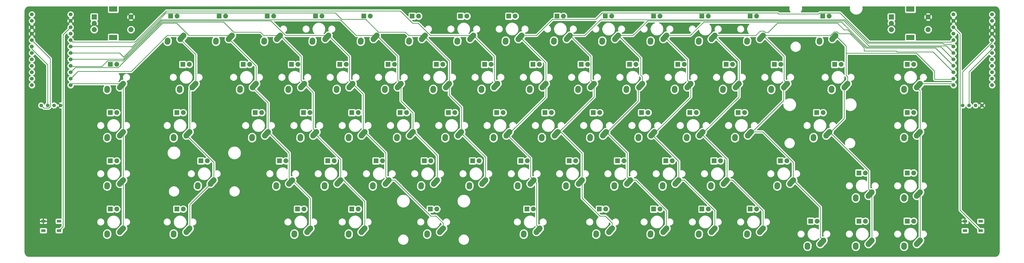
<source format=gbr>
%TF.GenerationSoftware,KiCad,Pcbnew,(5.1.9)-1*%
%TF.CreationDate,2021-03-13T20:19:12-08:00*%
%TF.ProjectId,USKB Final,55534b42-2046-4696-9e61-6c2e6b696361,rev?*%
%TF.SameCoordinates,Original*%
%TF.FileFunction,Copper,L1,Top*%
%TF.FilePolarity,Positive*%
%FSLAX46Y46*%
G04 Gerber Fmt 4.6, Leading zero omitted, Abs format (unit mm)*
G04 Created by KiCad (PCBNEW (5.1.9)-1) date 2021-03-13 20:19:12*
%MOMM*%
%LPD*%
G01*
G04 APERTURE LIST*
%TA.AperFunction,ComponentPad*%
%ADD10R,1.905000X1.905000*%
%TD*%
%TA.AperFunction,ComponentPad*%
%ADD11C,1.905000*%
%TD*%
%TA.AperFunction,ComponentPad*%
%ADD12C,2.250000*%
%TD*%
%TA.AperFunction,ComponentPad*%
%ADD13C,1.524000*%
%TD*%
%TA.AperFunction,SMDPad,CuDef*%
%ADD14R,1.800000X1.100000*%
%TD*%
%TA.AperFunction,ComponentPad*%
%ADD15C,1.397000*%
%TD*%
%TA.AperFunction,ComponentPad*%
%ADD16R,2.000000X2.000000*%
%TD*%
%TA.AperFunction,ComponentPad*%
%ADD17C,2.000000*%
%TD*%
%TA.AperFunction,ComponentPad*%
%ADD18R,3.200000X2.000000*%
%TD*%
%TA.AperFunction,Conductor*%
%ADD19C,0.254000*%
%TD*%
%TA.AperFunction,Conductor*%
%ADD20C,0.100000*%
%TD*%
G04 APERTURE END LIST*
D10*
%TO.P,K_Space_2,4*%
%TO.N,N/C*%
X177323750Y-107632500D03*
D11*
%TO.P,K_Space_2,3*%
X179863750Y-107632500D03*
D12*
%TO.P,K_Space_2,1*%
%TO.N,L_COL4*%
X181093750Y-116712500D03*
%TA.AperFunction,ComponentPad*%
G36*
G01*
X183156522Y-114416462D02*
X183155067Y-114415155D01*
G75*
G02*
X183241095Y-116003817I-751317J-837345D01*
G01*
X181931093Y-117463817D01*
G75*
G02*
X180342431Y-117549845I-837345J751317D01*
G01*
X180342431Y-117549845D01*
G75*
G02*
X180256403Y-115961183I751317J837345D01*
G01*
X181566405Y-114501183D01*
G75*
G02*
X183155067Y-114415155I837345J-751317D01*
G01*
G37*
%TD.AperFunction*%
%TO.P,K_Space_2,2*%
%TO.N,Net-(D_Space_2-Pad2)*%
X176053750Y-117792500D03*
%TA.AperFunction,ComponentPad*%
G36*
G01*
X176172226Y-116090240D02*
X176171153Y-116090166D01*
G75*
G02*
X177216084Y-117289903I-77403J-1122334D01*
G01*
X177176084Y-117869903D01*
G75*
G02*
X175976347Y-118914834I-1122334J77403D01*
G01*
X175976347Y-118914834D01*
G75*
G02*
X174931416Y-117715097I77403J1122334D01*
G01*
X174971416Y-117135097D01*
G75*
G02*
X176171153Y-116090166I1122334J-77403D01*
G01*
G37*
%TD.AperFunction*%
%TD*%
D10*
%TO.P,K_Space_4,4*%
%TO.N,N/C*%
X243998750Y-107632500D03*
D11*
%TO.P,K_Space_4,3*%
X246538750Y-107632500D03*
D12*
%TO.P,K_Space_4,1*%
%TO.N,COL1*%
X247768750Y-116712500D03*
%TA.AperFunction,ComponentPad*%
G36*
G01*
X249831522Y-114416462D02*
X249830067Y-114415155D01*
G75*
G02*
X249916095Y-116003817I-751317J-837345D01*
G01*
X248606093Y-117463817D01*
G75*
G02*
X247017431Y-117549845I-837345J751317D01*
G01*
X247017431Y-117549845D01*
G75*
G02*
X246931403Y-115961183I751317J837345D01*
G01*
X248241405Y-114501183D01*
G75*
G02*
X249830067Y-114415155I837345J-751317D01*
G01*
G37*
%TD.AperFunction*%
%TO.P,K_Space_4,2*%
%TO.N,Net-(D_Space_4-Pad2)*%
X242728750Y-117792500D03*
%TA.AperFunction,ComponentPad*%
G36*
G01*
X242847226Y-116090240D02*
X242846153Y-116090166D01*
G75*
G02*
X243891084Y-117289903I-77403J-1122334D01*
G01*
X243851084Y-117869903D01*
G75*
G02*
X242651347Y-118914834I-1122334J77403D01*
G01*
X242651347Y-118914834D01*
G75*
G02*
X241606416Y-117715097I77403J1122334D01*
G01*
X241646416Y-117135097D01*
G75*
G02*
X242846153Y-116090166I1122334J-77403D01*
G01*
G37*
%TD.AperFunction*%
%TD*%
D10*
%TO.P,K_Space_3,4*%
%TO.N,N/C*%
X215423750Y-107632500D03*
D11*
%TO.P,K_Space_3,3*%
X217963750Y-107632500D03*
D12*
%TO.P,K_Space_3,1*%
%TO.N,COL0*%
X219193750Y-116712500D03*
%TA.AperFunction,ComponentPad*%
G36*
G01*
X221256522Y-114416462D02*
X221255067Y-114415155D01*
G75*
G02*
X221341095Y-116003817I-751317J-837345D01*
G01*
X220031093Y-117463817D01*
G75*
G02*
X218442431Y-117549845I-837345J751317D01*
G01*
X218442431Y-117549845D01*
G75*
G02*
X218356403Y-115961183I751317J837345D01*
G01*
X219666405Y-114501183D01*
G75*
G02*
X221255067Y-114415155I837345J-751317D01*
G01*
G37*
%TD.AperFunction*%
%TO.P,K_Space_3,2*%
%TO.N,Net-(D_Space_3-Pad2)*%
X214153750Y-117792500D03*
%TA.AperFunction,ComponentPad*%
G36*
G01*
X214272226Y-116090240D02*
X214271153Y-116090166D01*
G75*
G02*
X215316084Y-117289903I-77403J-1122334D01*
G01*
X215276084Y-117869903D01*
G75*
G02*
X214076347Y-118914834I-1122334J77403D01*
G01*
X214076347Y-118914834D01*
G75*
G02*
X213031416Y-117715097I77403J1122334D01*
G01*
X213071416Y-117135097D01*
G75*
G02*
X214271153Y-116090166I1122334J-77403D01*
G01*
G37*
%TD.AperFunction*%
%TD*%
D10*
%TO.P,K_Space1,4*%
%TO.N,N/C*%
X146367500Y-107632500D03*
D11*
%TO.P,K_Space1,3*%
X148907500Y-107632500D03*
D12*
%TO.P,K_Space1,1*%
%TO.N,L_COL3*%
X150137500Y-116712500D03*
%TA.AperFunction,ComponentPad*%
G36*
G01*
X152200272Y-114416462D02*
X152198817Y-114415155D01*
G75*
G02*
X152284845Y-116003817I-751317J-837345D01*
G01*
X150974843Y-117463817D01*
G75*
G02*
X149386181Y-117549845I-837345J751317D01*
G01*
X149386181Y-117549845D01*
G75*
G02*
X149300153Y-115961183I751317J837345D01*
G01*
X150610155Y-114501183D01*
G75*
G02*
X152198817Y-114415155I837345J-751317D01*
G01*
G37*
%TD.AperFunction*%
%TO.P,K_Space1,2*%
%TO.N,Net-(D_Space1-Pad2)*%
X145097500Y-117792500D03*
%TA.AperFunction,ComponentPad*%
G36*
G01*
X145215976Y-116090240D02*
X145214903Y-116090166D01*
G75*
G02*
X146259834Y-117289903I-77403J-1122334D01*
G01*
X146219834Y-117869903D01*
G75*
G02*
X145020097Y-118914834I-1122334J77403D01*
G01*
X145020097Y-118914834D01*
G75*
G02*
X143975166Y-117715097I77403J1122334D01*
G01*
X144015166Y-117135097D01*
G75*
G02*
X145214903Y-116090166I1122334J-77403D01*
G01*
G37*
%TD.AperFunction*%
%TD*%
D13*
%TO.P,U1,24*%
%TO.N,Net-(U1-Pad24)*%
X383710150Y-30765750D03*
%TO.P,U1,23*%
%TO.N,GND*%
X383710150Y-33305750D03*
%TO.P,U1,22*%
%TO.N,RESET*%
X383710150Y-35845750D03*
%TO.P,U1,21*%
%TO.N,VCC*%
X383710150Y-38385750D03*
%TO.P,U1,20*%
%TO.N,COL0*%
X383710150Y-40925750D03*
%TO.P,U1,19*%
%TO.N,COL1*%
X383710150Y-43465750D03*
%TO.P,U1,18*%
%TO.N,COL2*%
X383710150Y-46005750D03*
%TO.P,U1,17*%
%TO.N,COL3*%
X383710150Y-48545750D03*
%TO.P,U1,16*%
%TO.N,COL4*%
X383710150Y-51085750D03*
%TO.P,U1,15*%
%TO.N,COL5*%
X383710150Y-53625750D03*
%TO.P,U1,14*%
%TO.N,COL6*%
X383710150Y-56165750D03*
%TO.P,U1,13*%
%TO.N,COL7*%
X383710150Y-58705750D03*
%TO.P,U1,12*%
%TO.N,ROW0*%
X398930150Y-58705750D03*
%TO.P,U1,11*%
%TO.N,ROW1*%
X398930150Y-56165750D03*
%TO.P,U1,10*%
%TO.N,ROW2*%
X398930150Y-53625750D03*
%TO.P,U1,9*%
%TO.N,ROW3*%
X398930150Y-51085750D03*
%TO.P,U1,8*%
%TO.N,ROW4*%
X398930150Y-48545750D03*
%TO.P,U1,7*%
%TO.N,Net-(U1-Pad7)*%
X398930150Y-46005750D03*
%TO.P,U1,6*%
%TO.N,SCL*%
X398930150Y-43465750D03*
%TO.P,U1,5*%
%TO.N,SDA*%
X398930150Y-40925750D03*
%TO.P,U1,4*%
%TO.N,GND*%
X398930150Y-38385750D03*
%TO.P,U1,3*%
X398930150Y-35845750D03*
%TO.P,U1,2*%
%TO.N,ROT_B*%
X398930150Y-33305750D03*
%TO.P,U1,1*%
%TO.N,ROT_A*%
X398930150Y-30765750D03*
%TD*%
%TO.P,L_U1,24*%
%TO.N,Net-(L_U1-Pad24)*%
X35412650Y-30765750D03*
%TO.P,L_U1,23*%
%TO.N,GND*%
X35412650Y-33305750D03*
%TO.P,L_U1,22*%
%TO.N,L_RESET*%
X35412650Y-35845750D03*
%TO.P,L_U1,21*%
%TO.N,VCC*%
X35412650Y-38385750D03*
%TO.P,L_U1,20*%
%TO.N,L_COL7*%
X35412650Y-40925750D03*
%TO.P,L_U1,19*%
%TO.N,L_COL6*%
X35412650Y-43465750D03*
%TO.P,L_U1,18*%
%TO.N,L_COL5*%
X35412650Y-46005750D03*
%TO.P,L_U1,17*%
%TO.N,L_COL4*%
X35412650Y-48545750D03*
%TO.P,L_U1,16*%
%TO.N,L_COL3*%
X35412650Y-51085750D03*
%TO.P,L_U1,15*%
%TO.N,L_COL2*%
X35412650Y-53625750D03*
%TO.P,L_U1,14*%
%TO.N,L_COL1*%
X35412650Y-56165750D03*
%TO.P,L_U1,13*%
%TO.N,L_COL0*%
X35412650Y-58705750D03*
%TO.P,L_U1,12*%
%TO.N,L_ROW0*%
X20152650Y-58705750D03*
%TO.P,L_U1,11*%
%TO.N,L_ROW1*%
X20152650Y-56165750D03*
%TO.P,L_U1,10*%
%TO.N,L_ROW2*%
X20152650Y-53625750D03*
%TO.P,L_U1,9*%
%TO.N,L_ROW3*%
X20152650Y-51085750D03*
%TO.P,L_U1,8*%
%TO.N,L_ROW4*%
X20152650Y-48545750D03*
%TO.P,L_U1,7*%
%TO.N,Net-(L_U1-Pad7)*%
X20152650Y-46005750D03*
%TO.P,L_U1,6*%
%TO.N,L_SCL*%
X20152650Y-43465750D03*
%TO.P,L_U1,5*%
%TO.N,L_SDA*%
X20152650Y-40925750D03*
%TO.P,L_U1,4*%
%TO.N,GND*%
X20152650Y-38385750D03*
%TO.P,L_U1,3*%
X20152650Y-35845750D03*
%TO.P,L_U1,2*%
%TO.N,L_ROT_B*%
X20152650Y-33305750D03*
%TO.P,L_U1,1*%
%TO.N,L_ROT_A*%
X20152650Y-30765750D03*
%TD*%
D10*
%TO.P,K_Caps1,4*%
%TO.N,N/C*%
X77311250Y-69532500D03*
D11*
%TO.P,K_Caps1,3*%
X79851250Y-69532500D03*
D12*
%TO.P,K_Caps1,1*%
%TO.N,L_COL1*%
X81081250Y-78612500D03*
%TA.AperFunction,ComponentPad*%
G36*
G01*
X83144022Y-76316462D02*
X83142567Y-76315155D01*
G75*
G02*
X83228595Y-77903817I-751317J-837345D01*
G01*
X81918593Y-79363817D01*
G75*
G02*
X80329931Y-79449845I-837345J751317D01*
G01*
X80329931Y-79449845D01*
G75*
G02*
X80243903Y-77861183I751317J837345D01*
G01*
X81553905Y-76401183D01*
G75*
G02*
X83142567Y-76315155I837345J-751317D01*
G01*
G37*
%TD.AperFunction*%
%TO.P,K_Caps1,2*%
%TO.N,Net-(D_Caps1-Pad2)*%
X76041250Y-79692500D03*
%TA.AperFunction,ComponentPad*%
G36*
G01*
X76159726Y-77990240D02*
X76158653Y-77990166D01*
G75*
G02*
X77203584Y-79189903I-77403J-1122334D01*
G01*
X77163584Y-79769903D01*
G75*
G02*
X75963847Y-80814834I-1122334J77403D01*
G01*
X75963847Y-80814834D01*
G75*
G02*
X74918916Y-79615097I77403J1122334D01*
G01*
X74958916Y-79035097D01*
G75*
G02*
X76158653Y-77990166I1122334J-77403D01*
G01*
G37*
%TD.AperFunction*%
%TD*%
D10*
%TO.P,K_Shift2,4*%
%TO.N,N/C*%
X315436250Y-88582500D03*
D11*
%TO.P,K_Shift2,3*%
X317976250Y-88582500D03*
D12*
%TO.P,K_Shift2,1*%
%TO.N,COL5*%
X319206250Y-97662500D03*
%TA.AperFunction,ComponentPad*%
G36*
G01*
X321269022Y-95366462D02*
X321267567Y-95365155D01*
G75*
G02*
X321353595Y-96953817I-751317J-837345D01*
G01*
X320043593Y-98413817D01*
G75*
G02*
X318454931Y-98499845I-837345J751317D01*
G01*
X318454931Y-98499845D01*
G75*
G02*
X318368903Y-96911183I751317J837345D01*
G01*
X319678905Y-95451183D01*
G75*
G02*
X321267567Y-95365155I837345J-751317D01*
G01*
G37*
%TD.AperFunction*%
%TO.P,K_Shift2,2*%
%TO.N,Net-(D_Shift2-Pad2)*%
X314166250Y-98742500D03*
%TA.AperFunction,ComponentPad*%
G36*
G01*
X314284726Y-97040240D02*
X314283653Y-97040166D01*
G75*
G02*
X315328584Y-98239903I-77403J-1122334D01*
G01*
X315288584Y-98819903D01*
G75*
G02*
X314088847Y-99864834I-1122334J77403D01*
G01*
X314088847Y-99864834D01*
G75*
G02*
X313043916Y-98665097I77403J1122334D01*
G01*
X313083916Y-98085097D01*
G75*
G02*
X314283653Y-97040166I1122334J-77403D01*
G01*
G37*
%TD.AperFunction*%
%TD*%
D14*
%TO.P,L_SW1,1*%
%TO.N,L_RESET*%
X30881250Y-116150000D03*
%TO.P,L_SW1,2*%
%TO.N,GND*%
X24681250Y-112450000D03*
%TO.P,L_SW1,3*%
%TO.N,N/C*%
X30881250Y-112450000D03*
%TO.P,L_SW1,4*%
X24681250Y-116150000D03*
%TD*%
%TO.P,SW1,1*%
%TO.N,RESET*%
X394418750Y-116150000D03*
%TO.P,SW1,2*%
%TO.N,GND*%
X388218750Y-112450000D03*
%TO.P,SW1,3*%
%TO.N,N/C*%
X394418750Y-112450000D03*
%TO.P,SW1,4*%
X388218750Y-116150000D03*
%TD*%
D15*
%TO.P,OL1,4*%
%TO.N,GND*%
X394970000Y-66675000D03*
%TO.P,OL1,3*%
%TO.N,VCC*%
X392430000Y-66675000D03*
%TO.P,OL1,2*%
%TO.N,SCL*%
X389890000Y-66675000D03*
%TO.P,OL1,1*%
%TO.N,SDA*%
X387350000Y-66675000D03*
%TD*%
%TO.P,L_OL1,4*%
%TO.N,GND*%
X31432500Y-66675000D03*
%TO.P,L_OL1,3*%
%TO.N,VCC*%
X28892500Y-66675000D03*
%TO.P,L_OL1,2*%
%TO.N,L_SCL*%
X26352500Y-66675000D03*
%TO.P,L_OL1,1*%
%TO.N,L_SDA*%
X23812500Y-66675000D03*
%TD*%
D16*
%TO.P,L_ENC1,A*%
%TO.N,L_ROT_A*%
X44735750Y-31750000D03*
D17*
%TO.P,L_ENC1,C*%
%TO.N,GND*%
X44735750Y-34250000D03*
%TO.P,L_ENC1,B*%
%TO.N,L_ROT_B*%
X44735750Y-36750000D03*
D18*
%TO.P,L_ENC1,MP*%
%TO.N,N/C*%
X52235750Y-28650000D03*
X52235750Y-39850000D03*
D17*
%TO.P,L_ENC1,S2*%
%TO.N,GND*%
X59235750Y-31750000D03*
%TO.P,L_ENC1,S1*%
%TO.N,L_K_ENC*%
X59235750Y-36750000D03*
%TD*%
D10*
%TO.P,K_Z1,4*%
%TO.N,N/C*%
X117792500Y-88582500D03*
D11*
%TO.P,K_Z1,3*%
X120332500Y-88582500D03*
D12*
%TO.P,K_Z1,1*%
%TO.N,L_COL2*%
X121562500Y-97662500D03*
%TA.AperFunction,ComponentPad*%
G36*
G01*
X123625272Y-95366462D02*
X123623817Y-95365155D01*
G75*
G02*
X123709845Y-96953817I-751317J-837345D01*
G01*
X122399843Y-98413817D01*
G75*
G02*
X120811181Y-98499845I-837345J751317D01*
G01*
X120811181Y-98499845D01*
G75*
G02*
X120725153Y-96911183I751317J837345D01*
G01*
X122035155Y-95451183D01*
G75*
G02*
X123623817Y-95365155I837345J-751317D01*
G01*
G37*
%TD.AperFunction*%
%TO.P,K_Z1,2*%
%TO.N,Net-(D_Z1-Pad2)*%
X116522500Y-98742500D03*
%TA.AperFunction,ComponentPad*%
G36*
G01*
X116640976Y-97040240D02*
X116639903Y-97040166D01*
G75*
G02*
X117684834Y-98239903I-77403J-1122334D01*
G01*
X117644834Y-98819903D01*
G75*
G02*
X116445097Y-99864834I-1122334J77403D01*
G01*
X116445097Y-99864834D01*
G75*
G02*
X115400166Y-98665097I77403J1122334D01*
G01*
X115440166Y-98085097D01*
G75*
G02*
X116639903Y-97040166I1122334J-77403D01*
G01*
G37*
%TD.AperFunction*%
%TD*%
D10*
%TO.P,K_Y1,4*%
%TO.N,N/C*%
X198755000Y-50482500D03*
D11*
%TO.P,K_Y1,3*%
X201295000Y-50482500D03*
D12*
%TO.P,K_Y1,1*%
%TO.N,L_COL7*%
X202525000Y-59562500D03*
%TA.AperFunction,ComponentPad*%
G36*
G01*
X204587772Y-57266462D02*
X204586317Y-57265155D01*
G75*
G02*
X204672345Y-58853817I-751317J-837345D01*
G01*
X203362343Y-60313817D01*
G75*
G02*
X201773681Y-60399845I-837345J751317D01*
G01*
X201773681Y-60399845D01*
G75*
G02*
X201687653Y-58811183I751317J837345D01*
G01*
X202997655Y-57351183D01*
G75*
G02*
X204586317Y-57265155I837345J-751317D01*
G01*
G37*
%TD.AperFunction*%
%TO.P,K_Y1,2*%
%TO.N,Net-(D_Y1-Pad2)*%
X197485000Y-60642500D03*
%TA.AperFunction,ComponentPad*%
G36*
G01*
X197603476Y-58940240D02*
X197602403Y-58940166D01*
G75*
G02*
X198647334Y-60139903I-77403J-1122334D01*
G01*
X198607334Y-60719903D01*
G75*
G02*
X197407597Y-61764834I-1122334J77403D01*
G01*
X197407597Y-61764834D01*
G75*
G02*
X196362666Y-60565097I77403J1122334D01*
G01*
X196402666Y-59985097D01*
G75*
G02*
X197602403Y-58940166I1122334J-77403D01*
G01*
G37*
%TD.AperFunction*%
%TD*%
D10*
%TO.P,K_X1,4*%
%TO.N,N/C*%
X136842500Y-88582500D03*
D11*
%TO.P,K_X1,3*%
X139382500Y-88582500D03*
D12*
%TO.P,K_X1,1*%
%TO.N,L_COL3*%
X140612500Y-97662500D03*
%TA.AperFunction,ComponentPad*%
G36*
G01*
X142675272Y-95366462D02*
X142673817Y-95365155D01*
G75*
G02*
X142759845Y-96953817I-751317J-837345D01*
G01*
X141449843Y-98413817D01*
G75*
G02*
X139861181Y-98499845I-837345J751317D01*
G01*
X139861181Y-98499845D01*
G75*
G02*
X139775153Y-96911183I751317J837345D01*
G01*
X141085155Y-95451183D01*
G75*
G02*
X142673817Y-95365155I837345J-751317D01*
G01*
G37*
%TD.AperFunction*%
%TO.P,K_X1,2*%
%TO.N,Net-(D_X1-Pad2)*%
X135572500Y-98742500D03*
%TA.AperFunction,ComponentPad*%
G36*
G01*
X135690976Y-97040240D02*
X135689903Y-97040166D01*
G75*
G02*
X136734834Y-98239903I-77403J-1122334D01*
G01*
X136694834Y-98819903D01*
G75*
G02*
X135495097Y-99864834I-1122334J77403D01*
G01*
X135495097Y-99864834D01*
G75*
G02*
X134450166Y-98665097I77403J1122334D01*
G01*
X134490166Y-98085097D01*
G75*
G02*
X135689903Y-97040166I1122334J-77403D01*
G01*
G37*
%TD.AperFunction*%
%TD*%
D10*
%TO.P,K_Win1,4*%
%TO.N,N/C*%
X365442500Y-93345000D03*
D11*
%TO.P,K_Win1,3*%
X367982500Y-93345000D03*
D12*
%TO.P,K_Win1,1*%
%TO.N,COL7*%
X369212500Y-102425000D03*
%TA.AperFunction,ComponentPad*%
G36*
G01*
X371275272Y-100128962D02*
X371273817Y-100127655D01*
G75*
G02*
X371359845Y-101716317I-751317J-837345D01*
G01*
X370049843Y-103176317D01*
G75*
G02*
X368461181Y-103262345I-837345J751317D01*
G01*
X368461181Y-103262345D01*
G75*
G02*
X368375153Y-101673683I751317J837345D01*
G01*
X369685155Y-100213683D01*
G75*
G02*
X371273817Y-100127655I837345J-751317D01*
G01*
G37*
%TD.AperFunction*%
%TO.P,K_Win1,2*%
%TO.N,Net-(D_Win1-Pad2)*%
X364172500Y-103505000D03*
%TA.AperFunction,ComponentPad*%
G36*
G01*
X364290976Y-101802740D02*
X364289903Y-101802666D01*
G75*
G02*
X365334834Y-103002403I-77403J-1122334D01*
G01*
X365294834Y-103582403D01*
G75*
G02*
X364095097Y-104627334I-1122334J77403D01*
G01*
X364095097Y-104627334D01*
G75*
G02*
X363050166Y-103427597I77403J1122334D01*
G01*
X363090166Y-102847597D01*
G75*
G02*
X364289903Y-101802666I1122334J-77403D01*
G01*
G37*
%TD.AperFunction*%
%TD*%
D10*
%TO.P,K_W1,4*%
%TO.N,N/C*%
X122555000Y-50482500D03*
D11*
%TO.P,K_W1,3*%
X125095000Y-50482500D03*
D12*
%TO.P,K_W1,1*%
%TO.N,L_COL3*%
X126325000Y-59562500D03*
%TA.AperFunction,ComponentPad*%
G36*
G01*
X128387772Y-57266462D02*
X128386317Y-57265155D01*
G75*
G02*
X128472345Y-58853817I-751317J-837345D01*
G01*
X127162343Y-60313817D01*
G75*
G02*
X125573681Y-60399845I-837345J751317D01*
G01*
X125573681Y-60399845D01*
G75*
G02*
X125487653Y-58811183I751317J837345D01*
G01*
X126797655Y-57351183D01*
G75*
G02*
X128386317Y-57265155I837345J-751317D01*
G01*
G37*
%TD.AperFunction*%
%TO.P,K_W1,2*%
%TO.N,Net-(D_W1-Pad2)*%
X121285000Y-60642500D03*
%TA.AperFunction,ComponentPad*%
G36*
G01*
X121403476Y-58940240D02*
X121402403Y-58940166D01*
G75*
G02*
X122447334Y-60139903I-77403J-1122334D01*
G01*
X122407334Y-60719903D01*
G75*
G02*
X121207597Y-61764834I-1122334J77403D01*
G01*
X121207597Y-61764834D01*
G75*
G02*
X120162666Y-60565097I77403J1122334D01*
G01*
X120202666Y-59985097D01*
G75*
G02*
X121402403Y-58940166I1122334J-77403D01*
G01*
G37*
%TD.AperFunction*%
%TD*%
D10*
%TO.P,K_V1,4*%
%TO.N,N/C*%
X174942500Y-88582500D03*
D11*
%TO.P,K_V1,3*%
X177482500Y-88582500D03*
D12*
%TO.P,K_V1,1*%
%TO.N,L_COL5*%
X178712500Y-97662500D03*
%TA.AperFunction,ComponentPad*%
G36*
G01*
X180775272Y-95366462D02*
X180773817Y-95365155D01*
G75*
G02*
X180859845Y-96953817I-751317J-837345D01*
G01*
X179549843Y-98413817D01*
G75*
G02*
X177961181Y-98499845I-837345J751317D01*
G01*
X177961181Y-98499845D01*
G75*
G02*
X177875153Y-96911183I751317J837345D01*
G01*
X179185155Y-95451183D01*
G75*
G02*
X180773817Y-95365155I837345J-751317D01*
G01*
G37*
%TD.AperFunction*%
%TO.P,K_V1,2*%
%TO.N,Net-(D_V1-Pad2)*%
X173672500Y-98742500D03*
%TA.AperFunction,ComponentPad*%
G36*
G01*
X173790976Y-97040240D02*
X173789903Y-97040166D01*
G75*
G02*
X174834834Y-98239903I-77403J-1122334D01*
G01*
X174794834Y-98819903D01*
G75*
G02*
X173595097Y-99864834I-1122334J77403D01*
G01*
X173595097Y-99864834D01*
G75*
G02*
X172550166Y-98665097I77403J1122334D01*
G01*
X172590166Y-98085097D01*
G75*
G02*
X173789903Y-97040166I1122334J-77403D01*
G01*
G37*
%TD.AperFunction*%
%TD*%
D10*
%TO.P,K_UArrow1,4*%
%TO.N,N/C*%
X346392500Y-93345000D03*
D11*
%TO.P,K_UArrow1,3*%
X348932500Y-93345000D03*
D12*
%TO.P,K_UArrow1,1*%
%TO.N,COL6*%
X350162500Y-102425000D03*
%TA.AperFunction,ComponentPad*%
G36*
G01*
X352225272Y-100128962D02*
X352223817Y-100127655D01*
G75*
G02*
X352309845Y-101716317I-751317J-837345D01*
G01*
X350999843Y-103176317D01*
G75*
G02*
X349411181Y-103262345I-837345J751317D01*
G01*
X349411181Y-103262345D01*
G75*
G02*
X349325153Y-101673683I751317J837345D01*
G01*
X350635155Y-100213683D01*
G75*
G02*
X352223817Y-100127655I837345J-751317D01*
G01*
G37*
%TD.AperFunction*%
%TO.P,K_UArrow1,2*%
%TO.N,Net-(D_UArrow1-Pad2)*%
X345122500Y-103505000D03*
%TA.AperFunction,ComponentPad*%
G36*
G01*
X345240976Y-101802740D02*
X345239903Y-101802666D01*
G75*
G02*
X346284834Y-103002403I-77403J-1122334D01*
G01*
X346244834Y-103582403D01*
G75*
G02*
X345045097Y-104627334I-1122334J77403D01*
G01*
X345045097Y-104627334D01*
G75*
G02*
X344000166Y-103427597I77403J1122334D01*
G01*
X344040166Y-102847597D01*
G75*
G02*
X345239903Y-101802666I1122334J-77403D01*
G01*
G37*
%TD.AperFunction*%
%TD*%
D10*
%TO.P,K_U1,4*%
%TO.N,N/C*%
X217805000Y-50482500D03*
D11*
%TO.P,K_U1,3*%
X220345000Y-50482500D03*
D12*
%TO.P,K_U1,1*%
%TO.N,COL0*%
X221575000Y-59562500D03*
%TA.AperFunction,ComponentPad*%
G36*
G01*
X223637772Y-57266462D02*
X223636317Y-57265155D01*
G75*
G02*
X223722345Y-58853817I-751317J-837345D01*
G01*
X222412343Y-60313817D01*
G75*
G02*
X220823681Y-60399845I-837345J751317D01*
G01*
X220823681Y-60399845D01*
G75*
G02*
X220737653Y-58811183I751317J837345D01*
G01*
X222047655Y-57351183D01*
G75*
G02*
X223636317Y-57265155I837345J-751317D01*
G01*
G37*
%TD.AperFunction*%
%TO.P,K_U1,2*%
%TO.N,Net-(D_U1-Pad2)*%
X216535000Y-60642500D03*
%TA.AperFunction,ComponentPad*%
G36*
G01*
X216653476Y-58940240D02*
X216652403Y-58940166D01*
G75*
G02*
X217697334Y-60139903I-77403J-1122334D01*
G01*
X217657334Y-60719903D01*
G75*
G02*
X216457597Y-61764834I-1122334J77403D01*
G01*
X216457597Y-61764834D01*
G75*
G02*
X215412666Y-60565097I77403J1122334D01*
G01*
X215452666Y-59985097D01*
G75*
G02*
X216652403Y-58940166I1122334J-77403D01*
G01*
G37*
%TD.AperFunction*%
%TD*%
D10*
%TO.P,K_Tab1,4*%
%TO.N,N/C*%
X79692500Y-50482500D03*
D11*
%TO.P,K_Tab1,3*%
X82232500Y-50482500D03*
D12*
%TO.P,K_Tab1,1*%
%TO.N,L_COL1*%
X83462500Y-59562500D03*
%TA.AperFunction,ComponentPad*%
G36*
G01*
X85525272Y-57266462D02*
X85523817Y-57265155D01*
G75*
G02*
X85609845Y-58853817I-751317J-837345D01*
G01*
X84299843Y-60313817D01*
G75*
G02*
X82711181Y-60399845I-837345J751317D01*
G01*
X82711181Y-60399845D01*
G75*
G02*
X82625153Y-58811183I751317J837345D01*
G01*
X83935155Y-57351183D01*
G75*
G02*
X85523817Y-57265155I837345J-751317D01*
G01*
G37*
%TD.AperFunction*%
%TO.P,K_Tab1,2*%
%TO.N,Net-(D_Tab1-Pad2)*%
X78422500Y-60642500D03*
%TA.AperFunction,ComponentPad*%
G36*
G01*
X78540976Y-58940240D02*
X78539903Y-58940166D01*
G75*
G02*
X79584834Y-60139903I-77403J-1122334D01*
G01*
X79544834Y-60719903D01*
G75*
G02*
X78345097Y-61764834I-1122334J77403D01*
G01*
X78345097Y-61764834D01*
G75*
G02*
X77300166Y-60565097I77403J1122334D01*
G01*
X77340166Y-59985097D01*
G75*
G02*
X78539903Y-58940166I1122334J-77403D01*
G01*
G37*
%TD.AperFunction*%
%TD*%
D10*
%TO.P,K_T1,4*%
%TO.N,N/C*%
X179705000Y-50482500D03*
D11*
%TO.P,K_T1,3*%
X182245000Y-50482500D03*
D12*
%TO.P,K_T1,1*%
%TO.N,L_COL6*%
X183475000Y-59562500D03*
%TA.AperFunction,ComponentPad*%
G36*
G01*
X185537772Y-57266462D02*
X185536317Y-57265155D01*
G75*
G02*
X185622345Y-58853817I-751317J-837345D01*
G01*
X184312343Y-60313817D01*
G75*
G02*
X182723681Y-60399845I-837345J751317D01*
G01*
X182723681Y-60399845D01*
G75*
G02*
X182637653Y-58811183I751317J837345D01*
G01*
X183947655Y-57351183D01*
G75*
G02*
X185536317Y-57265155I837345J-751317D01*
G01*
G37*
%TD.AperFunction*%
%TO.P,K_T1,2*%
%TO.N,Net-(D_T1-Pad2)*%
X178435000Y-60642500D03*
%TA.AperFunction,ComponentPad*%
G36*
G01*
X178553476Y-58940240D02*
X178552403Y-58940166D01*
G75*
G02*
X179597334Y-60139903I-77403J-1122334D01*
G01*
X179557334Y-60719903D01*
G75*
G02*
X178357597Y-61764834I-1122334J77403D01*
G01*
X178357597Y-61764834D01*
G75*
G02*
X177312666Y-60565097I77403J1122334D01*
G01*
X177352666Y-59985097D01*
G75*
G02*
X178552403Y-58940166I1122334J-77403D01*
G01*
G37*
%TD.AperFunction*%
%TD*%
D10*
%TO.P,K_Slash1,4*%
%TO.N,N/C*%
X289242500Y-88582500D03*
D11*
%TO.P,K_Slash1,3*%
X291782500Y-88582500D03*
D12*
%TO.P,K_Slash1,1*%
%TO.N,COL4*%
X293012500Y-97662500D03*
%TA.AperFunction,ComponentPad*%
G36*
G01*
X295075272Y-95366462D02*
X295073817Y-95365155D01*
G75*
G02*
X295159845Y-96953817I-751317J-837345D01*
G01*
X293849843Y-98413817D01*
G75*
G02*
X292261181Y-98499845I-837345J751317D01*
G01*
X292261181Y-98499845D01*
G75*
G02*
X292175153Y-96911183I751317J837345D01*
G01*
X293485155Y-95451183D01*
G75*
G02*
X295073817Y-95365155I837345J-751317D01*
G01*
G37*
%TD.AperFunction*%
%TO.P,K_Slash1,2*%
%TO.N,Net-(D_Slash1-Pad2)*%
X287972500Y-98742500D03*
%TA.AperFunction,ComponentPad*%
G36*
G01*
X288090976Y-97040240D02*
X288089903Y-97040166D01*
G75*
G02*
X289134834Y-98239903I-77403J-1122334D01*
G01*
X289094834Y-98819903D01*
G75*
G02*
X287895097Y-99864834I-1122334J77403D01*
G01*
X287895097Y-99864834D01*
G75*
G02*
X286850166Y-98665097I77403J1122334D01*
G01*
X286890166Y-98085097D01*
G75*
G02*
X288089903Y-97040166I1122334J-77403D01*
G01*
G37*
%TD.AperFunction*%
%TD*%
D10*
%TO.P,K_Shift1,4*%
%TO.N,N/C*%
X86836250Y-88582500D03*
D11*
%TO.P,K_Shift1,3*%
X89376250Y-88582500D03*
D12*
%TO.P,K_Shift1,1*%
%TO.N,L_COL1*%
X90606250Y-97662500D03*
%TA.AperFunction,ComponentPad*%
G36*
G01*
X92669022Y-95366462D02*
X92667567Y-95365155D01*
G75*
G02*
X92753595Y-96953817I-751317J-837345D01*
G01*
X91443593Y-98413817D01*
G75*
G02*
X89854931Y-98499845I-837345J751317D01*
G01*
X89854931Y-98499845D01*
G75*
G02*
X89768903Y-96911183I751317J837345D01*
G01*
X91078905Y-95451183D01*
G75*
G02*
X92667567Y-95365155I837345J-751317D01*
G01*
G37*
%TD.AperFunction*%
%TO.P,K_Shift1,2*%
%TO.N,Net-(D_Shift1-Pad2)*%
X85566250Y-98742500D03*
%TA.AperFunction,ComponentPad*%
G36*
G01*
X85684726Y-97040240D02*
X85683653Y-97040166D01*
G75*
G02*
X86728584Y-98239903I-77403J-1122334D01*
G01*
X86688584Y-98819903D01*
G75*
G02*
X85488847Y-99864834I-1122334J77403D01*
G01*
X85488847Y-99864834D01*
G75*
G02*
X84443916Y-98665097I77403J1122334D01*
G01*
X84483916Y-98085097D01*
G75*
G02*
X85683653Y-97040166I1122334J-77403D01*
G01*
G37*
%TD.AperFunction*%
%TD*%
D10*
%TO.P,K_S1,4*%
%TO.N,N/C*%
X127317500Y-69532500D03*
D11*
%TO.P,K_S1,3*%
X129857500Y-69532500D03*
D12*
%TO.P,K_S1,1*%
%TO.N,L_COL3*%
X131087500Y-78612500D03*
%TA.AperFunction,ComponentPad*%
G36*
G01*
X133150272Y-76316462D02*
X133148817Y-76315155D01*
G75*
G02*
X133234845Y-77903817I-751317J-837345D01*
G01*
X131924843Y-79363817D01*
G75*
G02*
X130336181Y-79449845I-837345J751317D01*
G01*
X130336181Y-79449845D01*
G75*
G02*
X130250153Y-77861183I751317J837345D01*
G01*
X131560155Y-76401183D01*
G75*
G02*
X133148817Y-76315155I837345J-751317D01*
G01*
G37*
%TD.AperFunction*%
%TO.P,K_S1,2*%
%TO.N,Net-(D_S1-Pad2)*%
X126047500Y-79692500D03*
%TA.AperFunction,ComponentPad*%
G36*
G01*
X126165976Y-77990240D02*
X126164903Y-77990166D01*
G75*
G02*
X127209834Y-79189903I-77403J-1122334D01*
G01*
X127169834Y-79769903D01*
G75*
G02*
X125970097Y-80814834I-1122334J77403D01*
G01*
X125970097Y-80814834D01*
G75*
G02*
X124925166Y-79615097I77403J1122334D01*
G01*
X124965166Y-79035097D01*
G75*
G02*
X126164903Y-77990166I1122334J-77403D01*
G01*
G37*
%TD.AperFunction*%
%TD*%
D10*
%TO.P,K_RThan1,4*%
%TO.N,N/C*%
X270192500Y-88582500D03*
D11*
%TO.P,K_RThan1,3*%
X272732500Y-88582500D03*
D12*
%TO.P,K_RThan1,1*%
%TO.N,COL3*%
X273962500Y-97662500D03*
%TA.AperFunction,ComponentPad*%
G36*
G01*
X276025272Y-95366462D02*
X276023817Y-95365155D01*
G75*
G02*
X276109845Y-96953817I-751317J-837345D01*
G01*
X274799843Y-98413817D01*
G75*
G02*
X273211181Y-98499845I-837345J751317D01*
G01*
X273211181Y-98499845D01*
G75*
G02*
X273125153Y-96911183I751317J837345D01*
G01*
X274435155Y-95451183D01*
G75*
G02*
X276023817Y-95365155I837345J-751317D01*
G01*
G37*
%TD.AperFunction*%
%TO.P,K_RThan1,2*%
%TO.N,Net-(D_RThan1-Pad2)*%
X268922500Y-98742500D03*
%TA.AperFunction,ComponentPad*%
G36*
G01*
X269040976Y-97040240D02*
X269039903Y-97040166D01*
G75*
G02*
X270084834Y-98239903I-77403J-1122334D01*
G01*
X270044834Y-98819903D01*
G75*
G02*
X268845097Y-99864834I-1122334J77403D01*
G01*
X268845097Y-99864834D01*
G75*
G02*
X267800166Y-98665097I77403J1122334D01*
G01*
X267840166Y-98085097D01*
G75*
G02*
X269039903Y-97040166I1122334J-77403D01*
G01*
G37*
%TD.AperFunction*%
%TD*%
D10*
%TO.P,K_RBrace1,4*%
%TO.N,N/C*%
X313055000Y-50482500D03*
D11*
%TO.P,K_RBrace1,3*%
X315595000Y-50482500D03*
D12*
%TO.P,K_RBrace1,1*%
%TO.N,COL5*%
X316825000Y-59562500D03*
%TA.AperFunction,ComponentPad*%
G36*
G01*
X318887772Y-57266462D02*
X318886317Y-57265155D01*
G75*
G02*
X318972345Y-58853817I-751317J-837345D01*
G01*
X317662343Y-60313817D01*
G75*
G02*
X316073681Y-60399845I-837345J751317D01*
G01*
X316073681Y-60399845D01*
G75*
G02*
X315987653Y-58811183I751317J837345D01*
G01*
X317297655Y-57351183D01*
G75*
G02*
X318886317Y-57265155I837345J-751317D01*
G01*
G37*
%TD.AperFunction*%
%TO.P,K_RBrace1,2*%
%TO.N,Net-(D_RBrace1-Pad2)*%
X311785000Y-60642500D03*
%TA.AperFunction,ComponentPad*%
G36*
G01*
X311903476Y-58940240D02*
X311902403Y-58940166D01*
G75*
G02*
X312947334Y-60139903I-77403J-1122334D01*
G01*
X312907334Y-60719903D01*
G75*
G02*
X311707597Y-61764834I-1122334J77403D01*
G01*
X311707597Y-61764834D01*
G75*
G02*
X310662666Y-60565097I77403J1122334D01*
G01*
X310702666Y-59985097D01*
G75*
G02*
X311902403Y-58940166I1122334J-77403D01*
G01*
G37*
%TD.AperFunction*%
%TD*%
D10*
%TO.P,K_RArrow1,4*%
%TO.N,N/C*%
X365442500Y-112395000D03*
D11*
%TO.P,K_RArrow1,3*%
X367982500Y-112395000D03*
D12*
%TO.P,K_RArrow1,1*%
%TO.N,COL7*%
X369212500Y-121475000D03*
%TA.AperFunction,ComponentPad*%
G36*
G01*
X371275272Y-119178962D02*
X371273817Y-119177655D01*
G75*
G02*
X371359845Y-120766317I-751317J-837345D01*
G01*
X370049843Y-122226317D01*
G75*
G02*
X368461181Y-122312345I-837345J751317D01*
G01*
X368461181Y-122312345D01*
G75*
G02*
X368375153Y-120723683I751317J837345D01*
G01*
X369685155Y-119263683D01*
G75*
G02*
X371273817Y-119177655I837345J-751317D01*
G01*
G37*
%TD.AperFunction*%
%TO.P,K_RArrow1,2*%
%TO.N,Net-(D_RArrow1-Pad2)*%
X364172500Y-122555000D03*
%TA.AperFunction,ComponentPad*%
G36*
G01*
X364290976Y-120852740D02*
X364289903Y-120852666D01*
G75*
G02*
X365334834Y-122052403I-77403J-1122334D01*
G01*
X365294834Y-122632403D01*
G75*
G02*
X364095097Y-123677334I-1122334J77403D01*
G01*
X364095097Y-123677334D01*
G75*
G02*
X363050166Y-122477597I77403J1122334D01*
G01*
X363090166Y-121897597D01*
G75*
G02*
X364289903Y-120852666I1122334J-77403D01*
G01*
G37*
%TD.AperFunction*%
%TD*%
D10*
%TO.P,K_R1,4*%
%TO.N,N/C*%
X160655000Y-50482500D03*
D11*
%TO.P,K_R1,3*%
X163195000Y-50482500D03*
D12*
%TO.P,K_R1,1*%
%TO.N,L_COL5*%
X164425000Y-59562500D03*
%TA.AperFunction,ComponentPad*%
G36*
G01*
X166487772Y-57266462D02*
X166486317Y-57265155D01*
G75*
G02*
X166572345Y-58853817I-751317J-837345D01*
G01*
X165262343Y-60313817D01*
G75*
G02*
X163673681Y-60399845I-837345J751317D01*
G01*
X163673681Y-60399845D01*
G75*
G02*
X163587653Y-58811183I751317J837345D01*
G01*
X164897655Y-57351183D01*
G75*
G02*
X166486317Y-57265155I837345J-751317D01*
G01*
G37*
%TD.AperFunction*%
%TO.P,K_R1,2*%
%TO.N,Net-(D_R1-Pad2)*%
X159385000Y-60642500D03*
%TA.AperFunction,ComponentPad*%
G36*
G01*
X159503476Y-58940240D02*
X159502403Y-58940166D01*
G75*
G02*
X160547334Y-60139903I-77403J-1122334D01*
G01*
X160507334Y-60719903D01*
G75*
G02*
X159307597Y-61764834I-1122334J77403D01*
G01*
X159307597Y-61764834D01*
G75*
G02*
X158262666Y-60565097I77403J1122334D01*
G01*
X158302666Y-59985097D01*
G75*
G02*
X159502403Y-58940166I1122334J-77403D01*
G01*
G37*
%TD.AperFunction*%
%TD*%
D10*
%TO.P,K_Q1,4*%
%TO.N,N/C*%
X103505000Y-50482500D03*
D11*
%TO.P,K_Q1,3*%
X106045000Y-50482500D03*
D12*
%TO.P,K_Q1,1*%
%TO.N,L_COL2*%
X107275000Y-59562500D03*
%TA.AperFunction,ComponentPad*%
G36*
G01*
X109337772Y-57266462D02*
X109336317Y-57265155D01*
G75*
G02*
X109422345Y-58853817I-751317J-837345D01*
G01*
X108112343Y-60313817D01*
G75*
G02*
X106523681Y-60399845I-837345J751317D01*
G01*
X106523681Y-60399845D01*
G75*
G02*
X106437653Y-58811183I751317J837345D01*
G01*
X107747655Y-57351183D01*
G75*
G02*
X109336317Y-57265155I837345J-751317D01*
G01*
G37*
%TD.AperFunction*%
%TO.P,K_Q1,2*%
%TO.N,Net-(D_Q1-Pad2)*%
X102235000Y-60642500D03*
%TA.AperFunction,ComponentPad*%
G36*
G01*
X102353476Y-58940240D02*
X102352403Y-58940166D01*
G75*
G02*
X103397334Y-60139903I-77403J-1122334D01*
G01*
X103357334Y-60719903D01*
G75*
G02*
X102157597Y-61764834I-1122334J77403D01*
G01*
X102157597Y-61764834D01*
G75*
G02*
X101112666Y-60565097I77403J1122334D01*
G01*
X101152666Y-59985097D01*
G75*
G02*
X102352403Y-58940166I1122334J-77403D01*
G01*
G37*
%TD.AperFunction*%
%TD*%
D10*
%TO.P,K_Plus1,4*%
%TO.N,N/C*%
X303530000Y-31432500D03*
D11*
%TO.P,K_Plus1,3*%
X306070000Y-31432500D03*
D12*
%TO.P,K_Plus1,1*%
%TO.N,COL5*%
X307300000Y-40512500D03*
%TA.AperFunction,ComponentPad*%
G36*
G01*
X309362772Y-38216462D02*
X309361317Y-38215155D01*
G75*
G02*
X309447345Y-39803817I-751317J-837345D01*
G01*
X308137343Y-41263817D01*
G75*
G02*
X306548681Y-41349845I-837345J751317D01*
G01*
X306548681Y-41349845D01*
G75*
G02*
X306462653Y-39761183I751317J837345D01*
G01*
X307772655Y-38301183D01*
G75*
G02*
X309361317Y-38215155I837345J-751317D01*
G01*
G37*
%TD.AperFunction*%
%TO.P,K_Plus1,2*%
%TO.N,Net-(D_Plus1-Pad2)*%
X302260000Y-41592500D03*
%TA.AperFunction,ComponentPad*%
G36*
G01*
X302378476Y-39890240D02*
X302377403Y-39890166D01*
G75*
G02*
X303422334Y-41089903I-77403J-1122334D01*
G01*
X303382334Y-41669903D01*
G75*
G02*
X302182597Y-42714834I-1122334J77403D01*
G01*
X302182597Y-42714834D01*
G75*
G02*
X301137666Y-41515097I77403J1122334D01*
G01*
X301177666Y-40935097D01*
G75*
G02*
X302377403Y-39890166I1122334J-77403D01*
G01*
G37*
%TD.AperFunction*%
%TD*%
D10*
%TO.P,K_P1,4*%
%TO.N,N/C*%
X274955000Y-50482500D03*
D11*
%TO.P,K_P1,3*%
X277495000Y-50482500D03*
D12*
%TO.P,K_P1,1*%
%TO.N,COL3*%
X278725000Y-59562500D03*
%TA.AperFunction,ComponentPad*%
G36*
G01*
X280787772Y-57266462D02*
X280786317Y-57265155D01*
G75*
G02*
X280872345Y-58853817I-751317J-837345D01*
G01*
X279562343Y-60313817D01*
G75*
G02*
X277973681Y-60399845I-837345J751317D01*
G01*
X277973681Y-60399845D01*
G75*
G02*
X277887653Y-58811183I751317J837345D01*
G01*
X279197655Y-57351183D01*
G75*
G02*
X280786317Y-57265155I837345J-751317D01*
G01*
G37*
%TD.AperFunction*%
%TO.P,K_P1,2*%
%TO.N,Net-(D_P1-Pad2)*%
X273685000Y-60642500D03*
%TA.AperFunction,ComponentPad*%
G36*
G01*
X273803476Y-58940240D02*
X273802403Y-58940166D01*
G75*
G02*
X274847334Y-60139903I-77403J-1122334D01*
G01*
X274807334Y-60719903D01*
G75*
G02*
X273607597Y-61764834I-1122334J77403D01*
G01*
X273607597Y-61764834D01*
G75*
G02*
X272562666Y-60565097I77403J1122334D01*
G01*
X272602666Y-59985097D01*
G75*
G02*
X273802403Y-58940166I1122334J-77403D01*
G01*
G37*
%TD.AperFunction*%
%TD*%
D10*
%TO.P,K_O1,4*%
%TO.N,N/C*%
X255905000Y-50482500D03*
D11*
%TO.P,K_O1,3*%
X258445000Y-50482500D03*
D12*
%TO.P,K_O1,1*%
%TO.N,COL2*%
X259675000Y-59562500D03*
%TA.AperFunction,ComponentPad*%
G36*
G01*
X261737772Y-57266462D02*
X261736317Y-57265155D01*
G75*
G02*
X261822345Y-58853817I-751317J-837345D01*
G01*
X260512343Y-60313817D01*
G75*
G02*
X258923681Y-60399845I-837345J751317D01*
G01*
X258923681Y-60399845D01*
G75*
G02*
X258837653Y-58811183I751317J837345D01*
G01*
X260147655Y-57351183D01*
G75*
G02*
X261736317Y-57265155I837345J-751317D01*
G01*
G37*
%TD.AperFunction*%
%TO.P,K_O1,2*%
%TO.N,Net-(D_O1-Pad2)*%
X254635000Y-60642500D03*
%TA.AperFunction,ComponentPad*%
G36*
G01*
X254753476Y-58940240D02*
X254752403Y-58940166D01*
G75*
G02*
X255797334Y-60139903I-77403J-1122334D01*
G01*
X255757334Y-60719903D01*
G75*
G02*
X254557597Y-61764834I-1122334J77403D01*
G01*
X254557597Y-61764834D01*
G75*
G02*
X253512666Y-60565097I77403J1122334D01*
G01*
X253552666Y-59985097D01*
G75*
G02*
X254752403Y-58940166I1122334J-77403D01*
G01*
G37*
%TD.AperFunction*%
%TD*%
D10*
%TO.P,K_Num9,4*%
%TO.N,N/C*%
X246380000Y-31432500D03*
D11*
%TO.P,K_Num9,3*%
X248920000Y-31432500D03*
D12*
%TO.P,K_Num9,1*%
%TO.N,COL2*%
X250150000Y-40512500D03*
%TA.AperFunction,ComponentPad*%
G36*
G01*
X252212772Y-38216462D02*
X252211317Y-38215155D01*
G75*
G02*
X252297345Y-39803817I-751317J-837345D01*
G01*
X250987343Y-41263817D01*
G75*
G02*
X249398681Y-41349845I-837345J751317D01*
G01*
X249398681Y-41349845D01*
G75*
G02*
X249312653Y-39761183I751317J837345D01*
G01*
X250622655Y-38301183D01*
G75*
G02*
X252211317Y-38215155I837345J-751317D01*
G01*
G37*
%TD.AperFunction*%
%TO.P,K_Num9,2*%
%TO.N,Net-(D_Num9-Pad2)*%
X245110000Y-41592500D03*
%TA.AperFunction,ComponentPad*%
G36*
G01*
X245228476Y-39890240D02*
X245227403Y-39890166D01*
G75*
G02*
X246272334Y-41089903I-77403J-1122334D01*
G01*
X246232334Y-41669903D01*
G75*
G02*
X245032597Y-42714834I-1122334J77403D01*
G01*
X245032597Y-42714834D01*
G75*
G02*
X243987666Y-41515097I77403J1122334D01*
G01*
X244027666Y-40935097D01*
G75*
G02*
X245227403Y-39890166I1122334J-77403D01*
G01*
G37*
%TD.AperFunction*%
%TD*%
D10*
%TO.P,K_Num8,4*%
%TO.N,N/C*%
X227330000Y-31432500D03*
D11*
%TO.P,K_Num8,3*%
X229870000Y-31432500D03*
D12*
%TO.P,K_Num8,1*%
%TO.N,COL1*%
X231100000Y-40512500D03*
%TA.AperFunction,ComponentPad*%
G36*
G01*
X233162772Y-38216462D02*
X233161317Y-38215155D01*
G75*
G02*
X233247345Y-39803817I-751317J-837345D01*
G01*
X231937343Y-41263817D01*
G75*
G02*
X230348681Y-41349845I-837345J751317D01*
G01*
X230348681Y-41349845D01*
G75*
G02*
X230262653Y-39761183I751317J837345D01*
G01*
X231572655Y-38301183D01*
G75*
G02*
X233161317Y-38215155I837345J-751317D01*
G01*
G37*
%TD.AperFunction*%
%TO.P,K_Num8,2*%
%TO.N,Net-(D_Num8-Pad2)*%
X226060000Y-41592500D03*
%TA.AperFunction,ComponentPad*%
G36*
G01*
X226178476Y-39890240D02*
X226177403Y-39890166D01*
G75*
G02*
X227222334Y-41089903I-77403J-1122334D01*
G01*
X227182334Y-41669903D01*
G75*
G02*
X225982597Y-42714834I-1122334J77403D01*
G01*
X225982597Y-42714834D01*
G75*
G02*
X224937666Y-41515097I77403J1122334D01*
G01*
X224977666Y-40935097D01*
G75*
G02*
X226177403Y-39890166I1122334J-77403D01*
G01*
G37*
%TD.AperFunction*%
%TD*%
D10*
%TO.P,K_Num7,4*%
%TO.N,N/C*%
X208280000Y-31432500D03*
D11*
%TO.P,K_Num7,3*%
X210820000Y-31432500D03*
D12*
%TO.P,K_Num7,1*%
%TO.N,COL0*%
X212050000Y-40512500D03*
%TA.AperFunction,ComponentPad*%
G36*
G01*
X214112772Y-38216462D02*
X214111317Y-38215155D01*
G75*
G02*
X214197345Y-39803817I-751317J-837345D01*
G01*
X212887343Y-41263817D01*
G75*
G02*
X211298681Y-41349845I-837345J751317D01*
G01*
X211298681Y-41349845D01*
G75*
G02*
X211212653Y-39761183I751317J837345D01*
G01*
X212522655Y-38301183D01*
G75*
G02*
X214111317Y-38215155I837345J-751317D01*
G01*
G37*
%TD.AperFunction*%
%TO.P,K_Num7,2*%
%TO.N,Net-(D_Num7-Pad2)*%
X207010000Y-41592500D03*
%TA.AperFunction,ComponentPad*%
G36*
G01*
X207128476Y-39890240D02*
X207127403Y-39890166D01*
G75*
G02*
X208172334Y-41089903I-77403J-1122334D01*
G01*
X208132334Y-41669903D01*
G75*
G02*
X206932597Y-42714834I-1122334J77403D01*
G01*
X206932597Y-42714834D01*
G75*
G02*
X205887666Y-41515097I77403J1122334D01*
G01*
X205927666Y-40935097D01*
G75*
G02*
X207127403Y-39890166I1122334J-77403D01*
G01*
G37*
%TD.AperFunction*%
%TD*%
D10*
%TO.P,K_Num6,4*%
%TO.N,N/C*%
X189230000Y-31432500D03*
D11*
%TO.P,K_Num6,3*%
X191770000Y-31432500D03*
D12*
%TO.P,K_Num6,1*%
%TO.N,L_COL7*%
X193000000Y-40512500D03*
%TA.AperFunction,ComponentPad*%
G36*
G01*
X195062772Y-38216462D02*
X195061317Y-38215155D01*
G75*
G02*
X195147345Y-39803817I-751317J-837345D01*
G01*
X193837343Y-41263817D01*
G75*
G02*
X192248681Y-41349845I-837345J751317D01*
G01*
X192248681Y-41349845D01*
G75*
G02*
X192162653Y-39761183I751317J837345D01*
G01*
X193472655Y-38301183D01*
G75*
G02*
X195061317Y-38215155I837345J-751317D01*
G01*
G37*
%TD.AperFunction*%
%TO.P,K_Num6,2*%
%TO.N,Net-(D_Num6-Pad2)*%
X187960000Y-41592500D03*
%TA.AperFunction,ComponentPad*%
G36*
G01*
X188078476Y-39890240D02*
X188077403Y-39890166D01*
G75*
G02*
X189122334Y-41089903I-77403J-1122334D01*
G01*
X189082334Y-41669903D01*
G75*
G02*
X187882597Y-42714834I-1122334J77403D01*
G01*
X187882597Y-42714834D01*
G75*
G02*
X186837666Y-41515097I77403J1122334D01*
G01*
X186877666Y-40935097D01*
G75*
G02*
X188077403Y-39890166I1122334J-77403D01*
G01*
G37*
%TD.AperFunction*%
%TD*%
D10*
%TO.P,K_Num5,4*%
%TO.N,N/C*%
X170180000Y-31432500D03*
D11*
%TO.P,K_Num5,3*%
X172720000Y-31432500D03*
D12*
%TO.P,K_Num5,1*%
%TO.N,L_COL6*%
X173950000Y-40512500D03*
%TA.AperFunction,ComponentPad*%
G36*
G01*
X176012772Y-38216462D02*
X176011317Y-38215155D01*
G75*
G02*
X176097345Y-39803817I-751317J-837345D01*
G01*
X174787343Y-41263817D01*
G75*
G02*
X173198681Y-41349845I-837345J751317D01*
G01*
X173198681Y-41349845D01*
G75*
G02*
X173112653Y-39761183I751317J837345D01*
G01*
X174422655Y-38301183D01*
G75*
G02*
X176011317Y-38215155I837345J-751317D01*
G01*
G37*
%TD.AperFunction*%
%TO.P,K_Num5,2*%
%TO.N,Net-(D_Num5-Pad2)*%
X168910000Y-41592500D03*
%TA.AperFunction,ComponentPad*%
G36*
G01*
X169028476Y-39890240D02*
X169027403Y-39890166D01*
G75*
G02*
X170072334Y-41089903I-77403J-1122334D01*
G01*
X170032334Y-41669903D01*
G75*
G02*
X168832597Y-42714834I-1122334J77403D01*
G01*
X168832597Y-42714834D01*
G75*
G02*
X167787666Y-41515097I77403J1122334D01*
G01*
X167827666Y-40935097D01*
G75*
G02*
X169027403Y-39890166I1122334J-77403D01*
G01*
G37*
%TD.AperFunction*%
%TD*%
D10*
%TO.P,K_Num4,4*%
%TO.N,N/C*%
X151130000Y-31432500D03*
D11*
%TO.P,K_Num4,3*%
X153670000Y-31432500D03*
D12*
%TO.P,K_Num4,1*%
%TO.N,L_COL5*%
X154900000Y-40512500D03*
%TA.AperFunction,ComponentPad*%
G36*
G01*
X156962772Y-38216462D02*
X156961317Y-38215155D01*
G75*
G02*
X157047345Y-39803817I-751317J-837345D01*
G01*
X155737343Y-41263817D01*
G75*
G02*
X154148681Y-41349845I-837345J751317D01*
G01*
X154148681Y-41349845D01*
G75*
G02*
X154062653Y-39761183I751317J837345D01*
G01*
X155372655Y-38301183D01*
G75*
G02*
X156961317Y-38215155I837345J-751317D01*
G01*
G37*
%TD.AperFunction*%
%TO.P,K_Num4,2*%
%TO.N,Net-(D_Num4-Pad2)*%
X149860000Y-41592500D03*
%TA.AperFunction,ComponentPad*%
G36*
G01*
X149978476Y-39890240D02*
X149977403Y-39890166D01*
G75*
G02*
X151022334Y-41089903I-77403J-1122334D01*
G01*
X150982334Y-41669903D01*
G75*
G02*
X149782597Y-42714834I-1122334J77403D01*
G01*
X149782597Y-42714834D01*
G75*
G02*
X148737666Y-41515097I77403J1122334D01*
G01*
X148777666Y-40935097D01*
G75*
G02*
X149977403Y-39890166I1122334J-77403D01*
G01*
G37*
%TD.AperFunction*%
%TD*%
D10*
%TO.P,K_Num3,4*%
%TO.N,N/C*%
X132080000Y-31432500D03*
D11*
%TO.P,K_Num3,3*%
X134620000Y-31432500D03*
D12*
%TO.P,K_Num3,1*%
%TO.N,L_COL4*%
X135850000Y-40512500D03*
%TA.AperFunction,ComponentPad*%
G36*
G01*
X137912772Y-38216462D02*
X137911317Y-38215155D01*
G75*
G02*
X137997345Y-39803817I-751317J-837345D01*
G01*
X136687343Y-41263817D01*
G75*
G02*
X135098681Y-41349845I-837345J751317D01*
G01*
X135098681Y-41349845D01*
G75*
G02*
X135012653Y-39761183I751317J837345D01*
G01*
X136322655Y-38301183D01*
G75*
G02*
X137911317Y-38215155I837345J-751317D01*
G01*
G37*
%TD.AperFunction*%
%TO.P,K_Num3,2*%
%TO.N,Net-(D_Num3-Pad2)*%
X130810000Y-41592500D03*
%TA.AperFunction,ComponentPad*%
G36*
G01*
X130928476Y-39890240D02*
X130927403Y-39890166D01*
G75*
G02*
X131972334Y-41089903I-77403J-1122334D01*
G01*
X131932334Y-41669903D01*
G75*
G02*
X130732597Y-42714834I-1122334J77403D01*
G01*
X130732597Y-42714834D01*
G75*
G02*
X129687666Y-41515097I77403J1122334D01*
G01*
X129727666Y-40935097D01*
G75*
G02*
X130927403Y-39890166I1122334J-77403D01*
G01*
G37*
%TD.AperFunction*%
%TD*%
D10*
%TO.P,K_Num2,4*%
%TO.N,N/C*%
X113030000Y-31432500D03*
D11*
%TO.P,K_Num2,3*%
X115570000Y-31432500D03*
D12*
%TO.P,K_Num2,1*%
%TO.N,L_COL3*%
X116800000Y-40512500D03*
%TA.AperFunction,ComponentPad*%
G36*
G01*
X118862772Y-38216462D02*
X118861317Y-38215155D01*
G75*
G02*
X118947345Y-39803817I-751317J-837345D01*
G01*
X117637343Y-41263817D01*
G75*
G02*
X116048681Y-41349845I-837345J751317D01*
G01*
X116048681Y-41349845D01*
G75*
G02*
X115962653Y-39761183I751317J837345D01*
G01*
X117272655Y-38301183D01*
G75*
G02*
X118861317Y-38215155I837345J-751317D01*
G01*
G37*
%TD.AperFunction*%
%TO.P,K_Num2,2*%
%TO.N,Net-(D_Num2-Pad2)*%
X111760000Y-41592500D03*
%TA.AperFunction,ComponentPad*%
G36*
G01*
X111878476Y-39890240D02*
X111877403Y-39890166D01*
G75*
G02*
X112922334Y-41089903I-77403J-1122334D01*
G01*
X112882334Y-41669903D01*
G75*
G02*
X111682597Y-42714834I-1122334J77403D01*
G01*
X111682597Y-42714834D01*
G75*
G02*
X110637666Y-41515097I77403J1122334D01*
G01*
X110677666Y-40935097D01*
G75*
G02*
X111877403Y-39890166I1122334J-77403D01*
G01*
G37*
%TD.AperFunction*%
%TD*%
D10*
%TO.P,K_Num1,4*%
%TO.N,N/C*%
X94011750Y-31432500D03*
D11*
%TO.P,K_Num1,3*%
X96551750Y-31432500D03*
D12*
%TO.P,K_Num1,1*%
%TO.N,L_COL2*%
X97781750Y-40512500D03*
%TA.AperFunction,ComponentPad*%
G36*
G01*
X99844522Y-38216462D02*
X99843067Y-38215155D01*
G75*
G02*
X99929095Y-39803817I-751317J-837345D01*
G01*
X98619093Y-41263817D01*
G75*
G02*
X97030431Y-41349845I-837345J751317D01*
G01*
X97030431Y-41349845D01*
G75*
G02*
X96944403Y-39761183I751317J837345D01*
G01*
X98254405Y-38301183D01*
G75*
G02*
X99843067Y-38215155I837345J-751317D01*
G01*
G37*
%TD.AperFunction*%
%TO.P,K_Num1,2*%
%TO.N,Net-(D_Num1-Pad2)*%
X92741750Y-41592500D03*
%TA.AperFunction,ComponentPad*%
G36*
G01*
X92860226Y-39890240D02*
X92859153Y-39890166D01*
G75*
G02*
X93904084Y-41089903I-77403J-1122334D01*
G01*
X93864084Y-41669903D01*
G75*
G02*
X92664347Y-42714834I-1122334J77403D01*
G01*
X92664347Y-42714834D01*
G75*
G02*
X91619416Y-41515097I77403J1122334D01*
G01*
X91659416Y-40935097D01*
G75*
G02*
X92859153Y-39890166I1122334J-77403D01*
G01*
G37*
%TD.AperFunction*%
%TD*%
D10*
%TO.P,K_Num0,4*%
%TO.N,N/C*%
X265430000Y-31432500D03*
D11*
%TO.P,K_Num0,3*%
X267970000Y-31432500D03*
D12*
%TO.P,K_Num0,1*%
%TO.N,COL3*%
X269200000Y-40512500D03*
%TA.AperFunction,ComponentPad*%
G36*
G01*
X271262772Y-38216462D02*
X271261317Y-38215155D01*
G75*
G02*
X271347345Y-39803817I-751317J-837345D01*
G01*
X270037343Y-41263817D01*
G75*
G02*
X268448681Y-41349845I-837345J751317D01*
G01*
X268448681Y-41349845D01*
G75*
G02*
X268362653Y-39761183I751317J837345D01*
G01*
X269672655Y-38301183D01*
G75*
G02*
X271261317Y-38215155I837345J-751317D01*
G01*
G37*
%TD.AperFunction*%
%TO.P,K_Num0,2*%
%TO.N,Net-(D_Num0-Pad2)*%
X264160000Y-41592500D03*
%TA.AperFunction,ComponentPad*%
G36*
G01*
X264278476Y-39890240D02*
X264277403Y-39890166D01*
G75*
G02*
X265322334Y-41089903I-77403J-1122334D01*
G01*
X265282334Y-41669903D01*
G75*
G02*
X264082597Y-42714834I-1122334J77403D01*
G01*
X264082597Y-42714834D01*
G75*
G02*
X263037666Y-41515097I77403J1122334D01*
G01*
X263077666Y-40935097D01*
G75*
G02*
X264277403Y-39890166I1122334J-77403D01*
G01*
G37*
%TD.AperFunction*%
%TD*%
D10*
%TO.P,K_N1,4*%
%TO.N,N/C*%
X213042500Y-88582500D03*
D11*
%TO.P,K_N1,3*%
X215582500Y-88582500D03*
D12*
%TO.P,K_N1,1*%
%TO.N,COL0*%
X216812500Y-97662500D03*
%TA.AperFunction,ComponentPad*%
G36*
G01*
X218875272Y-95366462D02*
X218873817Y-95365155D01*
G75*
G02*
X218959845Y-96953817I-751317J-837345D01*
G01*
X217649843Y-98413817D01*
G75*
G02*
X216061181Y-98499845I-837345J751317D01*
G01*
X216061181Y-98499845D01*
G75*
G02*
X215975153Y-96911183I751317J837345D01*
G01*
X217285155Y-95451183D01*
G75*
G02*
X218873817Y-95365155I837345J-751317D01*
G01*
G37*
%TD.AperFunction*%
%TO.P,K_N1,2*%
%TO.N,Net-(D_N1-Pad2)*%
X211772500Y-98742500D03*
%TA.AperFunction,ComponentPad*%
G36*
G01*
X211890976Y-97040240D02*
X211889903Y-97040166D01*
G75*
G02*
X212934834Y-98239903I-77403J-1122334D01*
G01*
X212894834Y-98819903D01*
G75*
G02*
X211695097Y-99864834I-1122334J77403D01*
G01*
X211695097Y-99864834D01*
G75*
G02*
X210650166Y-98665097I77403J1122334D01*
G01*
X210690166Y-98085097D01*
G75*
G02*
X211889903Y-97040166I1122334J-77403D01*
G01*
G37*
%TD.AperFunction*%
%TD*%
D10*
%TO.P,K_Minus1,4*%
%TO.N,N/C*%
X284480000Y-31432500D03*
D11*
%TO.P,K_Minus1,3*%
X287020000Y-31432500D03*
D12*
%TO.P,K_Minus1,1*%
%TO.N,COL4*%
X288250000Y-40512500D03*
%TA.AperFunction,ComponentPad*%
G36*
G01*
X290312772Y-38216462D02*
X290311317Y-38215155D01*
G75*
G02*
X290397345Y-39803817I-751317J-837345D01*
G01*
X289087343Y-41263817D01*
G75*
G02*
X287498681Y-41349845I-837345J751317D01*
G01*
X287498681Y-41349845D01*
G75*
G02*
X287412653Y-39761183I751317J837345D01*
G01*
X288722655Y-38301183D01*
G75*
G02*
X290311317Y-38215155I837345J-751317D01*
G01*
G37*
%TD.AperFunction*%
%TO.P,K_Minus1,2*%
%TO.N,Net-(D_Minus1-Pad2)*%
X283210000Y-41592500D03*
%TA.AperFunction,ComponentPad*%
G36*
G01*
X283328476Y-39890240D02*
X283327403Y-39890166D01*
G75*
G02*
X284372334Y-41089903I-77403J-1122334D01*
G01*
X284332334Y-41669903D01*
G75*
G02*
X283132597Y-42714834I-1122334J77403D01*
G01*
X283132597Y-42714834D01*
G75*
G02*
X282087666Y-41515097I77403J1122334D01*
G01*
X282127666Y-40935097D01*
G75*
G02*
X283327403Y-39890166I1122334J-77403D01*
G01*
G37*
%TD.AperFunction*%
%TD*%
D10*
%TO.P,K_M1,4*%
%TO.N,N/C*%
X232092500Y-88582500D03*
D11*
%TO.P,K_M1,3*%
X234632500Y-88582500D03*
D12*
%TO.P,K_M1,1*%
%TO.N,COL1*%
X235862500Y-97662500D03*
%TA.AperFunction,ComponentPad*%
G36*
G01*
X237925272Y-95366462D02*
X237923817Y-95365155D01*
G75*
G02*
X238009845Y-96953817I-751317J-837345D01*
G01*
X236699843Y-98413817D01*
G75*
G02*
X235111181Y-98499845I-837345J751317D01*
G01*
X235111181Y-98499845D01*
G75*
G02*
X235025153Y-96911183I751317J837345D01*
G01*
X236335155Y-95451183D01*
G75*
G02*
X237923817Y-95365155I837345J-751317D01*
G01*
G37*
%TD.AperFunction*%
%TO.P,K_M1,2*%
%TO.N,Net-(D_M1-Pad2)*%
X230822500Y-98742500D03*
%TA.AperFunction,ComponentPad*%
G36*
G01*
X230940976Y-97040240D02*
X230939903Y-97040166D01*
G75*
G02*
X231984834Y-98239903I-77403J-1122334D01*
G01*
X231944834Y-98819903D01*
G75*
G02*
X230745097Y-99864834I-1122334J77403D01*
G01*
X230745097Y-99864834D01*
G75*
G02*
X229700166Y-98665097I77403J1122334D01*
G01*
X229740166Y-98085097D01*
G75*
G02*
X230939903Y-97040166I1122334J-77403D01*
G01*
G37*
%TD.AperFunction*%
%TD*%
D10*
%TO.P,K_LThan1,4*%
%TO.N,N/C*%
X251142500Y-88582500D03*
D11*
%TO.P,K_LThan1,3*%
X253682500Y-88582500D03*
D12*
%TO.P,K_LThan1,1*%
%TO.N,COL2*%
X254912500Y-97662500D03*
%TA.AperFunction,ComponentPad*%
G36*
G01*
X256975272Y-95366462D02*
X256973817Y-95365155D01*
G75*
G02*
X257059845Y-96953817I-751317J-837345D01*
G01*
X255749843Y-98413817D01*
G75*
G02*
X254161181Y-98499845I-837345J751317D01*
G01*
X254161181Y-98499845D01*
G75*
G02*
X254075153Y-96911183I751317J837345D01*
G01*
X255385155Y-95451183D01*
G75*
G02*
X256973817Y-95365155I837345J-751317D01*
G01*
G37*
%TD.AperFunction*%
%TO.P,K_LThan1,2*%
%TO.N,Net-(D_LThan1-Pad2)*%
X249872500Y-98742500D03*
%TA.AperFunction,ComponentPad*%
G36*
G01*
X249990976Y-97040240D02*
X249989903Y-97040166D01*
G75*
G02*
X251034834Y-98239903I-77403J-1122334D01*
G01*
X250994834Y-98819903D01*
G75*
G02*
X249795097Y-99864834I-1122334J77403D01*
G01*
X249795097Y-99864834D01*
G75*
G02*
X248750166Y-98665097I77403J1122334D01*
G01*
X248790166Y-98085097D01*
G75*
G02*
X249989903Y-97040166I1122334J-77403D01*
G01*
G37*
%TD.AperFunction*%
%TD*%
D10*
%TO.P,K_LBrace1,4*%
%TO.N,N/C*%
X294005000Y-50482500D03*
D11*
%TO.P,K_LBrace1,3*%
X296545000Y-50482500D03*
D12*
%TO.P,K_LBrace1,1*%
%TO.N,COL4*%
X297775000Y-59562500D03*
%TA.AperFunction,ComponentPad*%
G36*
G01*
X299837772Y-57266462D02*
X299836317Y-57265155D01*
G75*
G02*
X299922345Y-58853817I-751317J-837345D01*
G01*
X298612343Y-60313817D01*
G75*
G02*
X297023681Y-60399845I-837345J751317D01*
G01*
X297023681Y-60399845D01*
G75*
G02*
X296937653Y-58811183I751317J837345D01*
G01*
X298247655Y-57351183D01*
G75*
G02*
X299836317Y-57265155I837345J-751317D01*
G01*
G37*
%TD.AperFunction*%
%TO.P,K_LBrace1,2*%
%TO.N,Net-(D_LBrace1-Pad2)*%
X292735000Y-60642500D03*
%TA.AperFunction,ComponentPad*%
G36*
G01*
X292853476Y-58940240D02*
X292852403Y-58940166D01*
G75*
G02*
X293897334Y-60139903I-77403J-1122334D01*
G01*
X293857334Y-60719903D01*
G75*
G02*
X292657597Y-61764834I-1122334J77403D01*
G01*
X292657597Y-61764834D01*
G75*
G02*
X291612666Y-60565097I77403J1122334D01*
G01*
X291652666Y-59985097D01*
G75*
G02*
X292852403Y-58940166I1122334J-77403D01*
G01*
G37*
%TD.AperFunction*%
%TD*%
D10*
%TO.P,K_LArrow1,4*%
%TO.N,N/C*%
X327342500Y-112395000D03*
D11*
%TO.P,K_LArrow1,3*%
X329882500Y-112395000D03*
D12*
%TO.P,K_LArrow1,1*%
%TO.N,COL5*%
X331112500Y-121475000D03*
%TA.AperFunction,ComponentPad*%
G36*
G01*
X333175272Y-119178962D02*
X333173817Y-119177655D01*
G75*
G02*
X333259845Y-120766317I-751317J-837345D01*
G01*
X331949843Y-122226317D01*
G75*
G02*
X330361181Y-122312345I-837345J751317D01*
G01*
X330361181Y-122312345D01*
G75*
G02*
X330275153Y-120723683I751317J837345D01*
G01*
X331585155Y-119263683D01*
G75*
G02*
X333173817Y-119177655I837345J-751317D01*
G01*
G37*
%TD.AperFunction*%
%TO.P,K_LArrow1,2*%
%TO.N,Net-(D_LArrow1-Pad2)*%
X326072500Y-122555000D03*
%TA.AperFunction,ComponentPad*%
G36*
G01*
X326190976Y-120852740D02*
X326189903Y-120852666D01*
G75*
G02*
X327234834Y-122052403I-77403J-1122334D01*
G01*
X327194834Y-122632403D01*
G75*
G02*
X325995097Y-123677334I-1122334J77403D01*
G01*
X325995097Y-123677334D01*
G75*
G02*
X324950166Y-122477597I77403J1122334D01*
G01*
X324990166Y-121897597D01*
G75*
G02*
X326189903Y-120852666I1122334J-77403D01*
G01*
G37*
%TD.AperFunction*%
%TD*%
D10*
%TO.P,K_L1,4*%
%TO.N,N/C*%
X260667500Y-69532500D03*
D11*
%TO.P,K_L1,3*%
X263207500Y-69532500D03*
D12*
%TO.P,K_L1,1*%
%TO.N,COL3*%
X264437500Y-78612500D03*
%TA.AperFunction,ComponentPad*%
G36*
G01*
X266500272Y-76316462D02*
X266498817Y-76315155D01*
G75*
G02*
X266584845Y-77903817I-751317J-837345D01*
G01*
X265274843Y-79363817D01*
G75*
G02*
X263686181Y-79449845I-837345J751317D01*
G01*
X263686181Y-79449845D01*
G75*
G02*
X263600153Y-77861183I751317J837345D01*
G01*
X264910155Y-76401183D01*
G75*
G02*
X266498817Y-76315155I837345J-751317D01*
G01*
G37*
%TD.AperFunction*%
%TO.P,K_L1,2*%
%TO.N,Net-(D_L1-Pad2)*%
X259397500Y-79692500D03*
%TA.AperFunction,ComponentPad*%
G36*
G01*
X259515976Y-77990240D02*
X259514903Y-77990166D01*
G75*
G02*
X260559834Y-79189903I-77403J-1122334D01*
G01*
X260519834Y-79769903D01*
G75*
G02*
X259320097Y-80814834I-1122334J77403D01*
G01*
X259320097Y-80814834D01*
G75*
G02*
X258275166Y-79615097I77403J1122334D01*
G01*
X258315166Y-79035097D01*
G75*
G02*
X259514903Y-77990166I1122334J-77403D01*
G01*
G37*
%TD.AperFunction*%
%TD*%
D10*
%TO.P,K_K1,4*%
%TO.N,N/C*%
X241617500Y-69532500D03*
D11*
%TO.P,K_K1,3*%
X244157500Y-69532500D03*
D12*
%TO.P,K_K1,1*%
%TO.N,COL2*%
X245387500Y-78612500D03*
%TA.AperFunction,ComponentPad*%
G36*
G01*
X247450272Y-76316462D02*
X247448817Y-76315155D01*
G75*
G02*
X247534845Y-77903817I-751317J-837345D01*
G01*
X246224843Y-79363817D01*
G75*
G02*
X244636181Y-79449845I-837345J751317D01*
G01*
X244636181Y-79449845D01*
G75*
G02*
X244550153Y-77861183I751317J837345D01*
G01*
X245860155Y-76401183D01*
G75*
G02*
X247448817Y-76315155I837345J-751317D01*
G01*
G37*
%TD.AperFunction*%
%TO.P,K_K1,2*%
%TO.N,Net-(D_K1-Pad2)*%
X240347500Y-79692500D03*
%TA.AperFunction,ComponentPad*%
G36*
G01*
X240465976Y-77990240D02*
X240464903Y-77990166D01*
G75*
G02*
X241509834Y-79189903I-77403J-1122334D01*
G01*
X241469834Y-79769903D01*
G75*
G02*
X240270097Y-80814834I-1122334J77403D01*
G01*
X240270097Y-80814834D01*
G75*
G02*
X239225166Y-79615097I77403J1122334D01*
G01*
X239265166Y-79035097D01*
G75*
G02*
X240464903Y-77990166I1122334J-77403D01*
G01*
G37*
%TD.AperFunction*%
%TD*%
D10*
%TO.P,K_J1,4*%
%TO.N,N/C*%
X222567500Y-69532500D03*
D11*
%TO.P,K_J1,3*%
X225107500Y-69532500D03*
D12*
%TO.P,K_J1,1*%
%TO.N,COL1*%
X226337500Y-78612500D03*
%TA.AperFunction,ComponentPad*%
G36*
G01*
X228400272Y-76316462D02*
X228398817Y-76315155D01*
G75*
G02*
X228484845Y-77903817I-751317J-837345D01*
G01*
X227174843Y-79363817D01*
G75*
G02*
X225586181Y-79449845I-837345J751317D01*
G01*
X225586181Y-79449845D01*
G75*
G02*
X225500153Y-77861183I751317J837345D01*
G01*
X226810155Y-76401183D01*
G75*
G02*
X228398817Y-76315155I837345J-751317D01*
G01*
G37*
%TD.AperFunction*%
%TO.P,K_J1,2*%
%TO.N,Net-(D_J1-Pad2)*%
X221297500Y-79692500D03*
%TA.AperFunction,ComponentPad*%
G36*
G01*
X221415976Y-77990240D02*
X221414903Y-77990166D01*
G75*
G02*
X222459834Y-79189903I-77403J-1122334D01*
G01*
X222419834Y-79769903D01*
G75*
G02*
X221220097Y-80814834I-1122334J77403D01*
G01*
X221220097Y-80814834D01*
G75*
G02*
X220175166Y-79615097I77403J1122334D01*
G01*
X220215166Y-79035097D01*
G75*
G02*
X221414903Y-77990166I1122334J-77403D01*
G01*
G37*
%TD.AperFunction*%
%TD*%
D10*
%TO.P,K_I1,4*%
%TO.N,N/C*%
X236855000Y-50482500D03*
D11*
%TO.P,K_I1,3*%
X239395000Y-50482500D03*
D12*
%TO.P,K_I1,1*%
%TO.N,COL1*%
X240625000Y-59562500D03*
%TA.AperFunction,ComponentPad*%
G36*
G01*
X242687772Y-57266462D02*
X242686317Y-57265155D01*
G75*
G02*
X242772345Y-58853817I-751317J-837345D01*
G01*
X241462343Y-60313817D01*
G75*
G02*
X239873681Y-60399845I-837345J751317D01*
G01*
X239873681Y-60399845D01*
G75*
G02*
X239787653Y-58811183I751317J837345D01*
G01*
X241097655Y-57351183D01*
G75*
G02*
X242686317Y-57265155I837345J-751317D01*
G01*
G37*
%TD.AperFunction*%
%TO.P,K_I1,2*%
%TO.N,Net-(D_I1-Pad2)*%
X235585000Y-60642500D03*
%TA.AperFunction,ComponentPad*%
G36*
G01*
X235703476Y-58940240D02*
X235702403Y-58940166D01*
G75*
G02*
X236747334Y-60139903I-77403J-1122334D01*
G01*
X236707334Y-60719903D01*
G75*
G02*
X235507597Y-61764834I-1122334J77403D01*
G01*
X235507597Y-61764834D01*
G75*
G02*
X234462666Y-60565097I77403J1122334D01*
G01*
X234502666Y-59985097D01*
G75*
G02*
X235702403Y-58940166I1122334J-77403D01*
G01*
G37*
%TD.AperFunction*%
%TD*%
D10*
%TO.P,K_H1,4*%
%TO.N,N/C*%
X203517500Y-69532500D03*
D11*
%TO.P,K_H1,3*%
X206057500Y-69532500D03*
D12*
%TO.P,K_H1,1*%
%TO.N,COL0*%
X207287500Y-78612500D03*
%TA.AperFunction,ComponentPad*%
G36*
G01*
X209350272Y-76316462D02*
X209348817Y-76315155D01*
G75*
G02*
X209434845Y-77903817I-751317J-837345D01*
G01*
X208124843Y-79363817D01*
G75*
G02*
X206536181Y-79449845I-837345J751317D01*
G01*
X206536181Y-79449845D01*
G75*
G02*
X206450153Y-77861183I751317J837345D01*
G01*
X207760155Y-76401183D01*
G75*
G02*
X209348817Y-76315155I837345J-751317D01*
G01*
G37*
%TD.AperFunction*%
%TO.P,K_H1,2*%
%TO.N,Net-(D_H1-Pad2)*%
X202247500Y-79692500D03*
%TA.AperFunction,ComponentPad*%
G36*
G01*
X202365976Y-77990240D02*
X202364903Y-77990166D01*
G75*
G02*
X203409834Y-79189903I-77403J-1122334D01*
G01*
X203369834Y-79769903D01*
G75*
G02*
X202170097Y-80814834I-1122334J77403D01*
G01*
X202170097Y-80814834D01*
G75*
G02*
X201125166Y-79615097I77403J1122334D01*
G01*
X201165166Y-79035097D01*
G75*
G02*
X202364903Y-77990166I1122334J-77403D01*
G01*
G37*
%TD.AperFunction*%
%TD*%
D10*
%TO.P,K_G1,4*%
%TO.N,N/C*%
X184467500Y-69532500D03*
D11*
%TO.P,K_G1,3*%
X187007500Y-69532500D03*
D12*
%TO.P,K_G1,1*%
%TO.N,L_COL6*%
X188237500Y-78612500D03*
%TA.AperFunction,ComponentPad*%
G36*
G01*
X190300272Y-76316462D02*
X190298817Y-76315155D01*
G75*
G02*
X190384845Y-77903817I-751317J-837345D01*
G01*
X189074843Y-79363817D01*
G75*
G02*
X187486181Y-79449845I-837345J751317D01*
G01*
X187486181Y-79449845D01*
G75*
G02*
X187400153Y-77861183I751317J837345D01*
G01*
X188710155Y-76401183D01*
G75*
G02*
X190298817Y-76315155I837345J-751317D01*
G01*
G37*
%TD.AperFunction*%
%TO.P,K_G1,2*%
%TO.N,Net-(D_G1-Pad2)*%
X183197500Y-79692500D03*
%TA.AperFunction,ComponentPad*%
G36*
G01*
X183315976Y-77990240D02*
X183314903Y-77990166D01*
G75*
G02*
X184359834Y-79189903I-77403J-1122334D01*
G01*
X184319834Y-79769903D01*
G75*
G02*
X183120097Y-80814834I-1122334J77403D01*
G01*
X183120097Y-80814834D01*
G75*
G02*
X182075166Y-79615097I77403J1122334D01*
G01*
X182115166Y-79035097D01*
G75*
G02*
X183314903Y-77990166I1122334J-77403D01*
G01*
G37*
%TD.AperFunction*%
%TD*%
D10*
%TO.P,K_Fn1,4*%
%TO.N,N/C*%
X284480000Y-107632500D03*
D11*
%TO.P,K_Fn1,3*%
X287020000Y-107632500D03*
D12*
%TO.P,K_Fn1,1*%
%TO.N,COL3*%
X288250000Y-116712500D03*
%TA.AperFunction,ComponentPad*%
G36*
G01*
X290312772Y-114416462D02*
X290311317Y-114415155D01*
G75*
G02*
X290397345Y-116003817I-751317J-837345D01*
G01*
X289087343Y-117463817D01*
G75*
G02*
X287498681Y-117549845I-837345J751317D01*
G01*
X287498681Y-117549845D01*
G75*
G02*
X287412653Y-115961183I751317J837345D01*
G01*
X288722655Y-114501183D01*
G75*
G02*
X290311317Y-114415155I837345J-751317D01*
G01*
G37*
%TD.AperFunction*%
%TO.P,K_Fn1,2*%
%TO.N,Net-(D_Fn1-Pad2)*%
X283210000Y-117792500D03*
%TA.AperFunction,ComponentPad*%
G36*
G01*
X283328476Y-116090240D02*
X283327403Y-116090166D01*
G75*
G02*
X284372334Y-117289903I-77403J-1122334D01*
G01*
X284332334Y-117869903D01*
G75*
G02*
X283132597Y-118914834I-1122334J77403D01*
G01*
X283132597Y-118914834D01*
G75*
G02*
X282087666Y-117715097I77403J1122334D01*
G01*
X282127666Y-117135097D01*
G75*
G02*
X283327403Y-116090166I1122334J-77403D01*
G01*
G37*
%TD.AperFunction*%
%TD*%
D10*
%TO.P,K_F18,4*%
%TO.N,N/C*%
X365442500Y-69532500D03*
D11*
%TO.P,K_F18,3*%
X367982500Y-69532500D03*
D12*
%TO.P,K_F18,1*%
%TO.N,COL7*%
X369212500Y-78612500D03*
%TA.AperFunction,ComponentPad*%
G36*
G01*
X371275272Y-76316462D02*
X371273817Y-76315155D01*
G75*
G02*
X371359845Y-77903817I-751317J-837345D01*
G01*
X370049843Y-79363817D01*
G75*
G02*
X368461181Y-79449845I-837345J751317D01*
G01*
X368461181Y-79449845D01*
G75*
G02*
X368375153Y-77861183I751317J837345D01*
G01*
X369685155Y-76401183D01*
G75*
G02*
X371273817Y-76315155I837345J-751317D01*
G01*
G37*
%TD.AperFunction*%
%TO.P,K_F18,2*%
%TO.N,Net-(D_F18-Pad2)*%
X364172500Y-79692500D03*
%TA.AperFunction,ComponentPad*%
G36*
G01*
X364290976Y-77990240D02*
X364289903Y-77990166D01*
G75*
G02*
X365334834Y-79189903I-77403J-1122334D01*
G01*
X365294834Y-79769903D01*
G75*
G02*
X364095097Y-80814834I-1122334J77403D01*
G01*
X364095097Y-80814834D01*
G75*
G02*
X363050166Y-79615097I77403J1122334D01*
G01*
X363090166Y-79035097D01*
G75*
G02*
X364289903Y-77990166I1122334J-77403D01*
G01*
G37*
%TD.AperFunction*%
%TD*%
D10*
%TO.P,K_F17,4*%
%TO.N,N/C*%
X365442500Y-50482500D03*
D11*
%TO.P,K_F17,3*%
X367982500Y-50482500D03*
D12*
%TO.P,K_F17,1*%
%TO.N,COL7*%
X369212500Y-59562500D03*
%TA.AperFunction,ComponentPad*%
G36*
G01*
X371275272Y-57266462D02*
X371273817Y-57265155D01*
G75*
G02*
X371359845Y-58853817I-751317J-837345D01*
G01*
X370049843Y-60313817D01*
G75*
G02*
X368461181Y-60399845I-837345J751317D01*
G01*
X368461181Y-60399845D01*
G75*
G02*
X368375153Y-58811183I751317J837345D01*
G01*
X369685155Y-57351183D01*
G75*
G02*
X371273817Y-57265155I837345J-751317D01*
G01*
G37*
%TD.AperFunction*%
%TO.P,K_F17,2*%
%TO.N,Net-(D_F17-Pad2)*%
X364172500Y-60642500D03*
%TA.AperFunction,ComponentPad*%
G36*
G01*
X364290976Y-58940240D02*
X364289903Y-58940166D01*
G75*
G02*
X365334834Y-60139903I-77403J-1122334D01*
G01*
X365294834Y-60719903D01*
G75*
G02*
X364095097Y-61764834I-1122334J77403D01*
G01*
X364095097Y-61764834D01*
G75*
G02*
X363050166Y-60565097I77403J1122334D01*
G01*
X363090166Y-59985097D01*
G75*
G02*
X364289903Y-58940166I1122334J-77403D01*
G01*
G37*
%TD.AperFunction*%
%TD*%
D10*
%TO.P,K_F16,4*%
%TO.N,N/C*%
X51085750Y-107632500D03*
D11*
%TO.P,K_F16,3*%
X53625750Y-107632500D03*
D12*
%TO.P,K_F16,1*%
%TO.N,L_COL0*%
X54855750Y-116712500D03*
%TA.AperFunction,ComponentPad*%
G36*
G01*
X56918522Y-114416462D02*
X56917067Y-114415155D01*
G75*
G02*
X57003095Y-116003817I-751317J-837345D01*
G01*
X55693093Y-117463817D01*
G75*
G02*
X54104431Y-117549845I-837345J751317D01*
G01*
X54104431Y-117549845D01*
G75*
G02*
X54018403Y-115961183I751317J837345D01*
G01*
X55328405Y-114501183D01*
G75*
G02*
X56917067Y-114415155I837345J-751317D01*
G01*
G37*
%TD.AperFunction*%
%TO.P,K_F16,2*%
%TO.N,Net-(D_F16-Pad2)*%
X49815750Y-117792500D03*
%TA.AperFunction,ComponentPad*%
G36*
G01*
X49934226Y-116090240D02*
X49933153Y-116090166D01*
G75*
G02*
X50978084Y-117289903I-77403J-1122334D01*
G01*
X50938084Y-117869903D01*
G75*
G02*
X49738347Y-118914834I-1122334J77403D01*
G01*
X49738347Y-118914834D01*
G75*
G02*
X48693416Y-117715097I77403J1122334D01*
G01*
X48733416Y-117135097D01*
G75*
G02*
X49933153Y-116090166I1122334J-77403D01*
G01*
G37*
%TD.AperFunction*%
%TD*%
D10*
%TO.P,K_F15,4*%
%TO.N,N/C*%
X51085750Y-88582500D03*
D11*
%TO.P,K_F15,3*%
X53625750Y-88582500D03*
D12*
%TO.P,K_F15,1*%
%TO.N,L_COL0*%
X54855750Y-97662500D03*
%TA.AperFunction,ComponentPad*%
G36*
G01*
X56918522Y-95366462D02*
X56917067Y-95365155D01*
G75*
G02*
X57003095Y-96953817I-751317J-837345D01*
G01*
X55693093Y-98413817D01*
G75*
G02*
X54104431Y-98499845I-837345J751317D01*
G01*
X54104431Y-98499845D01*
G75*
G02*
X54018403Y-96911183I751317J837345D01*
G01*
X55328405Y-95451183D01*
G75*
G02*
X56917067Y-95365155I837345J-751317D01*
G01*
G37*
%TD.AperFunction*%
%TO.P,K_F15,2*%
%TO.N,Net-(D_F15-Pad2)*%
X49815750Y-98742500D03*
%TA.AperFunction,ComponentPad*%
G36*
G01*
X49934226Y-97040240D02*
X49933153Y-97040166D01*
G75*
G02*
X50978084Y-98239903I-77403J-1122334D01*
G01*
X50938084Y-98819903D01*
G75*
G02*
X49738347Y-99864834I-1122334J77403D01*
G01*
X49738347Y-99864834D01*
G75*
G02*
X48693416Y-98665097I77403J1122334D01*
G01*
X48733416Y-98085097D01*
G75*
G02*
X49933153Y-97040166I1122334J-77403D01*
G01*
G37*
%TD.AperFunction*%
%TD*%
D10*
%TO.P,K_F14,4*%
%TO.N,N/C*%
X51085750Y-69532500D03*
D11*
%TO.P,K_F14,3*%
X53625750Y-69532500D03*
D12*
%TO.P,K_F14,1*%
%TO.N,L_COL0*%
X54855750Y-78612500D03*
%TA.AperFunction,ComponentPad*%
G36*
G01*
X56918522Y-76316462D02*
X56917067Y-76315155D01*
G75*
G02*
X57003095Y-77903817I-751317J-837345D01*
G01*
X55693093Y-79363817D01*
G75*
G02*
X54104431Y-79449845I-837345J751317D01*
G01*
X54104431Y-79449845D01*
G75*
G02*
X54018403Y-77861183I751317J837345D01*
G01*
X55328405Y-76401183D01*
G75*
G02*
X56917067Y-76315155I837345J-751317D01*
G01*
G37*
%TD.AperFunction*%
%TO.P,K_F14,2*%
%TO.N,Net-(D_F14-Pad2)*%
X49815750Y-79692500D03*
%TA.AperFunction,ComponentPad*%
G36*
G01*
X49934226Y-77990240D02*
X49933153Y-77990166D01*
G75*
G02*
X50978084Y-79189903I-77403J-1122334D01*
G01*
X50938084Y-79769903D01*
G75*
G02*
X49738347Y-80814834I-1122334J77403D01*
G01*
X49738347Y-80814834D01*
G75*
G02*
X48693416Y-79615097I77403J1122334D01*
G01*
X48733416Y-79035097D01*
G75*
G02*
X49933153Y-77990166I1122334J-77403D01*
G01*
G37*
%TD.AperFunction*%
%TD*%
D10*
%TO.P,K_F13,4*%
%TO.N,N/C*%
X51085750Y-50482500D03*
D11*
%TO.P,K_F13,3*%
X53625750Y-50482500D03*
D12*
%TO.P,K_F13,1*%
%TO.N,L_COL0*%
X54855750Y-59562500D03*
%TA.AperFunction,ComponentPad*%
G36*
G01*
X56918522Y-57266462D02*
X56917067Y-57265155D01*
G75*
G02*
X57003095Y-58853817I-751317J-837345D01*
G01*
X55693093Y-60313817D01*
G75*
G02*
X54104431Y-60399845I-837345J751317D01*
G01*
X54104431Y-60399845D01*
G75*
G02*
X54018403Y-58811183I751317J837345D01*
G01*
X55328405Y-57351183D01*
G75*
G02*
X56917067Y-57265155I837345J-751317D01*
G01*
G37*
%TD.AperFunction*%
%TO.P,K_F13,2*%
%TO.N,Net-(D_F13-Pad2)*%
X49815750Y-60642500D03*
%TA.AperFunction,ComponentPad*%
G36*
G01*
X49934226Y-58940240D02*
X49933153Y-58940166D01*
G75*
G02*
X50978084Y-60139903I-77403J-1122334D01*
G01*
X50938084Y-60719903D01*
G75*
G02*
X49738347Y-61764834I-1122334J77403D01*
G01*
X49738347Y-61764834D01*
G75*
G02*
X48693416Y-60565097I77403J1122334D01*
G01*
X48733416Y-59985097D01*
G75*
G02*
X49933153Y-58940166I1122334J-77403D01*
G01*
G37*
%TD.AperFunction*%
%TD*%
D10*
%TO.P,K_F1,4*%
%TO.N,N/C*%
X165417500Y-69532500D03*
D11*
%TO.P,K_F1,3*%
X167957500Y-69532500D03*
D12*
%TO.P,K_F1,1*%
%TO.N,L_COL5*%
X169187500Y-78612500D03*
%TA.AperFunction,ComponentPad*%
G36*
G01*
X171250272Y-76316462D02*
X171248817Y-76315155D01*
G75*
G02*
X171334845Y-77903817I-751317J-837345D01*
G01*
X170024843Y-79363817D01*
G75*
G02*
X168436181Y-79449845I-837345J751317D01*
G01*
X168436181Y-79449845D01*
G75*
G02*
X168350153Y-77861183I751317J837345D01*
G01*
X169660155Y-76401183D01*
G75*
G02*
X171248817Y-76315155I837345J-751317D01*
G01*
G37*
%TD.AperFunction*%
%TO.P,K_F1,2*%
%TO.N,Net-(D_F1-Pad2)*%
X164147500Y-79692500D03*
%TA.AperFunction,ComponentPad*%
G36*
G01*
X164265976Y-77990240D02*
X164264903Y-77990166D01*
G75*
G02*
X165309834Y-79189903I-77403J-1122334D01*
G01*
X165269834Y-79769903D01*
G75*
G02*
X164070097Y-80814834I-1122334J77403D01*
G01*
X164070097Y-80814834D01*
G75*
G02*
X163025166Y-79615097I77403J1122334D01*
G01*
X163065166Y-79035097D01*
G75*
G02*
X164264903Y-77990166I1122334J-77403D01*
G01*
G37*
%TD.AperFunction*%
%TD*%
D10*
%TO.P,K_Esc1,4*%
%TO.N,N/C*%
X74930000Y-31432500D03*
D11*
%TO.P,K_Esc1,3*%
X77470000Y-31432500D03*
D12*
%TO.P,K_Esc1,1*%
%TO.N,L_COL1*%
X78700000Y-40512500D03*
%TA.AperFunction,ComponentPad*%
G36*
G01*
X80762772Y-38216462D02*
X80761317Y-38215155D01*
G75*
G02*
X80847345Y-39803817I-751317J-837345D01*
G01*
X79537343Y-41263817D01*
G75*
G02*
X77948681Y-41349845I-837345J751317D01*
G01*
X77948681Y-41349845D01*
G75*
G02*
X77862653Y-39761183I751317J837345D01*
G01*
X79172655Y-38301183D01*
G75*
G02*
X80761317Y-38215155I837345J-751317D01*
G01*
G37*
%TD.AperFunction*%
%TO.P,K_Esc1,2*%
%TO.N,Net-(D_Esc1-Pad2)*%
X73660000Y-41592500D03*
%TA.AperFunction,ComponentPad*%
G36*
G01*
X73778476Y-39890240D02*
X73777403Y-39890166D01*
G75*
G02*
X74822334Y-41089903I-77403J-1122334D01*
G01*
X74782334Y-41669903D01*
G75*
G02*
X73582597Y-42714834I-1122334J77403D01*
G01*
X73582597Y-42714834D01*
G75*
G02*
X72537666Y-41515097I77403J1122334D01*
G01*
X72577666Y-40935097D01*
G75*
G02*
X73777403Y-39890166I1122334J-77403D01*
G01*
G37*
%TD.AperFunction*%
%TD*%
D10*
%TO.P,K_Enter1,4*%
%TO.N,N/C*%
X329723750Y-69532500D03*
D11*
%TO.P,K_Enter1,3*%
X332263750Y-69532500D03*
D12*
%TO.P,K_Enter1,1*%
%TO.N,COL6*%
X333493750Y-78612500D03*
%TA.AperFunction,ComponentPad*%
G36*
G01*
X335556522Y-76316462D02*
X335555067Y-76315155D01*
G75*
G02*
X335641095Y-77903817I-751317J-837345D01*
G01*
X334331093Y-79363817D01*
G75*
G02*
X332742431Y-79449845I-837345J751317D01*
G01*
X332742431Y-79449845D01*
G75*
G02*
X332656403Y-77861183I751317J837345D01*
G01*
X333966405Y-76401183D01*
G75*
G02*
X335555067Y-76315155I837345J-751317D01*
G01*
G37*
%TD.AperFunction*%
%TO.P,K_Enter1,2*%
%TO.N,Net-(D_Enter1-Pad2)*%
X328453750Y-79692500D03*
%TA.AperFunction,ComponentPad*%
G36*
G01*
X328572226Y-77990240D02*
X328571153Y-77990166D01*
G75*
G02*
X329616084Y-79189903I-77403J-1122334D01*
G01*
X329576084Y-79769903D01*
G75*
G02*
X328376347Y-80814834I-1122334J77403D01*
G01*
X328376347Y-80814834D01*
G75*
G02*
X327331416Y-79615097I77403J1122334D01*
G01*
X327371416Y-79035097D01*
G75*
G02*
X328571153Y-77990166I1122334J-77403D01*
G01*
G37*
%TD.AperFunction*%
%TD*%
D10*
%TO.P,K_E1,4*%
%TO.N,N/C*%
X141605000Y-50482500D03*
D11*
%TO.P,K_E1,3*%
X144145000Y-50482500D03*
D12*
%TO.P,K_E1,1*%
%TO.N,L_COL4*%
X145375000Y-59562500D03*
%TA.AperFunction,ComponentPad*%
G36*
G01*
X147437772Y-57266462D02*
X147436317Y-57265155D01*
G75*
G02*
X147522345Y-58853817I-751317J-837345D01*
G01*
X146212343Y-60313817D01*
G75*
G02*
X144623681Y-60399845I-837345J751317D01*
G01*
X144623681Y-60399845D01*
G75*
G02*
X144537653Y-58811183I751317J837345D01*
G01*
X145847655Y-57351183D01*
G75*
G02*
X147436317Y-57265155I837345J-751317D01*
G01*
G37*
%TD.AperFunction*%
%TO.P,K_E1,2*%
%TO.N,Net-(D_E1-Pad2)*%
X140335000Y-60642500D03*
%TA.AperFunction,ComponentPad*%
G36*
G01*
X140453476Y-58940240D02*
X140452403Y-58940166D01*
G75*
G02*
X141497334Y-60139903I-77403J-1122334D01*
G01*
X141457334Y-60719903D01*
G75*
G02*
X140257597Y-61764834I-1122334J77403D01*
G01*
X140257597Y-61764834D01*
G75*
G02*
X139212666Y-60565097I77403J1122334D01*
G01*
X139252666Y-59985097D01*
G75*
G02*
X140452403Y-58940166I1122334J-77403D01*
G01*
G37*
%TD.AperFunction*%
%TD*%
D10*
%TO.P,K_DArrow1,4*%
%TO.N,N/C*%
X346392500Y-112395000D03*
D11*
%TO.P,K_DArrow1,3*%
X348932500Y-112395000D03*
D12*
%TO.P,K_DArrow1,1*%
%TO.N,COL6*%
X350162500Y-121475000D03*
%TA.AperFunction,ComponentPad*%
G36*
G01*
X352225272Y-119178962D02*
X352223817Y-119177655D01*
G75*
G02*
X352309845Y-120766317I-751317J-837345D01*
G01*
X350999843Y-122226317D01*
G75*
G02*
X349411181Y-122312345I-837345J751317D01*
G01*
X349411181Y-122312345D01*
G75*
G02*
X349325153Y-120723683I751317J837345D01*
G01*
X350635155Y-119263683D01*
G75*
G02*
X352223817Y-119177655I837345J-751317D01*
G01*
G37*
%TD.AperFunction*%
%TO.P,K_DArrow1,2*%
%TO.N,Net-(D_DArrow1-Pad2)*%
X345122500Y-122555000D03*
%TA.AperFunction,ComponentPad*%
G36*
G01*
X345240976Y-120852740D02*
X345239903Y-120852666D01*
G75*
G02*
X346284834Y-122052403I-77403J-1122334D01*
G01*
X346244834Y-122632403D01*
G75*
G02*
X345045097Y-123677334I-1122334J77403D01*
G01*
X345045097Y-123677334D01*
G75*
G02*
X344000166Y-122477597I77403J1122334D01*
G01*
X344040166Y-121897597D01*
G75*
G02*
X345239903Y-120852666I1122334J-77403D01*
G01*
G37*
%TD.AperFunction*%
%TD*%
D10*
%TO.P,K_D1,4*%
%TO.N,N/C*%
X146367500Y-69532500D03*
D11*
%TO.P,K_D1,3*%
X148907500Y-69532500D03*
D12*
%TO.P,K_D1,1*%
%TO.N,L_COL4*%
X150137500Y-78612500D03*
%TA.AperFunction,ComponentPad*%
G36*
G01*
X152200272Y-76316462D02*
X152198817Y-76315155D01*
G75*
G02*
X152284845Y-77903817I-751317J-837345D01*
G01*
X150974843Y-79363817D01*
G75*
G02*
X149386181Y-79449845I-837345J751317D01*
G01*
X149386181Y-79449845D01*
G75*
G02*
X149300153Y-77861183I751317J837345D01*
G01*
X150610155Y-76401183D01*
G75*
G02*
X152198817Y-76315155I837345J-751317D01*
G01*
G37*
%TD.AperFunction*%
%TO.P,K_D1,2*%
%TO.N,Net-(D_D1-Pad2)*%
X145097500Y-79692500D03*
%TA.AperFunction,ComponentPad*%
G36*
G01*
X145215976Y-77990240D02*
X145214903Y-77990166D01*
G75*
G02*
X146259834Y-79189903I-77403J-1122334D01*
G01*
X146219834Y-79769903D01*
G75*
G02*
X145020097Y-80814834I-1122334J77403D01*
G01*
X145020097Y-80814834D01*
G75*
G02*
X143975166Y-79615097I77403J1122334D01*
G01*
X144015166Y-79035097D01*
G75*
G02*
X145214903Y-77990166I1122334J-77403D01*
G01*
G37*
%TD.AperFunction*%
%TD*%
D10*
%TO.P,K_Ctrl2,4*%
%TO.N,N/C*%
X303530000Y-107632500D03*
D11*
%TO.P,K_Ctrl2,3*%
X306070000Y-107632500D03*
D12*
%TO.P,K_Ctrl2,1*%
%TO.N,COL4*%
X307300000Y-116712500D03*
%TA.AperFunction,ComponentPad*%
G36*
G01*
X309362772Y-114416462D02*
X309361317Y-114415155D01*
G75*
G02*
X309447345Y-116003817I-751317J-837345D01*
G01*
X308137343Y-117463817D01*
G75*
G02*
X306548681Y-117549845I-837345J751317D01*
G01*
X306548681Y-117549845D01*
G75*
G02*
X306462653Y-115961183I751317J837345D01*
G01*
X307772655Y-114501183D01*
G75*
G02*
X309361317Y-114415155I837345J-751317D01*
G01*
G37*
%TD.AperFunction*%
%TO.P,K_Ctrl2,2*%
%TO.N,Net-(D_Ctrl2-Pad2)*%
X302260000Y-117792500D03*
%TA.AperFunction,ComponentPad*%
G36*
G01*
X302378476Y-116090240D02*
X302377403Y-116090166D01*
G75*
G02*
X303422334Y-117289903I-77403J-1122334D01*
G01*
X303382334Y-117869903D01*
G75*
G02*
X302182597Y-118914834I-1122334J77403D01*
G01*
X302182597Y-118914834D01*
G75*
G02*
X301137666Y-117715097I77403J1122334D01*
G01*
X301177666Y-117135097D01*
G75*
G02*
X302377403Y-116090166I1122334J-77403D01*
G01*
G37*
%TD.AperFunction*%
%TD*%
D10*
%TO.P,K_Ctrl1,4*%
%TO.N,N/C*%
X77311250Y-107632500D03*
D11*
%TO.P,K_Ctrl1,3*%
X79851250Y-107632500D03*
D12*
%TO.P,K_Ctrl1,1*%
%TO.N,L_COL1*%
X81081250Y-116712500D03*
%TA.AperFunction,ComponentPad*%
G36*
G01*
X83144022Y-114416462D02*
X83142567Y-114415155D01*
G75*
G02*
X83228595Y-116003817I-751317J-837345D01*
G01*
X81918593Y-117463817D01*
G75*
G02*
X80329931Y-117549845I-837345J751317D01*
G01*
X80329931Y-117549845D01*
G75*
G02*
X80243903Y-115961183I751317J837345D01*
G01*
X81553905Y-114501183D01*
G75*
G02*
X83142567Y-114415155I837345J-751317D01*
G01*
G37*
%TD.AperFunction*%
%TO.P,K_Ctrl1,2*%
%TO.N,Net-(D_Ctrl1-Pad2)*%
X76041250Y-117792500D03*
%TA.AperFunction,ComponentPad*%
G36*
G01*
X76159726Y-116090240D02*
X76158653Y-116090166D01*
G75*
G02*
X77203584Y-117289903I-77403J-1122334D01*
G01*
X77163584Y-117869903D01*
G75*
G02*
X75963847Y-118914834I-1122334J77403D01*
G01*
X75963847Y-118914834D01*
G75*
G02*
X74918916Y-117715097I77403J1122334D01*
G01*
X74958916Y-117135097D01*
G75*
G02*
X76158653Y-116090166I1122334J-77403D01*
G01*
G37*
%TD.AperFunction*%
%TD*%
D10*
%TO.P,K_Colon1,4*%
%TO.N,N/C*%
X279717500Y-69532500D03*
D11*
%TO.P,K_Colon1,3*%
X282257500Y-69532500D03*
D12*
%TO.P,K_Colon1,1*%
%TO.N,COL4*%
X283487500Y-78612500D03*
%TA.AperFunction,ComponentPad*%
G36*
G01*
X285550272Y-76316462D02*
X285548817Y-76315155D01*
G75*
G02*
X285634845Y-77903817I-751317J-837345D01*
G01*
X284324843Y-79363817D01*
G75*
G02*
X282736181Y-79449845I-837345J751317D01*
G01*
X282736181Y-79449845D01*
G75*
G02*
X282650153Y-77861183I751317J837345D01*
G01*
X283960155Y-76401183D01*
G75*
G02*
X285548817Y-76315155I837345J-751317D01*
G01*
G37*
%TD.AperFunction*%
%TO.P,K_Colon1,2*%
%TO.N,Net-(D_Colon1-Pad2)*%
X278447500Y-79692500D03*
%TA.AperFunction,ComponentPad*%
G36*
G01*
X278565976Y-77990240D02*
X278564903Y-77990166D01*
G75*
G02*
X279609834Y-79189903I-77403J-1122334D01*
G01*
X279569834Y-79769903D01*
G75*
G02*
X278370097Y-80814834I-1122334J77403D01*
G01*
X278370097Y-80814834D01*
G75*
G02*
X277325166Y-79615097I77403J1122334D01*
G01*
X277365166Y-79035097D01*
G75*
G02*
X278564903Y-77990166I1122334J-77403D01*
G01*
G37*
%TD.AperFunction*%
%TD*%
D10*
%TO.P,K_C1,4*%
%TO.N,N/C*%
X155892500Y-88582500D03*
D11*
%TO.P,K_C1,3*%
X158432500Y-88582500D03*
D12*
%TO.P,K_C1,1*%
%TO.N,L_COL4*%
X159662500Y-97662500D03*
%TA.AperFunction,ComponentPad*%
G36*
G01*
X161725272Y-95366462D02*
X161723817Y-95365155D01*
G75*
G02*
X161809845Y-96953817I-751317J-837345D01*
G01*
X160499843Y-98413817D01*
G75*
G02*
X158911181Y-98499845I-837345J751317D01*
G01*
X158911181Y-98499845D01*
G75*
G02*
X158825153Y-96911183I751317J837345D01*
G01*
X160135155Y-95451183D01*
G75*
G02*
X161723817Y-95365155I837345J-751317D01*
G01*
G37*
%TD.AperFunction*%
%TO.P,K_C1,2*%
%TO.N,Net-(D_C1-Pad2)*%
X154622500Y-98742500D03*
%TA.AperFunction,ComponentPad*%
G36*
G01*
X154740976Y-97040240D02*
X154739903Y-97040166D01*
G75*
G02*
X155784834Y-98239903I-77403J-1122334D01*
G01*
X155744834Y-98819903D01*
G75*
G02*
X154545097Y-99864834I-1122334J77403D01*
G01*
X154545097Y-99864834D01*
G75*
G02*
X153500166Y-98665097I77403J1122334D01*
G01*
X153540166Y-98085097D01*
G75*
G02*
X154739903Y-97040166I1122334J-77403D01*
G01*
G37*
%TD.AperFunction*%
%TD*%
D10*
%TO.P,K_BSlash1,4*%
%TO.N,N/C*%
X336867500Y-50482500D03*
D11*
%TO.P,K_BSlash1,3*%
X339407500Y-50482500D03*
D12*
%TO.P,K_BSlash1,1*%
%TO.N,COL6*%
X340637500Y-59562500D03*
%TA.AperFunction,ComponentPad*%
G36*
G01*
X342700272Y-57266462D02*
X342698817Y-57265155D01*
G75*
G02*
X342784845Y-58853817I-751317J-837345D01*
G01*
X341474843Y-60313817D01*
G75*
G02*
X339886181Y-60399845I-837345J751317D01*
G01*
X339886181Y-60399845D01*
G75*
G02*
X339800153Y-58811183I751317J837345D01*
G01*
X341110155Y-57351183D01*
G75*
G02*
X342698817Y-57265155I837345J-751317D01*
G01*
G37*
%TD.AperFunction*%
%TO.P,K_BSlash1,2*%
%TO.N,Net-(D_BSlash1-Pad2)*%
X335597500Y-60642500D03*
%TA.AperFunction,ComponentPad*%
G36*
G01*
X335715976Y-58940240D02*
X335714903Y-58940166D01*
G75*
G02*
X336759834Y-60139903I-77403J-1122334D01*
G01*
X336719834Y-60719903D01*
G75*
G02*
X335520097Y-61764834I-1122334J77403D01*
G01*
X335520097Y-61764834D01*
G75*
G02*
X334475166Y-60565097I77403J1122334D01*
G01*
X334515166Y-59985097D01*
G75*
G02*
X335714903Y-58940166I1122334J-77403D01*
G01*
G37*
%TD.AperFunction*%
%TD*%
D10*
%TO.P,K_Backspace1,4*%
%TO.N,N/C*%
X332105000Y-31432500D03*
D11*
%TO.P,K_Backspace1,3*%
X334645000Y-31432500D03*
D12*
%TO.P,K_Backspace1,1*%
%TO.N,COL6*%
X335875000Y-40512500D03*
%TA.AperFunction,ComponentPad*%
G36*
G01*
X337937772Y-38216462D02*
X337936317Y-38215155D01*
G75*
G02*
X338022345Y-39803817I-751317J-837345D01*
G01*
X336712343Y-41263817D01*
G75*
G02*
X335123681Y-41349845I-837345J751317D01*
G01*
X335123681Y-41349845D01*
G75*
G02*
X335037653Y-39761183I751317J837345D01*
G01*
X336347655Y-38301183D01*
G75*
G02*
X337936317Y-38215155I837345J-751317D01*
G01*
G37*
%TD.AperFunction*%
%TO.P,K_Backspace1,2*%
%TO.N,Net-(D_Backspace1-Pad2)*%
X330835000Y-41592500D03*
%TA.AperFunction,ComponentPad*%
G36*
G01*
X330953476Y-39890240D02*
X330952403Y-39890166D01*
G75*
G02*
X331997334Y-41089903I-77403J-1122334D01*
G01*
X331957334Y-41669903D01*
G75*
G02*
X330757597Y-42714834I-1122334J77403D01*
G01*
X330757597Y-42714834D01*
G75*
G02*
X329712666Y-41515097I77403J1122334D01*
G01*
X329752666Y-40935097D01*
G75*
G02*
X330952403Y-39890166I1122334J-77403D01*
G01*
G37*
%TD.AperFunction*%
%TD*%
D10*
%TO.P,K_B1,4*%
%TO.N,N/C*%
X193992500Y-88582500D03*
D11*
%TO.P,K_B1,3*%
X196532500Y-88582500D03*
D12*
%TO.P,K_B1,1*%
%TO.N,L_COL6*%
X197762500Y-97662500D03*
%TA.AperFunction,ComponentPad*%
G36*
G01*
X199825272Y-95366462D02*
X199823817Y-95365155D01*
G75*
G02*
X199909845Y-96953817I-751317J-837345D01*
G01*
X198599843Y-98413817D01*
G75*
G02*
X197011181Y-98499845I-837345J751317D01*
G01*
X197011181Y-98499845D01*
G75*
G02*
X196925153Y-96911183I751317J837345D01*
G01*
X198235155Y-95451183D01*
G75*
G02*
X199823817Y-95365155I837345J-751317D01*
G01*
G37*
%TD.AperFunction*%
%TO.P,K_B1,2*%
%TO.N,Net-(D_B1-Pad2)*%
X192722500Y-98742500D03*
%TA.AperFunction,ComponentPad*%
G36*
G01*
X192840976Y-97040240D02*
X192839903Y-97040166D01*
G75*
G02*
X193884834Y-98239903I-77403J-1122334D01*
G01*
X193844834Y-98819903D01*
G75*
G02*
X192645097Y-99864834I-1122334J77403D01*
G01*
X192645097Y-99864834D01*
G75*
G02*
X191600166Y-98665097I77403J1122334D01*
G01*
X191640166Y-98085097D01*
G75*
G02*
X192839903Y-97040166I1122334J-77403D01*
G01*
G37*
%TD.AperFunction*%
%TD*%
D10*
%TO.P,K_Apostrophe1,4*%
%TO.N,N/C*%
X298767500Y-69532500D03*
D11*
%TO.P,K_Apostrophe1,3*%
X301307500Y-69532500D03*
D12*
%TO.P,K_Apostrophe1,1*%
%TO.N,COL5*%
X302537500Y-78612500D03*
%TA.AperFunction,ComponentPad*%
G36*
G01*
X304600272Y-76316462D02*
X304598817Y-76315155D01*
G75*
G02*
X304684845Y-77903817I-751317J-837345D01*
G01*
X303374843Y-79363817D01*
G75*
G02*
X301786181Y-79449845I-837345J751317D01*
G01*
X301786181Y-79449845D01*
G75*
G02*
X301700153Y-77861183I751317J837345D01*
G01*
X303010155Y-76401183D01*
G75*
G02*
X304598817Y-76315155I837345J-751317D01*
G01*
G37*
%TD.AperFunction*%
%TO.P,K_Apostrophe1,2*%
%TO.N,Net-(D_Apostrophe1-Pad2)*%
X297497500Y-79692500D03*
%TA.AperFunction,ComponentPad*%
G36*
G01*
X297615976Y-77990240D02*
X297614903Y-77990166D01*
G75*
G02*
X298659834Y-79189903I-77403J-1122334D01*
G01*
X298619834Y-79769903D01*
G75*
G02*
X297420097Y-80814834I-1122334J77403D01*
G01*
X297420097Y-80814834D01*
G75*
G02*
X296375166Y-79615097I77403J1122334D01*
G01*
X296415166Y-79035097D01*
G75*
G02*
X297614903Y-77990166I1122334J-77403D01*
G01*
G37*
%TD.AperFunction*%
%TD*%
D10*
%TO.P,K_Alt2,4*%
%TO.N,N/C*%
X265430000Y-107632500D03*
D11*
%TO.P,K_Alt2,3*%
X267970000Y-107632500D03*
D12*
%TO.P,K_Alt2,1*%
%TO.N,COL2*%
X269200000Y-116712500D03*
%TA.AperFunction,ComponentPad*%
G36*
G01*
X271262772Y-114416462D02*
X271261317Y-114415155D01*
G75*
G02*
X271347345Y-116003817I-751317J-837345D01*
G01*
X270037343Y-117463817D01*
G75*
G02*
X268448681Y-117549845I-837345J751317D01*
G01*
X268448681Y-117549845D01*
G75*
G02*
X268362653Y-115961183I751317J837345D01*
G01*
X269672655Y-114501183D01*
G75*
G02*
X271261317Y-114415155I837345J-751317D01*
G01*
G37*
%TD.AperFunction*%
%TO.P,K_Alt2,2*%
%TO.N,Net-(D_Alt2-Pad2)*%
X264160000Y-117792500D03*
%TA.AperFunction,ComponentPad*%
G36*
G01*
X264278476Y-116090240D02*
X264277403Y-116090166D01*
G75*
G02*
X265322334Y-117289903I-77403J-1122334D01*
G01*
X265282334Y-117869903D01*
G75*
G02*
X264082597Y-118914834I-1122334J77403D01*
G01*
X264082597Y-118914834D01*
G75*
G02*
X263037666Y-117715097I77403J1122334D01*
G01*
X263077666Y-117135097D01*
G75*
G02*
X264277403Y-116090166I1122334J-77403D01*
G01*
G37*
%TD.AperFunction*%
%TD*%
D10*
%TO.P,K_Alt1,4*%
%TO.N,N/C*%
X124936250Y-107632500D03*
D11*
%TO.P,K_Alt1,3*%
X127476250Y-107632500D03*
D12*
%TO.P,K_Alt1,1*%
%TO.N,L_COL2*%
X128706250Y-116712500D03*
%TA.AperFunction,ComponentPad*%
G36*
G01*
X130769022Y-114416462D02*
X130767567Y-114415155D01*
G75*
G02*
X130853595Y-116003817I-751317J-837345D01*
G01*
X129543593Y-117463817D01*
G75*
G02*
X127954931Y-117549845I-837345J751317D01*
G01*
X127954931Y-117549845D01*
G75*
G02*
X127868903Y-115961183I751317J837345D01*
G01*
X129178905Y-114501183D01*
G75*
G02*
X130767567Y-114415155I837345J-751317D01*
G01*
G37*
%TD.AperFunction*%
%TO.P,K_Alt1,2*%
%TO.N,Net-(D_Alt1-Pad2)*%
X123666250Y-117792500D03*
%TA.AperFunction,ComponentPad*%
G36*
G01*
X123784726Y-116090240D02*
X123783653Y-116090166D01*
G75*
G02*
X124828584Y-117289903I-77403J-1122334D01*
G01*
X124788584Y-117869903D01*
G75*
G02*
X123588847Y-118914834I-1122334J77403D01*
G01*
X123588847Y-118914834D01*
G75*
G02*
X122543916Y-117715097I77403J1122334D01*
G01*
X122583916Y-117135097D01*
G75*
G02*
X123783653Y-116090166I1122334J-77403D01*
G01*
G37*
%TD.AperFunction*%
%TD*%
D10*
%TO.P,K_A1,4*%
%TO.N,N/C*%
X108267500Y-69532500D03*
D11*
%TO.P,K_A1,3*%
X110807500Y-69532500D03*
D12*
%TO.P,K_A1,1*%
%TO.N,L_COL2*%
X112037500Y-78612500D03*
%TA.AperFunction,ComponentPad*%
G36*
G01*
X114100272Y-76316462D02*
X114098817Y-76315155D01*
G75*
G02*
X114184845Y-77903817I-751317J-837345D01*
G01*
X112874843Y-79363817D01*
G75*
G02*
X111286181Y-79449845I-837345J751317D01*
G01*
X111286181Y-79449845D01*
G75*
G02*
X111200153Y-77861183I751317J837345D01*
G01*
X112510155Y-76401183D01*
G75*
G02*
X114098817Y-76315155I837345J-751317D01*
G01*
G37*
%TD.AperFunction*%
%TO.P,K_A1,2*%
%TO.N,Net-(D_A1-Pad2)*%
X106997500Y-79692500D03*
%TA.AperFunction,ComponentPad*%
G36*
G01*
X107115976Y-77990240D02*
X107114903Y-77990166D01*
G75*
G02*
X108159834Y-79189903I-77403J-1122334D01*
G01*
X108119834Y-79769903D01*
G75*
G02*
X106920097Y-80814834I-1122334J77403D01*
G01*
X106920097Y-80814834D01*
G75*
G02*
X105875166Y-79615097I77403J1122334D01*
G01*
X105915166Y-79035097D01*
G75*
G02*
X107114903Y-77990166I1122334J-77403D01*
G01*
G37*
%TD.AperFunction*%
%TD*%
D16*
%TO.P,ENC1,A*%
%TO.N,ROT_A*%
X359187750Y-31750000D03*
D17*
%TO.P,ENC1,C*%
%TO.N,GND*%
X359187750Y-34250000D03*
%TO.P,ENC1,B*%
%TO.N,ROT_B*%
X359187750Y-36750000D03*
D18*
%TO.P,ENC1,MP*%
%TO.N,N/C*%
X366687750Y-28650000D03*
X366687750Y-39850000D03*
D17*
%TO.P,ENC1,S2*%
%TO.N,GND*%
X373687750Y-31750000D03*
%TO.P,ENC1,S1*%
%TO.N,K_ENC*%
X373687750Y-36750000D03*
%TD*%
D19*
%TO.N,L_COL2*%
X130016250Y-103346250D02*
X122872500Y-96202500D01*
X130016250Y-115252500D02*
X130016250Y-103346250D01*
X121612001Y-97612999D02*
X121562500Y-97662500D01*
X121612001Y-85417001D02*
X121612001Y-97612999D01*
X113347500Y-77152500D02*
X121612001Y-85417001D01*
X113347500Y-65635000D02*
X107275000Y-59562500D01*
X113347500Y-77152500D02*
X113347500Y-65635000D01*
X97968662Y-40512500D02*
X97781750Y-40512500D01*
X108585000Y-51128838D02*
X97968662Y-40512500D01*
X108585000Y-58102500D02*
X108585000Y-51128838D01*
X54905251Y-51096661D02*
X54239911Y-51762001D01*
X54905251Y-50948287D02*
X54905251Y-51096661D01*
X71661939Y-34191599D02*
X54905251Y-50948287D01*
X37276399Y-51762001D02*
X35412650Y-53625750D01*
X77245538Y-34191599D02*
X71661939Y-34191599D01*
X54239911Y-51762001D02*
X37276399Y-51762001D01*
X82106439Y-39052500D02*
X77245538Y-34191599D01*
X99091750Y-39052500D02*
X82106439Y-39052500D01*
%TO.N,COL2*%
X251460000Y-39052500D02*
X260350000Y-47942500D01*
X260985000Y-55403750D02*
X260985000Y-58102500D01*
X260350000Y-54768750D02*
X260985000Y-55403750D01*
X260350000Y-47942500D02*
X260350000Y-54768750D01*
X247206462Y-77152500D02*
X246697500Y-77152500D01*
X259387999Y-64970963D02*
X247206462Y-77152500D01*
X259387999Y-59699501D02*
X259387999Y-64970963D01*
X260985000Y-58102500D02*
X259387999Y-59699501D01*
X254962001Y-94942001D02*
X256222500Y-96202500D01*
X254962001Y-85417001D02*
X254962001Y-94942001D01*
X246697500Y-77152500D02*
X254962001Y-85417001D01*
X270510000Y-108278838D02*
X270510000Y-115252500D01*
X258433662Y-96202500D02*
X270510000Y-108278838D01*
X256222500Y-96202500D02*
X258433662Y-96202500D01*
X263069959Y-33283579D02*
X340464829Y-33283579D01*
X257301038Y-39052500D02*
X263069959Y-33283579D01*
X251460000Y-39052500D02*
X257301038Y-39052500D01*
X380849331Y-43144931D02*
X383710150Y-46005750D01*
X350326181Y-43144931D02*
X380849331Y-43144931D01*
X340464829Y-33283579D02*
X350326181Y-43144931D01*
%TO.N,COL5*%
X331162001Y-118754501D02*
X332422500Y-120015000D01*
X331162001Y-106848251D02*
X331162001Y-118754501D01*
X320516250Y-96202500D02*
X331162001Y-106848251D01*
X320516250Y-89228838D02*
X320516250Y-96202500D01*
X308439912Y-77152500D02*
X320516250Y-89228838D01*
X303847500Y-77152500D02*
X308439912Y-77152500D01*
X316734849Y-64774113D02*
X304356462Y-77152500D01*
X316734849Y-59502651D02*
X316734849Y-64774113D01*
X304356462Y-77152500D02*
X303847500Y-77152500D01*
X318135000Y-58102500D02*
X316734849Y-59502651D01*
X316874501Y-56842001D02*
X318135000Y-58102500D01*
X316874501Y-47317001D02*
X316874501Y-56842001D01*
X308610000Y-39052500D02*
X316874501Y-47317001D01*
X342928407Y-38373425D02*
X348456250Y-43901268D01*
X338602364Y-38373425D02*
X342928407Y-38373425D01*
X337707050Y-37570095D02*
X338602364Y-38373425D01*
X336505925Y-37635136D02*
X337707050Y-37570095D01*
X335234179Y-39052500D02*
X336505925Y-37635136D01*
X308610000Y-39052500D02*
X335234179Y-39052500D01*
X348456250Y-43901268D02*
X348456250Y-45243750D01*
X375667890Y-45583490D02*
X383710150Y-53625750D01*
X361495990Y-45583490D02*
X375667890Y-45583490D01*
X361156250Y-45243750D02*
X361495990Y-45583490D01*
X348456250Y-45243750D02*
X361156250Y-45243750D01*
%TO.N,L_COL6*%
X175260000Y-39052500D02*
X175260000Y-39528750D01*
X184852999Y-58034501D02*
X184785000Y-58102500D01*
X184852999Y-49121749D02*
X184852999Y-58034501D01*
X175260000Y-39528750D02*
X184852999Y-49121749D01*
X184785000Y-58102500D02*
X184785000Y-62547500D01*
X189615499Y-77084501D02*
X189547500Y-77152500D01*
X189615499Y-67377999D02*
X189615499Y-77084501D01*
X184785000Y-62547500D02*
X189615499Y-67377999D01*
X189547500Y-77152500D02*
X189547500Y-77628750D01*
X199072500Y-87153750D02*
X199072500Y-96202500D01*
X189547500Y-77628750D02*
X199072500Y-87153750D01*
X59340750Y-43465750D02*
X35412650Y-43465750D01*
X59531250Y-43656250D02*
X59340750Y-43465750D01*
X73034501Y-30152999D02*
X59531250Y-43656250D01*
X139823603Y-30152999D02*
X73034501Y-30152999D01*
X142382605Y-32712001D02*
X139823603Y-30152999D01*
X156892990Y-37714501D02*
X151890490Y-32712001D01*
X151890490Y-32712001D02*
X142382605Y-32712001D01*
X167464895Y-37714501D02*
X156892990Y-37714501D01*
X168802894Y-39052500D02*
X167464895Y-37714501D01*
X175260000Y-39052500D02*
X168802894Y-39052500D01*
%TO.N,COL6*%
X337185000Y-39052500D02*
X341312500Y-43180000D01*
X341947500Y-55403750D02*
X341947500Y-58102500D01*
X341312500Y-54768750D02*
X341947500Y-55403750D01*
X340610849Y-71854363D02*
X335312712Y-77152500D01*
X340610849Y-59439151D02*
X340610849Y-71854363D01*
X335312712Y-77152500D02*
X334803750Y-77152500D01*
X341947500Y-58102500D02*
X340610849Y-59439151D01*
X350212001Y-99704501D02*
X351472500Y-100965000D01*
X350212001Y-92560751D02*
X350212001Y-99704501D01*
X334803750Y-77152500D02*
X350212001Y-92560751D01*
X351472500Y-100965000D02*
X351472500Y-120015000D01*
X341312500Y-46037500D02*
X369093750Y-46037500D01*
X341312500Y-43180000D02*
X341312500Y-46037500D01*
X341312500Y-46037500D02*
X341312500Y-54768750D01*
X369093750Y-46037500D02*
X376237500Y-53181250D01*
X376237500Y-53181250D02*
X376237500Y-56356250D01*
X383519650Y-56356250D02*
X383710150Y-56165750D01*
X376237500Y-56356250D02*
X383519650Y-56356250D01*
%TO.N,L_COL4*%
X159712001Y-94942001D02*
X160972500Y-96202500D01*
X159712001Y-85417001D02*
X159712001Y-94942001D01*
X151447500Y-77152500D02*
X159712001Y-85417001D01*
X146685000Y-58102500D02*
X150812500Y-62230000D01*
X150812500Y-76517500D02*
X151447500Y-77152500D01*
X150812500Y-62230000D02*
X150812500Y-76517500D01*
X145424501Y-56842001D02*
X146685000Y-58102500D01*
X145424501Y-47317001D02*
X145424501Y-56842001D01*
X137160000Y-39052500D02*
X145424501Y-47317001D01*
X114437520Y-33283581D02*
X71285825Y-33283581D01*
X120206439Y-39052500D02*
X114437520Y-33283581D01*
X137160000Y-39052500D02*
X120206439Y-39052500D01*
X71285825Y-33283581D02*
X56150656Y-48418750D01*
X35539650Y-48418750D02*
X35412650Y-48545750D01*
X56150656Y-48418750D02*
X35539650Y-48418750D01*
X182403750Y-113221462D02*
X182403750Y-115252500D01*
X179573887Y-110391599D02*
X182403750Y-113221462D01*
X177479717Y-110391599D02*
X179573887Y-110391599D01*
X163290618Y-96202500D02*
X177479717Y-110391599D01*
X160972500Y-96202500D02*
X163290618Y-96202500D01*
%TO.N,L_COL1*%
X82391250Y-105877500D02*
X90606250Y-97662500D01*
X82391250Y-115252500D02*
X82391250Y-105877500D01*
X81299912Y-78612500D02*
X81081250Y-78612500D01*
X91916250Y-89228838D02*
X81299912Y-78612500D01*
X91916250Y-96202500D02*
X91916250Y-89228838D01*
X82391250Y-60633750D02*
X83462500Y-59562500D01*
X82391250Y-77152500D02*
X82391250Y-60633750D01*
X84772500Y-46585000D02*
X78700000Y-40512500D01*
X84772500Y-58102500D02*
X84772500Y-46585000D01*
X38336801Y-53241599D02*
X35412650Y-56165750D01*
X59363795Y-53241599D02*
X38336801Y-53241599D01*
X73552894Y-39052500D02*
X59363795Y-53241599D01*
X80010000Y-39052500D02*
X73552894Y-39052500D01*
%TO.N,COL4*%
X289560000Y-39052500D02*
X289560000Y-39528750D01*
X299152999Y-58034501D02*
X299085000Y-58102500D01*
X299152999Y-49121749D02*
X299152999Y-58034501D01*
X289560000Y-39528750D02*
X299152999Y-49121749D01*
X285306462Y-77152500D02*
X284797500Y-77152500D01*
X299085000Y-63373962D02*
X285306462Y-77152500D01*
X299085000Y-58102500D02*
X299085000Y-63373962D01*
X284797500Y-77152500D02*
X284797500Y-78422500D01*
X294322500Y-87947500D02*
X294322500Y-96202500D01*
X284797500Y-78422500D02*
X294322500Y-87947500D01*
X308610000Y-108278838D02*
X308610000Y-115252500D01*
X296533662Y-96202500D02*
X308610000Y-108278838D01*
X294322500Y-96202500D02*
X296533662Y-96202500D01*
X337913061Y-34191599D02*
X340518750Y-36797288D01*
X314209190Y-34191599D02*
X337913061Y-34191599D01*
X309390792Y-37802254D02*
X310598535Y-37802254D01*
X308894788Y-37306250D02*
X309390792Y-37802254D01*
X307441184Y-37306250D02*
X308894788Y-37306250D01*
X305694934Y-39052500D02*
X307441184Y-37306250D01*
X310598535Y-37802254D02*
X314209190Y-34191599D01*
X289560000Y-39052500D02*
X305694934Y-39052500D01*
X341994337Y-36797288D02*
X349250000Y-44052951D01*
X340518750Y-36797288D02*
X341994337Y-36797288D01*
X376677351Y-44052951D02*
X383710150Y-51085750D01*
X349250000Y-44052951D02*
X376677351Y-44052951D01*
%TO.N,L_COL5*%
X164474501Y-56842001D02*
X165735000Y-58102500D01*
X164474501Y-47317001D02*
X164474501Y-56842001D01*
X156210000Y-39052500D02*
X164474501Y-47317001D01*
X165735000Y-58102500D02*
X165735000Y-64928750D01*
X170497500Y-69691250D02*
X170497500Y-77152500D01*
X165735000Y-64928750D02*
X170497500Y-69691250D01*
X170497500Y-77152500D02*
X170815000Y-77152500D01*
X180090499Y-86427999D02*
X180090499Y-96134501D01*
X180090499Y-96134501D02*
X180022500Y-96202500D01*
X170815000Y-77152500D02*
X180090499Y-86427999D01*
X56329295Y-47598045D02*
X54737000Y-46005750D01*
X71097768Y-32829571D02*
X56329295Y-47598045D01*
X148081038Y-39052500D02*
X141858109Y-32829571D01*
X54737000Y-46005750D02*
X35412650Y-46005750D01*
X141858109Y-32829571D02*
X71097768Y-32829571D01*
X156210000Y-39052500D02*
X148081038Y-39052500D01*
%TO.N,L_COL0*%
X56165750Y-58102500D02*
X56165750Y-77152500D01*
X56165750Y-93472000D02*
X56165750Y-96202500D01*
X56165750Y-77152500D02*
X56165750Y-93472000D01*
X56165750Y-112522000D02*
X56165750Y-115252500D01*
X56165750Y-96202500D02*
X56165750Y-112522000D01*
X36015900Y-58102500D02*
X35412650Y-58705750D01*
X56165750Y-58102500D02*
X36015900Y-58102500D01*
%TO.N,COL7*%
X370522500Y-100965000D02*
X370522500Y-120015000D01*
X370522500Y-77152500D02*
X370522500Y-100965000D01*
X383106900Y-58102500D02*
X383710150Y-58705750D01*
X370522500Y-58102500D02*
X383106900Y-58102500D01*
X370522500Y-60872500D02*
X369212500Y-59562500D01*
X370522500Y-77152500D02*
X370522500Y-60872500D01*
%TO.N,COL3*%
X289560000Y-108278838D02*
X289560000Y-115252500D01*
X277483662Y-96202500D02*
X289560000Y-108278838D01*
X275272500Y-96202500D02*
X277483662Y-96202500D01*
X265747500Y-77152500D02*
X265747500Y-79216250D01*
X275340499Y-96134501D02*
X275272500Y-96202500D01*
X275340499Y-88809249D02*
X275340499Y-96134501D01*
X265747500Y-79216250D02*
X275340499Y-88809249D01*
X266256462Y-77152500D02*
X265747500Y-77152500D01*
X280035000Y-63373962D02*
X266256462Y-77152500D01*
X280035000Y-58102500D02*
X280035000Y-63373962D01*
X270510000Y-39052500D02*
X270510000Y-40322500D01*
X278774501Y-56842001D02*
X280035000Y-58102500D01*
X278774501Y-48587001D02*
X278774501Y-56842001D01*
X270510000Y-40322500D02*
X278774501Y-48587001D01*
X378763341Y-43598941D02*
X383710150Y-48545750D01*
X349438056Y-43598941D02*
X378763341Y-43598941D01*
X339576704Y-33737589D02*
X349438056Y-43598941D01*
X285223873Y-33737589D02*
X339576704Y-33737589D01*
X279908962Y-39052500D02*
X285223873Y-33737589D01*
X270510000Y-39052500D02*
X279908962Y-39052500D01*
%TO.N,COL0*%
X208597500Y-77152500D02*
X208597500Y-79216250D01*
X216862001Y-94942001D02*
X218122500Y-96202500D01*
X216862001Y-87480751D02*
X216862001Y-94942001D01*
X208597500Y-79216250D02*
X216862001Y-87480751D01*
X213360000Y-39052500D02*
X213360000Y-40322500D01*
X222885000Y-49847500D02*
X222885000Y-58102500D01*
X213360000Y-40322500D02*
X222885000Y-49847500D01*
X222885000Y-63373962D02*
X209106462Y-77152500D01*
X209106462Y-77152500D02*
X208597500Y-77152500D01*
X222885000Y-58102500D02*
X222885000Y-63373962D01*
X338921749Y-30152999D02*
X350383490Y-41614740D01*
X330890899Y-30152999D02*
X338921749Y-30152999D01*
X314315499Y-30152999D02*
X314740901Y-30578401D01*
X245165899Y-30152999D02*
X314315499Y-30152999D01*
X242606897Y-32712001D02*
X245165899Y-30152999D01*
X330465497Y-30578401D02*
X330890899Y-30152999D01*
X225541537Y-32712001D02*
X242606897Y-32712001D01*
X219201038Y-39052500D02*
X225541537Y-32712001D01*
X314740901Y-30578401D02*
X330465497Y-30578401D01*
X213360000Y-39052500D02*
X219201038Y-39052500D01*
X383021160Y-41614740D02*
X383710150Y-40925750D01*
X350383490Y-41614740D02*
X383021160Y-41614740D01*
X219243251Y-113992001D02*
X220503750Y-115252500D01*
X219243251Y-97323251D02*
X219243251Y-113992001D01*
X218122500Y-96202500D02*
X219243251Y-97323251D01*
%TO.N,COL1*%
X227647500Y-77152500D02*
X228758750Y-77152500D01*
X237240499Y-96134501D02*
X237172500Y-96202500D01*
X237240499Y-85634249D02*
X237240499Y-96134501D01*
X228758750Y-77152500D02*
X237240499Y-85634249D01*
X228156462Y-77152500D02*
X227647500Y-77152500D01*
X241935000Y-63373962D02*
X228156462Y-77152500D01*
X241935000Y-58102500D02*
X241935000Y-63373962D01*
X240674501Y-56842001D02*
X241935000Y-58102500D01*
X240674501Y-47317001D02*
X240674501Y-56842001D01*
X232410000Y-39052500D02*
X240674501Y-47317001D01*
X244473969Y-32829569D02*
X340804569Y-32829569D01*
X238251038Y-39052500D02*
X244473969Y-32829569D01*
X232410000Y-39052500D02*
X238251038Y-39052500D01*
X340804569Y-32829569D02*
X350043750Y-42068750D01*
X382935321Y-42690921D02*
X383710150Y-43465750D01*
X380034671Y-42690921D02*
X382935321Y-42690921D01*
X379412500Y-42068750D02*
X380034671Y-42690921D01*
X350043750Y-42068750D02*
X379412500Y-42068750D01*
X246382783Y-110391599D02*
X249078750Y-113087566D01*
X244264247Y-110391599D02*
X246382783Y-110391599D01*
X249078750Y-113087566D02*
X249078750Y-115252500D01*
X237172500Y-103299852D02*
X244264247Y-110391599D01*
X237172500Y-96202500D02*
X237172500Y-103299852D01*
%TO.N,L_COL3*%
X126374501Y-56842001D02*
X127635000Y-58102500D01*
X126374501Y-47317001D02*
X126374501Y-56842001D01*
X118110000Y-39052500D02*
X126374501Y-47317001D01*
X131137001Y-75892001D02*
X132397500Y-77152500D01*
X131137001Y-61604501D02*
X131137001Y-75892001D01*
X127635000Y-58102500D02*
X131137001Y-61604501D01*
X132397500Y-77152500D02*
X132397500Y-78422500D01*
X141990499Y-96134501D02*
X141922500Y-96202500D01*
X141990499Y-88015499D02*
X141990499Y-96134501D01*
X132397500Y-78422500D02*
X141990499Y-88015499D01*
X71473882Y-33737589D02*
X71207929Y-34003543D01*
X99784789Y-37714501D02*
X95807877Y-33737589D01*
X95807877Y-33737589D02*
X71473882Y-33737589D01*
X110314895Y-37714501D02*
X99784789Y-37714501D01*
X111652894Y-39052500D02*
X110314895Y-37714501D01*
X118110000Y-39052500D02*
X111652894Y-39052500D01*
X71207929Y-34003543D02*
X56177611Y-49033861D01*
X50040787Y-49033861D02*
X47766657Y-51307991D01*
X56177611Y-49033861D02*
X50040787Y-49033861D01*
X35634891Y-51307991D02*
X35412650Y-51085750D01*
X47766657Y-51307991D02*
X35634891Y-51307991D01*
X141922500Y-96202500D02*
X143033750Y-96202500D01*
X151447500Y-104616250D02*
X151447500Y-115252500D01*
X143033750Y-96202500D02*
X151447500Y-104616250D01*
%TO.N,L_COL7*%
X202574501Y-56842001D02*
X203835000Y-58102500D01*
X202574501Y-47317001D02*
X202574501Y-56842001D01*
X194310000Y-39052500D02*
X202574501Y-47317001D01*
X170335967Y-34191599D02*
X165513118Y-29368750D01*
X172495538Y-34191599D02*
X170335967Y-34191599D01*
X177356439Y-39052500D02*
X172495538Y-34191599D01*
X194310000Y-39052500D02*
X177356439Y-39052500D01*
X36174649Y-41687749D02*
X35412650Y-40925750D01*
X60857684Y-41687749D02*
X36174649Y-41687749D01*
X73176683Y-29368750D02*
X60857684Y-41687749D01*
X165513118Y-29368750D02*
X73176683Y-29368750D01*
%TO.N,L_SCL*%
X20152650Y-44394028D02*
X20152650Y-43465750D01*
X26352500Y-50593878D02*
X20152650Y-44394028D01*
X26352500Y-66675000D02*
X26352500Y-50593878D01*
%TO.N,L_SDA*%
X27378001Y-48151101D02*
X20152650Y-40925750D01*
X27378001Y-67167241D02*
X27378001Y-48151101D01*
X26844741Y-67700501D02*
X27378001Y-67167241D01*
X24838001Y-67700501D02*
X26844741Y-67700501D01*
X23812500Y-66675000D02*
X24838001Y-67700501D01*
%TO.N,L_RESET*%
X32458001Y-38800399D02*
X35412650Y-35845750D01*
X32458001Y-114573249D02*
X32458001Y-38800399D01*
X30881250Y-116150000D02*
X32458001Y-114573249D01*
%TO.N,SCL*%
X398930150Y-44394028D02*
X398930150Y-43465750D01*
X389890000Y-53434178D02*
X398930150Y-44394028D01*
X389890000Y-66675000D02*
X389890000Y-53434178D01*
%TO.N,SDA*%
X398930150Y-41854028D02*
X398930150Y-40925750D01*
X387350000Y-53434178D02*
X398930150Y-41854028D01*
X387350000Y-66675000D02*
X387350000Y-53434178D01*
%TO.N,RESET*%
X386324499Y-38460099D02*
X383710150Y-35845750D01*
X386324499Y-108055749D02*
X386324499Y-38460099D01*
X394418750Y-116150000D02*
X386324499Y-108055749D01*
%TD*%
%TO.N,GND*%
X49997678Y-27650000D02*
X49997678Y-29650000D01*
X50009938Y-29774482D01*
X50046248Y-29894180D01*
X50105213Y-30004494D01*
X50184565Y-30101185D01*
X50281256Y-30180537D01*
X50391570Y-30239502D01*
X50511268Y-30275812D01*
X50635750Y-30288072D01*
X53835750Y-30288072D01*
X53960232Y-30275812D01*
X54079930Y-30239502D01*
X54190244Y-30180537D01*
X54286935Y-30101185D01*
X54366287Y-30004494D01*
X54425252Y-29894180D01*
X54461562Y-29774482D01*
X54473822Y-29650000D01*
X54473822Y-27650000D01*
X54473576Y-27647500D01*
X318877933Y-27647500D01*
X318808100Y-27998576D01*
X318808100Y-28516424D01*
X318909127Y-29024322D01*
X319107299Y-29502751D01*
X319316873Y-29816401D01*
X315056531Y-29816401D01*
X314880783Y-29640653D01*
X314856921Y-29611577D01*
X314740891Y-29516354D01*
X314608514Y-29445597D01*
X314464877Y-29402025D01*
X314352925Y-29390999D01*
X314352922Y-29390999D01*
X314315499Y-29387313D01*
X314278076Y-29390999D01*
X245203321Y-29390999D01*
X245165898Y-29387313D01*
X245128475Y-29390999D01*
X245128473Y-29390999D01*
X245016521Y-29402025D01*
X244872884Y-29445597D01*
X244740507Y-29516354D01*
X244624477Y-29611577D01*
X244600620Y-29640647D01*
X242291267Y-31950001D01*
X231373942Y-31950001D01*
X231396493Y-31895557D01*
X231457500Y-31588855D01*
X231457500Y-31276145D01*
X231396493Y-30969443D01*
X231276824Y-30680537D01*
X231103092Y-30420528D01*
X230881972Y-30199408D01*
X230621963Y-30025676D01*
X230333057Y-29906007D01*
X230026355Y-29845000D01*
X229713645Y-29845000D01*
X229406943Y-29906007D01*
X229118037Y-30025676D01*
X228858028Y-30199408D01*
X228854451Y-30202985D01*
X228813037Y-30125506D01*
X228733685Y-30028815D01*
X228636994Y-29949463D01*
X228526680Y-29890498D01*
X228406982Y-29854188D01*
X228282500Y-29841928D01*
X226377500Y-29841928D01*
X226253018Y-29854188D01*
X226133320Y-29890498D01*
X226023006Y-29949463D01*
X225926315Y-30028815D01*
X225846963Y-30125506D01*
X225787998Y-30235820D01*
X225751688Y-30355518D01*
X225739428Y-30480000D01*
X225739428Y-31950001D01*
X225578960Y-31950001D01*
X225541537Y-31946315D01*
X225504114Y-31950001D01*
X225504111Y-31950001D01*
X225392159Y-31961027D01*
X225248522Y-32004599D01*
X225186901Y-32037536D01*
X225116144Y-32075356D01*
X225073756Y-32110144D01*
X225000115Y-32170579D01*
X224976253Y-32199655D01*
X218885408Y-38290500D01*
X214955686Y-38290500D01*
X214954909Y-38288361D01*
X214792125Y-38019834D01*
X215070451Y-37964471D01*
X215345253Y-37850644D01*
X215592569Y-37685393D01*
X215802893Y-37475069D01*
X215968144Y-37227753D01*
X216081971Y-36952951D01*
X216140000Y-36661222D01*
X216140000Y-36363778D01*
X216081971Y-36072049D01*
X215968144Y-35797247D01*
X215802893Y-35549931D01*
X215592569Y-35339607D01*
X215345253Y-35174356D01*
X215070451Y-35060529D01*
X214778722Y-35002500D01*
X214481278Y-35002500D01*
X214189549Y-35060529D01*
X213914747Y-35174356D01*
X213667431Y-35339607D01*
X213457107Y-35549931D01*
X213291856Y-35797247D01*
X213178029Y-36072049D01*
X213120000Y-36363778D01*
X213120000Y-36661222D01*
X213178029Y-36952951D01*
X213291856Y-37227753D01*
X213333186Y-37289608D01*
X213264373Y-37286573D01*
X212921695Y-37339161D01*
X212595861Y-37457591D01*
X212299392Y-37637313D01*
X212107756Y-37812758D01*
X210771808Y-39301676D01*
X210682919Y-39390565D01*
X210608166Y-39502441D01*
X210528556Y-39610914D01*
X210512023Y-39646329D01*
X210490308Y-39678827D01*
X210438822Y-39803127D01*
X210381899Y-39925056D01*
X210372591Y-39963023D01*
X210357636Y-39999127D01*
X210331389Y-40131079D01*
X210299347Y-40261774D01*
X210297625Y-40300823D01*
X210290000Y-40339155D01*
X210290000Y-40473698D01*
X210284071Y-40608126D01*
X210290000Y-40646761D01*
X210290000Y-40685845D01*
X210316249Y-40817809D01*
X210336659Y-40950804D01*
X210350011Y-40987539D01*
X210357636Y-41025873D01*
X210409126Y-41150180D01*
X210455089Y-41276639D01*
X210475350Y-41310062D01*
X210490308Y-41346173D01*
X210565065Y-41458054D01*
X210634811Y-41573107D01*
X210661202Y-41601934D01*
X210682919Y-41634435D01*
X210778066Y-41729582D01*
X210868917Y-41828817D01*
X210900425Y-41851941D01*
X210928065Y-41879581D01*
X211039950Y-41954341D01*
X211148412Y-42033942D01*
X211183824Y-42050474D01*
X211216327Y-42072192D01*
X211340647Y-42123687D01*
X211462554Y-42180599D01*
X211500514Y-42189905D01*
X211536627Y-42204864D01*
X211668612Y-42231118D01*
X211799272Y-42263151D01*
X211838311Y-42264873D01*
X211876655Y-42272500D01*
X212011241Y-42272500D01*
X212145624Y-42278427D01*
X212184246Y-42272500D01*
X212223345Y-42272500D01*
X212355359Y-42246241D01*
X212488302Y-42225839D01*
X212525022Y-42212493D01*
X212563373Y-42204864D01*
X212687734Y-42153352D01*
X212814137Y-42107409D01*
X212847545Y-42087156D01*
X212883673Y-42072192D01*
X212995606Y-41997401D01*
X213110605Y-41927687D01*
X213139419Y-41901308D01*
X213171935Y-41879581D01*
X213267124Y-41784392D01*
X213302241Y-41752242D01*
X213328153Y-41723363D01*
X213417081Y-41634435D01*
X213443729Y-41594553D01*
X213496079Y-41536209D01*
X220992116Y-49032247D01*
X220808057Y-48956007D01*
X220501355Y-48895000D01*
X220188645Y-48895000D01*
X219881943Y-48956007D01*
X219593037Y-49075676D01*
X219333028Y-49249408D01*
X219329451Y-49252985D01*
X219288037Y-49175506D01*
X219208685Y-49078815D01*
X219111994Y-48999463D01*
X219001680Y-48940498D01*
X218881982Y-48904188D01*
X218757500Y-48891928D01*
X216852500Y-48891928D01*
X216728018Y-48904188D01*
X216608320Y-48940498D01*
X216498006Y-48999463D01*
X216401315Y-49078815D01*
X216321963Y-49175506D01*
X216262998Y-49285820D01*
X216226688Y-49405518D01*
X216214428Y-49530000D01*
X216214428Y-51435000D01*
X216226688Y-51559482D01*
X216262998Y-51679180D01*
X216321963Y-51789494D01*
X216401315Y-51886185D01*
X216498006Y-51965537D01*
X216608320Y-52024502D01*
X216728018Y-52060812D01*
X216852500Y-52073072D01*
X218757500Y-52073072D01*
X218881982Y-52060812D01*
X219001680Y-52024502D01*
X219111994Y-51965537D01*
X219208685Y-51886185D01*
X219288037Y-51789494D01*
X219329451Y-51712015D01*
X219333028Y-51715592D01*
X219593037Y-51889324D01*
X219881943Y-52008993D01*
X220188645Y-52070000D01*
X220501355Y-52070000D01*
X220808057Y-52008993D01*
X221096963Y-51889324D01*
X221356972Y-51715592D01*
X221578092Y-51494472D01*
X221751824Y-51234463D01*
X221871493Y-50945557D01*
X221932500Y-50638855D01*
X221932500Y-50326145D01*
X221871493Y-50019443D01*
X221795253Y-49835384D01*
X222123000Y-50163131D01*
X222123001Y-56506813D01*
X222120861Y-56507591D01*
X221824392Y-56687313D01*
X221632756Y-56862758D01*
X220296808Y-58351676D01*
X220207919Y-58440565D01*
X220133166Y-58552441D01*
X220053556Y-58660914D01*
X220037023Y-58696329D01*
X220015308Y-58728827D01*
X219963822Y-58853127D01*
X219906899Y-58975056D01*
X219897591Y-59013023D01*
X219882636Y-59049127D01*
X219856389Y-59181079D01*
X219824347Y-59311774D01*
X219822625Y-59350823D01*
X219815000Y-59389155D01*
X219815000Y-59523698D01*
X219809071Y-59658126D01*
X219815000Y-59696761D01*
X219815000Y-59735845D01*
X219841249Y-59867809D01*
X219861659Y-60000804D01*
X219875011Y-60037539D01*
X219882636Y-60075873D01*
X219934126Y-60200180D01*
X219980089Y-60326639D01*
X220000350Y-60360062D01*
X220015308Y-60396173D01*
X220090065Y-60508054D01*
X220159811Y-60623107D01*
X220186202Y-60651934D01*
X220207919Y-60684435D01*
X220303066Y-60779582D01*
X220393917Y-60878817D01*
X220425425Y-60901941D01*
X220453065Y-60929581D01*
X220564950Y-61004341D01*
X220673412Y-61083942D01*
X220708824Y-61100474D01*
X220741327Y-61122192D01*
X220865647Y-61173687D01*
X220987554Y-61230599D01*
X221025514Y-61239905D01*
X221061627Y-61254864D01*
X221193612Y-61281118D01*
X221324272Y-61313151D01*
X221363311Y-61314873D01*
X221401655Y-61322500D01*
X221536241Y-61322500D01*
X221670624Y-61328427D01*
X221709246Y-61322500D01*
X221748345Y-61322500D01*
X221880359Y-61296241D01*
X222013302Y-61275839D01*
X222050022Y-61262493D01*
X222088373Y-61254864D01*
X222123001Y-61240521D01*
X222123001Y-63058330D01*
X211228619Y-73952713D01*
X211205644Y-73897247D01*
X211040393Y-73649931D01*
X210830069Y-73439607D01*
X210582753Y-73274356D01*
X210307951Y-73160529D01*
X210016222Y-73102500D01*
X209718778Y-73102500D01*
X209427049Y-73160529D01*
X209152247Y-73274356D01*
X208904931Y-73439607D01*
X208694607Y-73649931D01*
X208529356Y-73897247D01*
X208415529Y-74172049D01*
X208357500Y-74463778D01*
X208357500Y-74761222D01*
X208415529Y-75052951D01*
X208529356Y-75327753D01*
X208570686Y-75389608D01*
X208501873Y-75386573D01*
X208159195Y-75439161D01*
X207833361Y-75557591D01*
X207536892Y-75737313D01*
X207345256Y-75912758D01*
X206009308Y-77401676D01*
X205920419Y-77490565D01*
X205845666Y-77602441D01*
X205766056Y-77710914D01*
X205749523Y-77746329D01*
X205727808Y-77778827D01*
X205676322Y-77903127D01*
X205619399Y-78025056D01*
X205610091Y-78063023D01*
X205595136Y-78099127D01*
X205568889Y-78231079D01*
X205536847Y-78361774D01*
X205535125Y-78400823D01*
X205527500Y-78439155D01*
X205527500Y-78573698D01*
X205521571Y-78708126D01*
X205527500Y-78746761D01*
X205527500Y-78785845D01*
X205553749Y-78917809D01*
X205574159Y-79050804D01*
X205587511Y-79087539D01*
X205595136Y-79125873D01*
X205646626Y-79250180D01*
X205692589Y-79376639D01*
X205712850Y-79410062D01*
X205727808Y-79446173D01*
X205802565Y-79558054D01*
X205872311Y-79673107D01*
X205898702Y-79701934D01*
X205920419Y-79734435D01*
X206015566Y-79829582D01*
X206106417Y-79928817D01*
X206137925Y-79951941D01*
X206165565Y-79979581D01*
X206277450Y-80054341D01*
X206385912Y-80133942D01*
X206421324Y-80150474D01*
X206453827Y-80172192D01*
X206578147Y-80223687D01*
X206700054Y-80280599D01*
X206738014Y-80289905D01*
X206774127Y-80304864D01*
X206906112Y-80331118D01*
X207036772Y-80363151D01*
X207075811Y-80364873D01*
X207114155Y-80372500D01*
X207248741Y-80372500D01*
X207383124Y-80378427D01*
X207421746Y-80372500D01*
X207460845Y-80372500D01*
X207592859Y-80346241D01*
X207725802Y-80325839D01*
X207762522Y-80312493D01*
X207800873Y-80304864D01*
X207925234Y-80253352D01*
X208051637Y-80207409D01*
X208085045Y-80187156D01*
X208121173Y-80172192D01*
X208233106Y-80097401D01*
X208337647Y-80034027D01*
X215319777Y-87016158D01*
X215119443Y-87056007D01*
X214830537Y-87175676D01*
X214570528Y-87349408D01*
X214566951Y-87352985D01*
X214525537Y-87275506D01*
X214446185Y-87178815D01*
X214349494Y-87099463D01*
X214239180Y-87040498D01*
X214119482Y-87004188D01*
X213995000Y-86991928D01*
X212090000Y-86991928D01*
X211965518Y-87004188D01*
X211845820Y-87040498D01*
X211735506Y-87099463D01*
X211638815Y-87178815D01*
X211559463Y-87275506D01*
X211500498Y-87385820D01*
X211464188Y-87505518D01*
X211451928Y-87630000D01*
X211451928Y-89535000D01*
X211464188Y-89659482D01*
X211500498Y-89779180D01*
X211559463Y-89889494D01*
X211638815Y-89986185D01*
X211735506Y-90065537D01*
X211845820Y-90124502D01*
X211965518Y-90160812D01*
X212090000Y-90173072D01*
X213995000Y-90173072D01*
X214119482Y-90160812D01*
X214239180Y-90124502D01*
X214349494Y-90065537D01*
X214446185Y-89986185D01*
X214525537Y-89889494D01*
X214566951Y-89812015D01*
X214570528Y-89815592D01*
X214830537Y-89989324D01*
X215119443Y-90108993D01*
X215426145Y-90170000D01*
X215738855Y-90170000D01*
X216045557Y-90108993D01*
X216100001Y-90086441D01*
X216100002Y-91732176D01*
X215988326Y-91620500D01*
X215557751Y-91332799D01*
X215079322Y-91134627D01*
X214571424Y-91033600D01*
X214053576Y-91033600D01*
X213545678Y-91134627D01*
X213067249Y-91332799D01*
X212636674Y-91620500D01*
X212270500Y-91986674D01*
X211982799Y-92417249D01*
X211784627Y-92895678D01*
X211683600Y-93403576D01*
X211683600Y-93921424D01*
X211784627Y-94429322D01*
X211982799Y-94907751D01*
X212270500Y-95338326D01*
X212636674Y-95704500D01*
X213067249Y-95992201D01*
X213545678Y-96190373D01*
X214053576Y-96291400D01*
X214571424Y-96291400D01*
X215079322Y-96190373D01*
X215557751Y-95992201D01*
X215988326Y-95704500D01*
X216270466Y-95422360D01*
X216285354Y-95440500D01*
X216320580Y-95483423D01*
X216349650Y-95507280D01*
X216366531Y-95524161D01*
X215534308Y-96451676D01*
X215445419Y-96540565D01*
X215370666Y-96652441D01*
X215291056Y-96760914D01*
X215274523Y-96796329D01*
X215252808Y-96828827D01*
X215201322Y-96953127D01*
X215144399Y-97075056D01*
X215135091Y-97113023D01*
X215120136Y-97149127D01*
X215093889Y-97281079D01*
X215061847Y-97411774D01*
X215060125Y-97450823D01*
X215052500Y-97489155D01*
X215052500Y-97623698D01*
X215046571Y-97758126D01*
X215052500Y-97796761D01*
X215052500Y-97835845D01*
X215078749Y-97967809D01*
X215099159Y-98100804D01*
X215112511Y-98137539D01*
X215120136Y-98175873D01*
X215171626Y-98300180D01*
X215217589Y-98426639D01*
X215237850Y-98460062D01*
X215252808Y-98496173D01*
X215327565Y-98608054D01*
X215397311Y-98723107D01*
X215423702Y-98751934D01*
X215445419Y-98784435D01*
X215540566Y-98879582D01*
X215631417Y-98978817D01*
X215662925Y-99001941D01*
X215690565Y-99029581D01*
X215802450Y-99104341D01*
X215910912Y-99183942D01*
X215946324Y-99200474D01*
X215978827Y-99222192D01*
X216103147Y-99273687D01*
X216225054Y-99330599D01*
X216263014Y-99339905D01*
X216299127Y-99354864D01*
X216431112Y-99381118D01*
X216561772Y-99413151D01*
X216600811Y-99414873D01*
X216639155Y-99422500D01*
X216773741Y-99422500D01*
X216908124Y-99428427D01*
X216946746Y-99422500D01*
X216985845Y-99422500D01*
X217117859Y-99396241D01*
X217250802Y-99375839D01*
X217287522Y-99362493D01*
X217325873Y-99354864D01*
X217450234Y-99303352D01*
X217576637Y-99257409D01*
X217610045Y-99237156D01*
X217646173Y-99222192D01*
X217758106Y-99147401D01*
X217873105Y-99077687D01*
X217901919Y-99051308D01*
X217934435Y-99029581D01*
X218029624Y-98934392D01*
X218064741Y-98902242D01*
X218090653Y-98873363D01*
X218179581Y-98784435D01*
X218206229Y-98744553D01*
X218481251Y-98438041D01*
X218481252Y-106128559D01*
X218426807Y-106106007D01*
X218120105Y-106045000D01*
X217807395Y-106045000D01*
X217500693Y-106106007D01*
X217211787Y-106225676D01*
X216951778Y-106399408D01*
X216948201Y-106402985D01*
X216906787Y-106325506D01*
X216827435Y-106228815D01*
X216730744Y-106149463D01*
X216620430Y-106090498D01*
X216500732Y-106054188D01*
X216376250Y-106041928D01*
X214471250Y-106041928D01*
X214346768Y-106054188D01*
X214227070Y-106090498D01*
X214116756Y-106149463D01*
X214020065Y-106228815D01*
X213940713Y-106325506D01*
X213881748Y-106435820D01*
X213845438Y-106555518D01*
X213833178Y-106680000D01*
X213833178Y-108585000D01*
X213845438Y-108709482D01*
X213881748Y-108829180D01*
X213940713Y-108939494D01*
X214020065Y-109036185D01*
X214116756Y-109115537D01*
X214227070Y-109174502D01*
X214346768Y-109210812D01*
X214471250Y-109223072D01*
X216376250Y-109223072D01*
X216500732Y-109210812D01*
X216620430Y-109174502D01*
X216730744Y-109115537D01*
X216827435Y-109036185D01*
X216906787Y-108939494D01*
X216948201Y-108862015D01*
X216951778Y-108865592D01*
X217211787Y-109039324D01*
X217500693Y-109158993D01*
X217807395Y-109220000D01*
X218120105Y-109220000D01*
X218426807Y-109158993D01*
X218481252Y-109136441D01*
X218481252Y-110782176D01*
X218369576Y-110670500D01*
X217939001Y-110382799D01*
X217460572Y-110184627D01*
X216952674Y-110083600D01*
X216434826Y-110083600D01*
X215926928Y-110184627D01*
X215448499Y-110382799D01*
X215017924Y-110670500D01*
X214651750Y-111036674D01*
X214364049Y-111467249D01*
X214165877Y-111945678D01*
X214064850Y-112453576D01*
X214064850Y-112971424D01*
X214165877Y-113479322D01*
X214364049Y-113957751D01*
X214651750Y-114388326D01*
X215017924Y-114754500D01*
X215448499Y-115042201D01*
X215926928Y-115240373D01*
X216434826Y-115341400D01*
X216952674Y-115341400D01*
X217460572Y-115240373D01*
X217939001Y-115042201D01*
X218369576Y-114754500D01*
X218651716Y-114472360D01*
X218677972Y-114504352D01*
X218701830Y-114533423D01*
X218730900Y-114557280D01*
X218747781Y-114574161D01*
X217915558Y-115501676D01*
X217826669Y-115590565D01*
X217751916Y-115702441D01*
X217672306Y-115810914D01*
X217655773Y-115846329D01*
X217634058Y-115878827D01*
X217582572Y-116003127D01*
X217525649Y-116125056D01*
X217516341Y-116163023D01*
X217501386Y-116199127D01*
X217475139Y-116331079D01*
X217443097Y-116461774D01*
X217441375Y-116500823D01*
X217433750Y-116539155D01*
X217433750Y-116673698D01*
X217427821Y-116808126D01*
X217433750Y-116846761D01*
X217433750Y-116885845D01*
X217459999Y-117017809D01*
X217480409Y-117150804D01*
X217493761Y-117187539D01*
X217501386Y-117225873D01*
X217552876Y-117350180D01*
X217598839Y-117476639D01*
X217619100Y-117510062D01*
X217634058Y-117546173D01*
X217708815Y-117658054D01*
X217778561Y-117773107D01*
X217804952Y-117801934D01*
X217826669Y-117834435D01*
X217921816Y-117929582D01*
X218012667Y-118028817D01*
X218044175Y-118051941D01*
X218071815Y-118079581D01*
X218183700Y-118154341D01*
X218292162Y-118233942D01*
X218327574Y-118250474D01*
X218360077Y-118272192D01*
X218484397Y-118323687D01*
X218606304Y-118380599D01*
X218644264Y-118389905D01*
X218680377Y-118404864D01*
X218812362Y-118431118D01*
X218943022Y-118463151D01*
X218982061Y-118464873D01*
X219020405Y-118472500D01*
X219154991Y-118472500D01*
X219289374Y-118478427D01*
X219327996Y-118472500D01*
X219367095Y-118472500D01*
X219499109Y-118446241D01*
X219632052Y-118425839D01*
X219668772Y-118412493D01*
X219707123Y-118404864D01*
X219831484Y-118353352D01*
X219957887Y-118307409D01*
X219991295Y-118287156D01*
X220027423Y-118272192D01*
X220139356Y-118197401D01*
X220254355Y-118127687D01*
X220283169Y-118101308D01*
X220315685Y-118079581D01*
X220410874Y-117984392D01*
X220445991Y-117952242D01*
X220471903Y-117923363D01*
X220560831Y-117834435D01*
X220587479Y-117794553D01*
X220620584Y-117757657D01*
X240966973Y-117757657D01*
X240968750Y-117818245D01*
X240968750Y-117965845D01*
X240973828Y-117991372D01*
X240974590Y-118017362D01*
X241007590Y-118161106D01*
X241036386Y-118305873D01*
X241046344Y-118329914D01*
X241052163Y-118355261D01*
X241112570Y-118489798D01*
X241169058Y-118626173D01*
X241183520Y-118647817D01*
X241194169Y-118671534D01*
X241279654Y-118791691D01*
X241361669Y-118914435D01*
X241380072Y-118932838D01*
X241395146Y-118954026D01*
X241502439Y-119055205D01*
X241606815Y-119159581D01*
X241628456Y-119174041D01*
X241647374Y-119191881D01*
X241772343Y-119270184D01*
X241895077Y-119352192D01*
X241919122Y-119362152D01*
X241941158Y-119375959D01*
X242079010Y-119428379D01*
X242215377Y-119484864D01*
X242240904Y-119489942D01*
X242265209Y-119499184D01*
X242410642Y-119523705D01*
X242555405Y-119552500D01*
X242581427Y-119552500D01*
X242607073Y-119556824D01*
X242754499Y-119552500D01*
X242902095Y-119552500D01*
X242927622Y-119547422D01*
X242953612Y-119546660D01*
X243097356Y-119513660D01*
X243242123Y-119484864D01*
X243266164Y-119474906D01*
X243291511Y-119469087D01*
X243426048Y-119408680D01*
X243562423Y-119352192D01*
X243584067Y-119337730D01*
X243607784Y-119327081D01*
X243727941Y-119241596D01*
X243850685Y-119159581D01*
X243869088Y-119141178D01*
X243890276Y-119126104D01*
X243991455Y-119018811D01*
X244095831Y-118914435D01*
X244110291Y-118892794D01*
X244128131Y-118873876D01*
X244206434Y-118748907D01*
X244288442Y-118626173D01*
X244298402Y-118602128D01*
X244312209Y-118580092D01*
X244364629Y-118442240D01*
X244421114Y-118305873D01*
X244426192Y-118280346D01*
X244435434Y-118256041D01*
X244459955Y-118110608D01*
X244488750Y-117965845D01*
X244488750Y-117853113D01*
X244530527Y-117247344D01*
X244522910Y-116987637D01*
X244445337Y-116649738D01*
X244303331Y-116333466D01*
X244102354Y-116050974D01*
X243850126Y-115813119D01*
X243556342Y-115629041D01*
X243232291Y-115505816D01*
X242890427Y-115448176D01*
X242543888Y-115458339D01*
X242205989Y-115535913D01*
X241889716Y-115677918D01*
X241607224Y-115878896D01*
X241369369Y-116131123D01*
X241185291Y-116424908D01*
X241062066Y-116748958D01*
X241018869Y-117005160D01*
X240980651Y-117559325D01*
X240968750Y-117619155D01*
X240968750Y-117731890D01*
X240966973Y-117757657D01*
X220620584Y-117757657D01*
X221871466Y-116363548D01*
X222025192Y-116154087D01*
X222171849Y-115839945D01*
X222254401Y-115503227D01*
X222269677Y-115156874D01*
X222217089Y-114814196D01*
X222098659Y-114488361D01*
X221935875Y-114219834D01*
X222214201Y-114164471D01*
X222489003Y-114050644D01*
X222736319Y-113885393D01*
X222946643Y-113675069D01*
X223111894Y-113427753D01*
X223225721Y-113152951D01*
X223283750Y-112861222D01*
X223283750Y-112563778D01*
X238678750Y-112563778D01*
X238678750Y-112861222D01*
X238736779Y-113152951D01*
X238850606Y-113427753D01*
X239015857Y-113675069D01*
X239226181Y-113885393D01*
X239473497Y-114050644D01*
X239748299Y-114164471D01*
X240040028Y-114222500D01*
X240337472Y-114222500D01*
X240629201Y-114164471D01*
X240904003Y-114050644D01*
X241151319Y-113885393D01*
X241361643Y-113675069D01*
X241526894Y-113427753D01*
X241640721Y-113152951D01*
X241698750Y-112861222D01*
X241698750Y-112563778D01*
X241640721Y-112272049D01*
X241526894Y-111997247D01*
X241361643Y-111749931D01*
X241151319Y-111539607D01*
X240904003Y-111374356D01*
X240629201Y-111260529D01*
X240337472Y-111202500D01*
X240040028Y-111202500D01*
X239748299Y-111260529D01*
X239473497Y-111374356D01*
X239226181Y-111539607D01*
X239015857Y-111749931D01*
X238850606Y-111997247D01*
X238736779Y-112272049D01*
X238678750Y-112563778D01*
X223283750Y-112563778D01*
X223225721Y-112272049D01*
X223111894Y-111997247D01*
X222946643Y-111749931D01*
X222736319Y-111539607D01*
X222489003Y-111374356D01*
X222214201Y-111260529D01*
X221922472Y-111202500D01*
X221625028Y-111202500D01*
X221333299Y-111260529D01*
X221058497Y-111374356D01*
X220811181Y-111539607D01*
X220600857Y-111749931D01*
X220435606Y-111997247D01*
X220321779Y-112272049D01*
X220263750Y-112563778D01*
X220263750Y-112861222D01*
X220321779Y-113152951D01*
X220435606Y-113427753D01*
X220476936Y-113489608D01*
X220408123Y-113486573D01*
X220065445Y-113539161D01*
X220005251Y-113561040D01*
X220005251Y-98707657D01*
X229060723Y-98707657D01*
X229062500Y-98768245D01*
X229062500Y-98915845D01*
X229067578Y-98941372D01*
X229068340Y-98967362D01*
X229101340Y-99111106D01*
X229130136Y-99255873D01*
X229140094Y-99279914D01*
X229145913Y-99305261D01*
X229206320Y-99439798D01*
X229262808Y-99576173D01*
X229277270Y-99597817D01*
X229287919Y-99621534D01*
X229373404Y-99741691D01*
X229455419Y-99864435D01*
X229473822Y-99882838D01*
X229488896Y-99904026D01*
X229596189Y-100005205D01*
X229700565Y-100109581D01*
X229722206Y-100124041D01*
X229741124Y-100141881D01*
X229866093Y-100220184D01*
X229988827Y-100302192D01*
X230012872Y-100312152D01*
X230034908Y-100325959D01*
X230172760Y-100378379D01*
X230309127Y-100434864D01*
X230334654Y-100439942D01*
X230358959Y-100449184D01*
X230504392Y-100473705D01*
X230649155Y-100502500D01*
X230675177Y-100502500D01*
X230700823Y-100506824D01*
X230848249Y-100502500D01*
X230995845Y-100502500D01*
X231021372Y-100497422D01*
X231047362Y-100496660D01*
X231191106Y-100463660D01*
X231335873Y-100434864D01*
X231359914Y-100424906D01*
X231385261Y-100419087D01*
X231519798Y-100358680D01*
X231656173Y-100302192D01*
X231677817Y-100287730D01*
X231701534Y-100277081D01*
X231821691Y-100191596D01*
X231944435Y-100109581D01*
X231962838Y-100091178D01*
X231984026Y-100076104D01*
X232085205Y-99968811D01*
X232189581Y-99864435D01*
X232204041Y-99842794D01*
X232221881Y-99823876D01*
X232300184Y-99698907D01*
X232382192Y-99576173D01*
X232392152Y-99552128D01*
X232405959Y-99530092D01*
X232458379Y-99392240D01*
X232514864Y-99255873D01*
X232519942Y-99230346D01*
X232529184Y-99206041D01*
X232553705Y-99060608D01*
X232582500Y-98915845D01*
X232582500Y-98803113D01*
X232624277Y-98197344D01*
X232616660Y-97937637D01*
X232539087Y-97599738D01*
X232397081Y-97283466D01*
X232196104Y-97000974D01*
X231943876Y-96763119D01*
X231650092Y-96579041D01*
X231326041Y-96455816D01*
X230984177Y-96398176D01*
X230637638Y-96408339D01*
X230299739Y-96485913D01*
X229983466Y-96627918D01*
X229700974Y-96828896D01*
X229463119Y-97081123D01*
X229279041Y-97374908D01*
X229155816Y-97698958D01*
X229112619Y-97955160D01*
X229074401Y-98509325D01*
X229062500Y-98569155D01*
X229062500Y-98681890D01*
X229060723Y-98707657D01*
X220005251Y-98707657D01*
X220005251Y-97360673D01*
X220008937Y-97323250D01*
X220005251Y-97285825D01*
X219994225Y-97173873D01*
X219950653Y-97030236D01*
X219879896Y-96897859D01*
X219790768Y-96789256D01*
X219873151Y-96453227D01*
X219888427Y-96106874D01*
X219835839Y-95764196D01*
X219717409Y-95438361D01*
X219554625Y-95169834D01*
X219832951Y-95114471D01*
X220107753Y-95000644D01*
X220355069Y-94835393D01*
X220565393Y-94625069D01*
X220730644Y-94377753D01*
X220844471Y-94102951D01*
X220902500Y-93811222D01*
X220902500Y-93513778D01*
X226772500Y-93513778D01*
X226772500Y-93811222D01*
X226830529Y-94102951D01*
X226944356Y-94377753D01*
X227109607Y-94625069D01*
X227319931Y-94835393D01*
X227567247Y-95000644D01*
X227842049Y-95114471D01*
X228133778Y-95172500D01*
X228431222Y-95172500D01*
X228722951Y-95114471D01*
X228997753Y-95000644D01*
X229245069Y-94835393D01*
X229455393Y-94625069D01*
X229620644Y-94377753D01*
X229734471Y-94102951D01*
X229792500Y-93811222D01*
X229792500Y-93513778D01*
X229770580Y-93403576D01*
X230733600Y-93403576D01*
X230733600Y-93921424D01*
X230834627Y-94429322D01*
X231032799Y-94907751D01*
X231320500Y-95338326D01*
X231686674Y-95704500D01*
X232117249Y-95992201D01*
X232595678Y-96190373D01*
X233103576Y-96291400D01*
X233621424Y-96291400D01*
X234129322Y-96190373D01*
X234607751Y-95992201D01*
X235038326Y-95704500D01*
X235404500Y-95338326D01*
X235692201Y-94907751D01*
X235890373Y-94429322D01*
X235991400Y-93921424D01*
X235991400Y-93403576D01*
X235890373Y-92895678D01*
X235692201Y-92417249D01*
X235404500Y-91986674D01*
X235038326Y-91620500D01*
X234607751Y-91332799D01*
X234129322Y-91134627D01*
X233621424Y-91033600D01*
X233103576Y-91033600D01*
X232595678Y-91134627D01*
X232117249Y-91332799D01*
X231686674Y-91620500D01*
X231320500Y-91986674D01*
X231032799Y-92417249D01*
X230834627Y-92895678D01*
X230733600Y-93403576D01*
X229770580Y-93403576D01*
X229734471Y-93222049D01*
X229620644Y-92947247D01*
X229455393Y-92699931D01*
X229245069Y-92489607D01*
X228997753Y-92324356D01*
X228722951Y-92210529D01*
X228431222Y-92152500D01*
X228133778Y-92152500D01*
X227842049Y-92210529D01*
X227567247Y-92324356D01*
X227319931Y-92489607D01*
X227109607Y-92699931D01*
X226944356Y-92947247D01*
X226830529Y-93222049D01*
X226772500Y-93513778D01*
X220902500Y-93513778D01*
X220844471Y-93222049D01*
X220730644Y-92947247D01*
X220565393Y-92699931D01*
X220355069Y-92489607D01*
X220107753Y-92324356D01*
X219832951Y-92210529D01*
X219541222Y-92152500D01*
X219243778Y-92152500D01*
X218952049Y-92210529D01*
X218677247Y-92324356D01*
X218429931Y-92489607D01*
X218219607Y-92699931D01*
X218054356Y-92947247D01*
X217940529Y-93222049D01*
X217882500Y-93513778D01*
X217882500Y-93811222D01*
X217940529Y-94102951D01*
X218054356Y-94377753D01*
X218095686Y-94439608D01*
X218026873Y-94436573D01*
X217684195Y-94489161D01*
X217624001Y-94511040D01*
X217624001Y-87630000D01*
X230501928Y-87630000D01*
X230501928Y-89535000D01*
X230514188Y-89659482D01*
X230550498Y-89779180D01*
X230609463Y-89889494D01*
X230688815Y-89986185D01*
X230785506Y-90065537D01*
X230895820Y-90124502D01*
X231015518Y-90160812D01*
X231140000Y-90173072D01*
X233045000Y-90173072D01*
X233169482Y-90160812D01*
X233289180Y-90124502D01*
X233399494Y-90065537D01*
X233496185Y-89986185D01*
X233575537Y-89889494D01*
X233616951Y-89812015D01*
X233620528Y-89815592D01*
X233880537Y-89989324D01*
X234169443Y-90108993D01*
X234476145Y-90170000D01*
X234788855Y-90170000D01*
X235095557Y-90108993D01*
X235384463Y-89989324D01*
X235644472Y-89815592D01*
X235865592Y-89594472D01*
X236039324Y-89334463D01*
X236158993Y-89045557D01*
X236220000Y-88738855D01*
X236220000Y-88426145D01*
X236158993Y-88119443D01*
X236039324Y-87830537D01*
X235865592Y-87570528D01*
X235644472Y-87349408D01*
X235384463Y-87175676D01*
X235095557Y-87056007D01*
X234788855Y-86995000D01*
X234476145Y-86995000D01*
X234169443Y-87056007D01*
X233880537Y-87175676D01*
X233620528Y-87349408D01*
X233616951Y-87352985D01*
X233575537Y-87275506D01*
X233496185Y-87178815D01*
X233399494Y-87099463D01*
X233289180Y-87040498D01*
X233169482Y-87004188D01*
X233045000Y-86991928D01*
X231140000Y-86991928D01*
X231015518Y-87004188D01*
X230895820Y-87040498D01*
X230785506Y-87099463D01*
X230688815Y-87178815D01*
X230609463Y-87275506D01*
X230550498Y-87385820D01*
X230514188Y-87505518D01*
X230501928Y-87630000D01*
X217624001Y-87630000D01*
X217624001Y-87518173D01*
X217627687Y-87480750D01*
X217624001Y-87443325D01*
X217612975Y-87331373D01*
X217569403Y-87187736D01*
X217498646Y-87055359D01*
X217403423Y-86939329D01*
X217374354Y-86915473D01*
X210116538Y-79657657D01*
X219535723Y-79657657D01*
X219537500Y-79718245D01*
X219537500Y-79865845D01*
X219542578Y-79891372D01*
X219543340Y-79917362D01*
X219576340Y-80061106D01*
X219605136Y-80205873D01*
X219615094Y-80229914D01*
X219620913Y-80255261D01*
X219681320Y-80389798D01*
X219737808Y-80526173D01*
X219752270Y-80547817D01*
X219762919Y-80571534D01*
X219848404Y-80691691D01*
X219930419Y-80814435D01*
X219948822Y-80832838D01*
X219963896Y-80854026D01*
X220071189Y-80955205D01*
X220175565Y-81059581D01*
X220197206Y-81074041D01*
X220216124Y-81091881D01*
X220341093Y-81170184D01*
X220463827Y-81252192D01*
X220487872Y-81262152D01*
X220509908Y-81275959D01*
X220647760Y-81328379D01*
X220784127Y-81384864D01*
X220809654Y-81389942D01*
X220833959Y-81399184D01*
X220979392Y-81423705D01*
X221124155Y-81452500D01*
X221150177Y-81452500D01*
X221175823Y-81456824D01*
X221323249Y-81452500D01*
X221470845Y-81452500D01*
X221496372Y-81447422D01*
X221522362Y-81446660D01*
X221666106Y-81413660D01*
X221810873Y-81384864D01*
X221834914Y-81374906D01*
X221860261Y-81369087D01*
X221994798Y-81308680D01*
X222131173Y-81252192D01*
X222152817Y-81237730D01*
X222176534Y-81227081D01*
X222296691Y-81141596D01*
X222419435Y-81059581D01*
X222437838Y-81041178D01*
X222459026Y-81026104D01*
X222560205Y-80918811D01*
X222664581Y-80814435D01*
X222679041Y-80792794D01*
X222696881Y-80773876D01*
X222775184Y-80648907D01*
X222857192Y-80526173D01*
X222867152Y-80502128D01*
X222880959Y-80480092D01*
X222933379Y-80342240D01*
X222989864Y-80205873D01*
X222994942Y-80180346D01*
X223004184Y-80156041D01*
X223028705Y-80010608D01*
X223057500Y-79865845D01*
X223057500Y-79753113D01*
X223099277Y-79147344D01*
X223091660Y-78887637D01*
X223014087Y-78549738D01*
X222872081Y-78233466D01*
X222671104Y-77950974D01*
X222418876Y-77713119D01*
X222125092Y-77529041D01*
X221801041Y-77405816D01*
X221459177Y-77348176D01*
X221112638Y-77358339D01*
X220774739Y-77435913D01*
X220458466Y-77577918D01*
X220175974Y-77778896D01*
X219938119Y-78031123D01*
X219754041Y-78324908D01*
X219630816Y-78648958D01*
X219587619Y-78905160D01*
X219549401Y-79459325D01*
X219537500Y-79519155D01*
X219537500Y-79631890D01*
X219535723Y-79657657D01*
X210116538Y-79657657D01*
X209377471Y-78918591D01*
X209965216Y-78263548D01*
X210118942Y-78054087D01*
X210265599Y-77739945D01*
X210348151Y-77403227D01*
X210363427Y-77056874D01*
X210352290Y-76984302D01*
X212872814Y-74463778D01*
X217247500Y-74463778D01*
X217247500Y-74761222D01*
X217305529Y-75052951D01*
X217419356Y-75327753D01*
X217584607Y-75575069D01*
X217794931Y-75785393D01*
X218042247Y-75950644D01*
X218317049Y-76064471D01*
X218608778Y-76122500D01*
X218906222Y-76122500D01*
X219197951Y-76064471D01*
X219472753Y-75950644D01*
X219720069Y-75785393D01*
X219930393Y-75575069D01*
X220095644Y-75327753D01*
X220209471Y-75052951D01*
X220267500Y-74761222D01*
X220267500Y-74463778D01*
X220245580Y-74353576D01*
X221208600Y-74353576D01*
X221208600Y-74871424D01*
X221309627Y-75379322D01*
X221507799Y-75857751D01*
X221795500Y-76288326D01*
X222161674Y-76654500D01*
X222592249Y-76942201D01*
X223070678Y-77140373D01*
X223578576Y-77241400D01*
X224096424Y-77241400D01*
X224604322Y-77140373D01*
X225082751Y-76942201D01*
X225513326Y-76654500D01*
X225879500Y-76288326D01*
X226167201Y-75857751D01*
X226365373Y-75379322D01*
X226466400Y-74871424D01*
X226466400Y-74353576D01*
X226365373Y-73845678D01*
X226167201Y-73367249D01*
X225879500Y-72936674D01*
X225513326Y-72570500D01*
X225082751Y-72282799D01*
X224604322Y-72084627D01*
X224096424Y-71983600D01*
X223578576Y-71983600D01*
X223070678Y-72084627D01*
X222592249Y-72282799D01*
X222161674Y-72570500D01*
X221795500Y-72936674D01*
X221507799Y-73367249D01*
X221309627Y-73845678D01*
X221208600Y-74353576D01*
X220245580Y-74353576D01*
X220209471Y-74172049D01*
X220095644Y-73897247D01*
X219930393Y-73649931D01*
X219720069Y-73439607D01*
X219472753Y-73274356D01*
X219197951Y-73160529D01*
X218906222Y-73102500D01*
X218608778Y-73102500D01*
X218317049Y-73160529D01*
X218042247Y-73274356D01*
X217794931Y-73439607D01*
X217584607Y-73649931D01*
X217419356Y-73897247D01*
X217305529Y-74172049D01*
X217247500Y-74463778D01*
X212872814Y-74463778D01*
X218756592Y-68580000D01*
X220976928Y-68580000D01*
X220976928Y-70485000D01*
X220989188Y-70609482D01*
X221025498Y-70729180D01*
X221084463Y-70839494D01*
X221163815Y-70936185D01*
X221260506Y-71015537D01*
X221370820Y-71074502D01*
X221490518Y-71110812D01*
X221615000Y-71123072D01*
X223520000Y-71123072D01*
X223644482Y-71110812D01*
X223764180Y-71074502D01*
X223874494Y-71015537D01*
X223971185Y-70936185D01*
X224050537Y-70839494D01*
X224091951Y-70762015D01*
X224095528Y-70765592D01*
X224355537Y-70939324D01*
X224644443Y-71058993D01*
X224951145Y-71120000D01*
X225263855Y-71120000D01*
X225570557Y-71058993D01*
X225859463Y-70939324D01*
X226119472Y-70765592D01*
X226340592Y-70544472D01*
X226514324Y-70284463D01*
X226633993Y-69995557D01*
X226695000Y-69688855D01*
X226695000Y-69376145D01*
X226633993Y-69069443D01*
X226514324Y-68780537D01*
X226340592Y-68520528D01*
X226119472Y-68299408D01*
X225859463Y-68125676D01*
X225570557Y-68006007D01*
X225263855Y-67945000D01*
X224951145Y-67945000D01*
X224644443Y-68006007D01*
X224355537Y-68125676D01*
X224095528Y-68299408D01*
X224091951Y-68302985D01*
X224050537Y-68225506D01*
X223971185Y-68128815D01*
X223874494Y-68049463D01*
X223764180Y-67990498D01*
X223644482Y-67954188D01*
X223520000Y-67941928D01*
X221615000Y-67941928D01*
X221490518Y-67954188D01*
X221370820Y-67990498D01*
X221260506Y-68049463D01*
X221163815Y-68128815D01*
X221084463Y-68225506D01*
X221025498Y-68335820D01*
X220989188Y-68455518D01*
X220976928Y-68580000D01*
X218756592Y-68580000D01*
X223397352Y-63939241D01*
X223426422Y-63915384D01*
X223521645Y-63799354D01*
X223592402Y-63666977D01*
X223635974Y-63523340D01*
X223647000Y-63411388D01*
X223647000Y-63411386D01*
X223650686Y-63373963D01*
X223647000Y-63336540D01*
X223647000Y-60607657D01*
X233823223Y-60607657D01*
X233825000Y-60668245D01*
X233825000Y-60815845D01*
X233830078Y-60841372D01*
X233830840Y-60867362D01*
X233863840Y-61011106D01*
X233892636Y-61155873D01*
X233902594Y-61179914D01*
X233908413Y-61205261D01*
X233968820Y-61339798D01*
X234025308Y-61476173D01*
X234039770Y-61497817D01*
X234050419Y-61521534D01*
X234135904Y-61641691D01*
X234217919Y-61764435D01*
X234236322Y-61782838D01*
X234251396Y-61804026D01*
X234358689Y-61905205D01*
X234463065Y-62009581D01*
X234484706Y-62024041D01*
X234503624Y-62041881D01*
X234628593Y-62120184D01*
X234751327Y-62202192D01*
X234775372Y-62212152D01*
X234797408Y-62225959D01*
X234935260Y-62278379D01*
X235071627Y-62334864D01*
X235097154Y-62339942D01*
X235121459Y-62349184D01*
X235266892Y-62373705D01*
X235411655Y-62402500D01*
X235437677Y-62402500D01*
X235463323Y-62406824D01*
X235610749Y-62402500D01*
X235758345Y-62402500D01*
X235783872Y-62397422D01*
X235809862Y-62396660D01*
X235953606Y-62363660D01*
X236098373Y-62334864D01*
X236122414Y-62324906D01*
X236147761Y-62319087D01*
X236282298Y-62258680D01*
X236418673Y-62202192D01*
X236440317Y-62187730D01*
X236464034Y-62177081D01*
X236584191Y-62091596D01*
X236706935Y-62009581D01*
X236725338Y-61991178D01*
X236746526Y-61976104D01*
X236847705Y-61868811D01*
X236952081Y-61764435D01*
X236966541Y-61742794D01*
X236984381Y-61723876D01*
X237062684Y-61598907D01*
X237144692Y-61476173D01*
X237154652Y-61452128D01*
X237168459Y-61430092D01*
X237220879Y-61292240D01*
X237277364Y-61155873D01*
X237282442Y-61130346D01*
X237291684Y-61106041D01*
X237316205Y-60960608D01*
X237345000Y-60815845D01*
X237345000Y-60703113D01*
X237386777Y-60097344D01*
X237379160Y-59837637D01*
X237301587Y-59499738D01*
X237159581Y-59183466D01*
X236958604Y-58900974D01*
X236706376Y-58663119D01*
X236412592Y-58479041D01*
X236088541Y-58355816D01*
X235746677Y-58298176D01*
X235400138Y-58308339D01*
X235062239Y-58385913D01*
X234745966Y-58527918D01*
X234463474Y-58728896D01*
X234225619Y-58981123D01*
X234041541Y-59274908D01*
X233918316Y-59598958D01*
X233875119Y-59855160D01*
X233836901Y-60409325D01*
X233825000Y-60469155D01*
X233825000Y-60581890D01*
X233823223Y-60607657D01*
X223647000Y-60607657D01*
X223647000Y-59888619D01*
X224252716Y-59213548D01*
X224406442Y-59004087D01*
X224553099Y-58689945D01*
X224635651Y-58353227D01*
X224650927Y-58006874D01*
X224598339Y-57664196D01*
X224479909Y-57338361D01*
X224317125Y-57069834D01*
X224595451Y-57014471D01*
X224870253Y-56900644D01*
X225117569Y-56735393D01*
X225327893Y-56525069D01*
X225493144Y-56277753D01*
X225606971Y-56002951D01*
X225665000Y-55711222D01*
X225665000Y-55413778D01*
X231535000Y-55413778D01*
X231535000Y-55711222D01*
X231593029Y-56002951D01*
X231706856Y-56277753D01*
X231872107Y-56525069D01*
X232082431Y-56735393D01*
X232329747Y-56900644D01*
X232604549Y-57014471D01*
X232896278Y-57072500D01*
X233193722Y-57072500D01*
X233485451Y-57014471D01*
X233760253Y-56900644D01*
X234007569Y-56735393D01*
X234217893Y-56525069D01*
X234383144Y-56277753D01*
X234496971Y-56002951D01*
X234555000Y-55711222D01*
X234555000Y-55413778D01*
X234496971Y-55122049D01*
X234383144Y-54847247D01*
X234217893Y-54599931D01*
X234007569Y-54389607D01*
X233760253Y-54224356D01*
X233485451Y-54110529D01*
X233193722Y-54052500D01*
X232896278Y-54052500D01*
X232604549Y-54110529D01*
X232329747Y-54224356D01*
X232082431Y-54389607D01*
X231872107Y-54599931D01*
X231706856Y-54847247D01*
X231593029Y-55122049D01*
X231535000Y-55413778D01*
X225665000Y-55413778D01*
X225606971Y-55122049D01*
X225493144Y-54847247D01*
X225327893Y-54599931D01*
X225117569Y-54389607D01*
X224870253Y-54224356D01*
X224595451Y-54110529D01*
X224303722Y-54052500D01*
X224006278Y-54052500D01*
X223714549Y-54110529D01*
X223647000Y-54138509D01*
X223647000Y-49884922D01*
X223650686Y-49847499D01*
X223644408Y-49783755D01*
X223635974Y-49698122D01*
X223592402Y-49554485D01*
X223521645Y-49422108D01*
X223426422Y-49306078D01*
X223397353Y-49282222D01*
X215672788Y-41557657D01*
X224298223Y-41557657D01*
X224300000Y-41618245D01*
X224300000Y-41765845D01*
X224305078Y-41791372D01*
X224305840Y-41817362D01*
X224338840Y-41961106D01*
X224367636Y-42105873D01*
X224377594Y-42129914D01*
X224383413Y-42155261D01*
X224443820Y-42289798D01*
X224500308Y-42426173D01*
X224514770Y-42447817D01*
X224525419Y-42471534D01*
X224610904Y-42591691D01*
X224692919Y-42714435D01*
X224711322Y-42732838D01*
X224726396Y-42754026D01*
X224833689Y-42855205D01*
X224938065Y-42959581D01*
X224959706Y-42974041D01*
X224978624Y-42991881D01*
X225103593Y-43070184D01*
X225226327Y-43152192D01*
X225250372Y-43162152D01*
X225272408Y-43175959D01*
X225410260Y-43228379D01*
X225546627Y-43284864D01*
X225572154Y-43289942D01*
X225596459Y-43299184D01*
X225741892Y-43323705D01*
X225886655Y-43352500D01*
X225912677Y-43352500D01*
X225938323Y-43356824D01*
X226085749Y-43352500D01*
X226233345Y-43352500D01*
X226258872Y-43347422D01*
X226284862Y-43346660D01*
X226428606Y-43313660D01*
X226573373Y-43284864D01*
X226597414Y-43274906D01*
X226622761Y-43269087D01*
X226757298Y-43208680D01*
X226893673Y-43152192D01*
X226915317Y-43137730D01*
X226939034Y-43127081D01*
X227059191Y-43041596D01*
X227181935Y-42959581D01*
X227200338Y-42941178D01*
X227221526Y-42926104D01*
X227322705Y-42818811D01*
X227427081Y-42714435D01*
X227441541Y-42692794D01*
X227459381Y-42673876D01*
X227537684Y-42548907D01*
X227619692Y-42426173D01*
X227629652Y-42402128D01*
X227643459Y-42380092D01*
X227695879Y-42242240D01*
X227752364Y-42105873D01*
X227757442Y-42080346D01*
X227766684Y-42056041D01*
X227791205Y-41910608D01*
X227820000Y-41765845D01*
X227820000Y-41653113D01*
X227861777Y-41047344D01*
X227854160Y-40787637D01*
X227776587Y-40449738D01*
X227634581Y-40133466D01*
X227433604Y-39850974D01*
X227181376Y-39613119D01*
X226887592Y-39429041D01*
X226563541Y-39305816D01*
X226221677Y-39248176D01*
X225875138Y-39258339D01*
X225537239Y-39335913D01*
X225220966Y-39477918D01*
X224938474Y-39678896D01*
X224700619Y-39931123D01*
X224516541Y-40224908D01*
X224393316Y-40548958D01*
X224350119Y-40805160D01*
X224311901Y-41359325D01*
X224300000Y-41419155D01*
X224300000Y-41531890D01*
X224298223Y-41557657D01*
X215672788Y-41557657D01*
X214515355Y-40400225D01*
X214727716Y-40163548D01*
X214881442Y-39954087D01*
X214946608Y-39814500D01*
X219163615Y-39814500D01*
X219201038Y-39818186D01*
X219238461Y-39814500D01*
X219238464Y-39814500D01*
X219350416Y-39803474D01*
X219494053Y-39759902D01*
X219626430Y-39689145D01*
X219742460Y-39593922D01*
X219766322Y-39564846D01*
X222158881Y-37172287D01*
X222181856Y-37227753D01*
X222347107Y-37475069D01*
X222557431Y-37685393D01*
X222804747Y-37850644D01*
X223079549Y-37964471D01*
X223371278Y-38022500D01*
X223668722Y-38022500D01*
X223960451Y-37964471D01*
X224235253Y-37850644D01*
X224482569Y-37685393D01*
X224692893Y-37475069D01*
X224858144Y-37227753D01*
X224971971Y-36952951D01*
X225030000Y-36661222D01*
X225030000Y-36363778D01*
X225008080Y-36253576D01*
X225971100Y-36253576D01*
X225971100Y-36771424D01*
X226072127Y-37279322D01*
X226270299Y-37757751D01*
X226558000Y-38188326D01*
X226924174Y-38554500D01*
X227354749Y-38842201D01*
X227833178Y-39040373D01*
X228341076Y-39141400D01*
X228858924Y-39141400D01*
X229366822Y-39040373D01*
X229845251Y-38842201D01*
X230275826Y-38554500D01*
X230642000Y-38188326D01*
X230929701Y-37757751D01*
X231127873Y-37279322D01*
X231228900Y-36771424D01*
X231228900Y-36253576D01*
X231127873Y-35745678D01*
X230929701Y-35267249D01*
X230642000Y-34836674D01*
X230275826Y-34470500D01*
X229845251Y-34182799D01*
X229366822Y-33984627D01*
X228858924Y-33883600D01*
X228341076Y-33883600D01*
X227833178Y-33984627D01*
X227354749Y-34182799D01*
X226924174Y-34470500D01*
X226558000Y-34836674D01*
X226270299Y-35267249D01*
X226072127Y-35745678D01*
X225971100Y-36253576D01*
X225008080Y-36253576D01*
X224971971Y-36072049D01*
X224858144Y-35797247D01*
X224692893Y-35549931D01*
X224482569Y-35339607D01*
X224235253Y-35174356D01*
X224179787Y-35151381D01*
X225857167Y-33474001D01*
X242569474Y-33474001D01*
X242606897Y-33477687D01*
X242644320Y-33474001D01*
X242644323Y-33474001D01*
X242756275Y-33462975D01*
X242765831Y-33460076D01*
X237935408Y-38290500D01*
X234005686Y-38290500D01*
X234004909Y-38288361D01*
X233842125Y-38019834D01*
X234120451Y-37964471D01*
X234395253Y-37850644D01*
X234642569Y-37685393D01*
X234852893Y-37475069D01*
X235018144Y-37227753D01*
X235131971Y-36952951D01*
X235190000Y-36661222D01*
X235190000Y-36363778D01*
X235131971Y-36072049D01*
X235018144Y-35797247D01*
X234852893Y-35549931D01*
X234642569Y-35339607D01*
X234395253Y-35174356D01*
X234120451Y-35060529D01*
X233828722Y-35002500D01*
X233531278Y-35002500D01*
X233239549Y-35060529D01*
X232964747Y-35174356D01*
X232717431Y-35339607D01*
X232507107Y-35549931D01*
X232341856Y-35797247D01*
X232228029Y-36072049D01*
X232170000Y-36363778D01*
X232170000Y-36661222D01*
X232228029Y-36952951D01*
X232341856Y-37227753D01*
X232383186Y-37289608D01*
X232314373Y-37286573D01*
X231971695Y-37339161D01*
X231645861Y-37457591D01*
X231349392Y-37637313D01*
X231157756Y-37812758D01*
X229821808Y-39301676D01*
X229732919Y-39390565D01*
X229658166Y-39502441D01*
X229578556Y-39610914D01*
X229562023Y-39646329D01*
X229540308Y-39678827D01*
X229488822Y-39803127D01*
X229431899Y-39925056D01*
X229422591Y-39963023D01*
X229407636Y-39999127D01*
X229381389Y-40131079D01*
X229349347Y-40261774D01*
X229347625Y-40300823D01*
X229340000Y-40339155D01*
X229340000Y-40473698D01*
X229334071Y-40608126D01*
X229340000Y-40646761D01*
X229340000Y-40685845D01*
X229366249Y-40817809D01*
X229386659Y-40950804D01*
X229400011Y-40987539D01*
X229407636Y-41025873D01*
X229459126Y-41150180D01*
X229505089Y-41276639D01*
X229525350Y-41310062D01*
X229540308Y-41346173D01*
X229615065Y-41458054D01*
X229684811Y-41573107D01*
X229711202Y-41601934D01*
X229732919Y-41634435D01*
X229828066Y-41729582D01*
X229918917Y-41828817D01*
X229950425Y-41851941D01*
X229978065Y-41879581D01*
X230089950Y-41954341D01*
X230198412Y-42033942D01*
X230233824Y-42050474D01*
X230266327Y-42072192D01*
X230390647Y-42123687D01*
X230512554Y-42180599D01*
X230550514Y-42189905D01*
X230586627Y-42204864D01*
X230718612Y-42231118D01*
X230849272Y-42263151D01*
X230888311Y-42264873D01*
X230926655Y-42272500D01*
X231061241Y-42272500D01*
X231195624Y-42278427D01*
X231234246Y-42272500D01*
X231273345Y-42272500D01*
X231405359Y-42246241D01*
X231538302Y-42225839D01*
X231575022Y-42212493D01*
X231613373Y-42204864D01*
X231737734Y-42153352D01*
X231864137Y-42107409D01*
X231897545Y-42087156D01*
X231933673Y-42072192D01*
X232045606Y-41997401D01*
X232160605Y-41927687D01*
X232189419Y-41901308D01*
X232221935Y-41879581D01*
X232317124Y-41784392D01*
X232352241Y-41752242D01*
X232378153Y-41723363D01*
X232467081Y-41634435D01*
X232493729Y-41594553D01*
X233146693Y-40866824D01*
X239912501Y-47632632D01*
X239912501Y-48978559D01*
X239858057Y-48956007D01*
X239551355Y-48895000D01*
X239238645Y-48895000D01*
X238931943Y-48956007D01*
X238643037Y-49075676D01*
X238383028Y-49249408D01*
X238379451Y-49252985D01*
X238338037Y-49175506D01*
X238258685Y-49078815D01*
X238161994Y-48999463D01*
X238051680Y-48940498D01*
X237931982Y-48904188D01*
X237807500Y-48891928D01*
X235902500Y-48891928D01*
X235778018Y-48904188D01*
X235658320Y-48940498D01*
X235548006Y-48999463D01*
X235451315Y-49078815D01*
X235371963Y-49175506D01*
X235312998Y-49285820D01*
X235276688Y-49405518D01*
X235264428Y-49530000D01*
X235264428Y-51435000D01*
X235276688Y-51559482D01*
X235312998Y-51679180D01*
X235371963Y-51789494D01*
X235451315Y-51886185D01*
X235548006Y-51965537D01*
X235658320Y-52024502D01*
X235778018Y-52060812D01*
X235902500Y-52073072D01*
X237807500Y-52073072D01*
X237931982Y-52060812D01*
X238051680Y-52024502D01*
X238161994Y-51965537D01*
X238258685Y-51886185D01*
X238338037Y-51789494D01*
X238379451Y-51712015D01*
X238383028Y-51715592D01*
X238643037Y-51889324D01*
X238931943Y-52008993D01*
X239238645Y-52070000D01*
X239551355Y-52070000D01*
X239858057Y-52008993D01*
X239912501Y-51986441D01*
X239912502Y-53632176D01*
X239800826Y-53520500D01*
X239370251Y-53232799D01*
X238891822Y-53034627D01*
X238383924Y-52933600D01*
X237866076Y-52933600D01*
X237358178Y-53034627D01*
X236879749Y-53232799D01*
X236449174Y-53520500D01*
X236083000Y-53886674D01*
X235795299Y-54317249D01*
X235597127Y-54795678D01*
X235496100Y-55303576D01*
X235496100Y-55821424D01*
X235597127Y-56329322D01*
X235795299Y-56807751D01*
X236083000Y-57238326D01*
X236449174Y-57604500D01*
X236879749Y-57892201D01*
X237358178Y-58090373D01*
X237866076Y-58191400D01*
X238383924Y-58191400D01*
X238891822Y-58090373D01*
X239370251Y-57892201D01*
X239800826Y-57604500D01*
X240082966Y-57322360D01*
X240097854Y-57340500D01*
X240133080Y-57383423D01*
X240162150Y-57407280D01*
X240179031Y-57424161D01*
X239346808Y-58351676D01*
X239257919Y-58440565D01*
X239183166Y-58552441D01*
X239103556Y-58660914D01*
X239087023Y-58696329D01*
X239065308Y-58728827D01*
X239013822Y-58853127D01*
X238956899Y-58975056D01*
X238947591Y-59013023D01*
X238932636Y-59049127D01*
X238906389Y-59181079D01*
X238874347Y-59311774D01*
X238872625Y-59350823D01*
X238865000Y-59389155D01*
X238865000Y-59523698D01*
X238859071Y-59658126D01*
X238865000Y-59696761D01*
X238865000Y-59735845D01*
X238891249Y-59867809D01*
X238911659Y-60000804D01*
X238925011Y-60037539D01*
X238932636Y-60075873D01*
X238984126Y-60200180D01*
X239030089Y-60326639D01*
X239050350Y-60360062D01*
X239065308Y-60396173D01*
X239140065Y-60508054D01*
X239209811Y-60623107D01*
X239236202Y-60651934D01*
X239257919Y-60684435D01*
X239353066Y-60779582D01*
X239443917Y-60878817D01*
X239475425Y-60901941D01*
X239503065Y-60929581D01*
X239614950Y-61004341D01*
X239723412Y-61083942D01*
X239758824Y-61100474D01*
X239791327Y-61122192D01*
X239915647Y-61173687D01*
X240037554Y-61230599D01*
X240075514Y-61239905D01*
X240111627Y-61254864D01*
X240243612Y-61281118D01*
X240374272Y-61313151D01*
X240413311Y-61314873D01*
X240451655Y-61322500D01*
X240586241Y-61322500D01*
X240720624Y-61328427D01*
X240759246Y-61322500D01*
X240798345Y-61322500D01*
X240930359Y-61296241D01*
X241063302Y-61275839D01*
X241100022Y-61262493D01*
X241138373Y-61254864D01*
X241173001Y-61240521D01*
X241173001Y-63058330D01*
X230278619Y-73952713D01*
X230255644Y-73897247D01*
X230090393Y-73649931D01*
X229880069Y-73439607D01*
X229632753Y-73274356D01*
X229357951Y-73160529D01*
X229066222Y-73102500D01*
X228768778Y-73102500D01*
X228477049Y-73160529D01*
X228202247Y-73274356D01*
X227954931Y-73439607D01*
X227744607Y-73649931D01*
X227579356Y-73897247D01*
X227465529Y-74172049D01*
X227407500Y-74463778D01*
X227407500Y-74761222D01*
X227465529Y-75052951D01*
X227579356Y-75327753D01*
X227620686Y-75389608D01*
X227551873Y-75386573D01*
X227209195Y-75439161D01*
X226883361Y-75557591D01*
X226586892Y-75737313D01*
X226395256Y-75912758D01*
X225059308Y-77401676D01*
X224970419Y-77490565D01*
X224895666Y-77602441D01*
X224816056Y-77710914D01*
X224799523Y-77746329D01*
X224777808Y-77778827D01*
X224726322Y-77903127D01*
X224669399Y-78025056D01*
X224660091Y-78063023D01*
X224645136Y-78099127D01*
X224618889Y-78231079D01*
X224586847Y-78361774D01*
X224585125Y-78400823D01*
X224577500Y-78439155D01*
X224577500Y-78573698D01*
X224571571Y-78708126D01*
X224577500Y-78746761D01*
X224577500Y-78785845D01*
X224603749Y-78917809D01*
X224624159Y-79050804D01*
X224637511Y-79087539D01*
X224645136Y-79125873D01*
X224696626Y-79250180D01*
X224742589Y-79376639D01*
X224762850Y-79410062D01*
X224777808Y-79446173D01*
X224852565Y-79558054D01*
X224922311Y-79673107D01*
X224948702Y-79701934D01*
X224970419Y-79734435D01*
X225065566Y-79829582D01*
X225156417Y-79928817D01*
X225187925Y-79951941D01*
X225215565Y-79979581D01*
X225327450Y-80054341D01*
X225435912Y-80133942D01*
X225471324Y-80150474D01*
X225503827Y-80172192D01*
X225628147Y-80223687D01*
X225750054Y-80280599D01*
X225788014Y-80289905D01*
X225824127Y-80304864D01*
X225956112Y-80331118D01*
X226086772Y-80363151D01*
X226125811Y-80364873D01*
X226164155Y-80372500D01*
X226298741Y-80372500D01*
X226433124Y-80378427D01*
X226471746Y-80372500D01*
X226510845Y-80372500D01*
X226642859Y-80346241D01*
X226775802Y-80325839D01*
X226812522Y-80312493D01*
X226850873Y-80304864D01*
X226975234Y-80253352D01*
X227101637Y-80207409D01*
X227135045Y-80187156D01*
X227171173Y-80172192D01*
X227283106Y-80097401D01*
X227398105Y-80027687D01*
X227426919Y-80001308D01*
X227459435Y-79979581D01*
X227554624Y-79884392D01*
X227589741Y-79852242D01*
X227615653Y-79823363D01*
X227704581Y-79734435D01*
X227731229Y-79694553D01*
X228909731Y-78381111D01*
X236478499Y-85949880D01*
X236478500Y-94582098D01*
X236408361Y-94607591D01*
X236111892Y-94787313D01*
X235920256Y-94962758D01*
X234584308Y-96451676D01*
X234495419Y-96540565D01*
X234420666Y-96652441D01*
X234341056Y-96760914D01*
X234324523Y-96796329D01*
X234302808Y-96828827D01*
X234251322Y-96953127D01*
X234194399Y-97075056D01*
X234185091Y-97113023D01*
X234170136Y-97149127D01*
X234143889Y-97281079D01*
X234111847Y-97411774D01*
X234110125Y-97450823D01*
X234102500Y-97489155D01*
X234102500Y-97623698D01*
X234096571Y-97758126D01*
X234102500Y-97796761D01*
X234102500Y-97835845D01*
X234128749Y-97967809D01*
X234149159Y-98100804D01*
X234162511Y-98137539D01*
X234170136Y-98175873D01*
X234221626Y-98300180D01*
X234267589Y-98426639D01*
X234287850Y-98460062D01*
X234302808Y-98496173D01*
X234377565Y-98608054D01*
X234447311Y-98723107D01*
X234473702Y-98751934D01*
X234495419Y-98784435D01*
X234590566Y-98879582D01*
X234681417Y-98978817D01*
X234712925Y-99001941D01*
X234740565Y-99029581D01*
X234852450Y-99104341D01*
X234960912Y-99183942D01*
X234996324Y-99200474D01*
X235028827Y-99222192D01*
X235153147Y-99273687D01*
X235275054Y-99330599D01*
X235313014Y-99339905D01*
X235349127Y-99354864D01*
X235481112Y-99381118D01*
X235611772Y-99413151D01*
X235650811Y-99414873D01*
X235689155Y-99422500D01*
X235823741Y-99422500D01*
X235958124Y-99428427D01*
X235996746Y-99422500D01*
X236035845Y-99422500D01*
X236167859Y-99396241D01*
X236300802Y-99375839D01*
X236337522Y-99362493D01*
X236375873Y-99354864D01*
X236410500Y-99340521D01*
X236410501Y-103262419D01*
X236406814Y-103299852D01*
X236421527Y-103449230D01*
X236465099Y-103592867D01*
X236535855Y-103725244D01*
X236607221Y-103812203D01*
X236631079Y-103841274D01*
X236660149Y-103865131D01*
X243529221Y-110734203D01*
X243226750Y-111036674D01*
X242939049Y-111467249D01*
X242740877Y-111945678D01*
X242639850Y-112453576D01*
X242639850Y-112971424D01*
X242740877Y-113479322D01*
X242939049Y-113957751D01*
X243226750Y-114388326D01*
X243592924Y-114754500D01*
X244023499Y-115042201D01*
X244501928Y-115240373D01*
X245009826Y-115341400D01*
X245527674Y-115341400D01*
X246035572Y-115240373D01*
X246514001Y-115042201D01*
X246944576Y-114754500D01*
X247310750Y-114388326D01*
X247598451Y-113957751D01*
X247796623Y-113479322D01*
X247895547Y-112981994D01*
X248316750Y-113403197D01*
X248316750Y-113656813D01*
X248314611Y-113657591D01*
X248018142Y-113837313D01*
X247826506Y-114012758D01*
X246490558Y-115501676D01*
X246401669Y-115590565D01*
X246326916Y-115702441D01*
X246247306Y-115810914D01*
X246230773Y-115846329D01*
X246209058Y-115878827D01*
X246157572Y-116003127D01*
X246100649Y-116125056D01*
X246091341Y-116163023D01*
X246076386Y-116199127D01*
X246050139Y-116331079D01*
X246018097Y-116461774D01*
X246016375Y-116500823D01*
X246008750Y-116539155D01*
X246008750Y-116673698D01*
X246002821Y-116808126D01*
X246008750Y-116846761D01*
X246008750Y-116885845D01*
X246034999Y-117017809D01*
X246055409Y-117150804D01*
X246068761Y-117187539D01*
X246076386Y-117225873D01*
X246127876Y-117350180D01*
X246173839Y-117476639D01*
X246194100Y-117510062D01*
X246209058Y-117546173D01*
X246283815Y-117658054D01*
X246353561Y-117773107D01*
X246379952Y-117801934D01*
X246401669Y-117834435D01*
X246496816Y-117929582D01*
X246587667Y-118028817D01*
X246619175Y-118051941D01*
X246646815Y-118079581D01*
X246758700Y-118154341D01*
X246867162Y-118233942D01*
X246902574Y-118250474D01*
X246935077Y-118272192D01*
X247059397Y-118323687D01*
X247181304Y-118380599D01*
X247219264Y-118389905D01*
X247255377Y-118404864D01*
X247387362Y-118431118D01*
X247518022Y-118463151D01*
X247557061Y-118464873D01*
X247595405Y-118472500D01*
X247729991Y-118472500D01*
X247864374Y-118478427D01*
X247902996Y-118472500D01*
X247942095Y-118472500D01*
X248074109Y-118446241D01*
X248207052Y-118425839D01*
X248243772Y-118412493D01*
X248282123Y-118404864D01*
X248406484Y-118353352D01*
X248532887Y-118307409D01*
X248566295Y-118287156D01*
X248602423Y-118272192D01*
X248714356Y-118197401D01*
X248829355Y-118127687D01*
X248858169Y-118101308D01*
X248890685Y-118079581D01*
X248985874Y-117984392D01*
X249020991Y-117952242D01*
X249046903Y-117923363D01*
X249135831Y-117834435D01*
X249162479Y-117794553D01*
X249195584Y-117757657D01*
X262398223Y-117757657D01*
X262400000Y-117818245D01*
X262400000Y-117965845D01*
X262405078Y-117991372D01*
X262405840Y-118017362D01*
X262438840Y-118161106D01*
X262467636Y-118305873D01*
X262477594Y-118329914D01*
X262483413Y-118355261D01*
X262543820Y-118489798D01*
X262600308Y-118626173D01*
X262614770Y-118647817D01*
X262625419Y-118671534D01*
X262710904Y-118791691D01*
X262792919Y-118914435D01*
X262811322Y-118932838D01*
X262826396Y-118954026D01*
X262933689Y-119055205D01*
X263038065Y-119159581D01*
X263059706Y-119174041D01*
X263078624Y-119191881D01*
X263203593Y-119270184D01*
X263326327Y-119352192D01*
X263350372Y-119362152D01*
X263372408Y-119375959D01*
X263510260Y-119428379D01*
X263646627Y-119484864D01*
X263672154Y-119489942D01*
X263696459Y-119499184D01*
X263841892Y-119523705D01*
X263986655Y-119552500D01*
X264012677Y-119552500D01*
X264038323Y-119556824D01*
X264185749Y-119552500D01*
X264333345Y-119552500D01*
X264358872Y-119547422D01*
X264384862Y-119546660D01*
X264528606Y-119513660D01*
X264673373Y-119484864D01*
X264697414Y-119474906D01*
X264722761Y-119469087D01*
X264857298Y-119408680D01*
X264993673Y-119352192D01*
X265015317Y-119337730D01*
X265039034Y-119327081D01*
X265159191Y-119241596D01*
X265281935Y-119159581D01*
X265300338Y-119141178D01*
X265321526Y-119126104D01*
X265422705Y-119018811D01*
X265527081Y-118914435D01*
X265541541Y-118892794D01*
X265559381Y-118873876D01*
X265637684Y-118748907D01*
X265719692Y-118626173D01*
X265729652Y-118602128D01*
X265743459Y-118580092D01*
X265795879Y-118442240D01*
X265852364Y-118305873D01*
X265857442Y-118280346D01*
X265866684Y-118256041D01*
X265891205Y-118110608D01*
X265920000Y-117965845D01*
X265920000Y-117853113D01*
X265961777Y-117247344D01*
X265954160Y-116987637D01*
X265876587Y-116649738D01*
X265734581Y-116333466D01*
X265533604Y-116050974D01*
X265281376Y-115813119D01*
X264987592Y-115629041D01*
X264663541Y-115505816D01*
X264321677Y-115448176D01*
X263975138Y-115458339D01*
X263637239Y-115535913D01*
X263320966Y-115677918D01*
X263038474Y-115878896D01*
X262800619Y-116131123D01*
X262616541Y-116424908D01*
X262493316Y-116748958D01*
X262450119Y-117005160D01*
X262411901Y-117559325D01*
X262400000Y-117619155D01*
X262400000Y-117731890D01*
X262398223Y-117757657D01*
X249195584Y-117757657D01*
X250446466Y-116363548D01*
X250600192Y-116154087D01*
X250746849Y-115839945D01*
X250829401Y-115503227D01*
X250844677Y-115156874D01*
X250792089Y-114814196D01*
X250673659Y-114488361D01*
X250510875Y-114219834D01*
X250789201Y-114164471D01*
X251064003Y-114050644D01*
X251311319Y-113885393D01*
X251521643Y-113675069D01*
X251686894Y-113427753D01*
X251800721Y-113152951D01*
X251858750Y-112861222D01*
X251858750Y-112563778D01*
X260110000Y-112563778D01*
X260110000Y-112861222D01*
X260168029Y-113152951D01*
X260281856Y-113427753D01*
X260447107Y-113675069D01*
X260657431Y-113885393D01*
X260904747Y-114050644D01*
X261179549Y-114164471D01*
X261471278Y-114222500D01*
X261768722Y-114222500D01*
X262060451Y-114164471D01*
X262335253Y-114050644D01*
X262582569Y-113885393D01*
X262792893Y-113675069D01*
X262958144Y-113427753D01*
X263071971Y-113152951D01*
X263130000Y-112861222D01*
X263130000Y-112563778D01*
X263108080Y-112453576D01*
X264071100Y-112453576D01*
X264071100Y-112971424D01*
X264172127Y-113479322D01*
X264370299Y-113957751D01*
X264658000Y-114388326D01*
X265024174Y-114754500D01*
X265454749Y-115042201D01*
X265933178Y-115240373D01*
X266441076Y-115341400D01*
X266958924Y-115341400D01*
X267466822Y-115240373D01*
X267945251Y-115042201D01*
X268375826Y-114754500D01*
X268742000Y-114388326D01*
X269029701Y-113957751D01*
X269227873Y-113479322D01*
X269328900Y-112971424D01*
X269328900Y-112453576D01*
X269227873Y-111945678D01*
X269029701Y-111467249D01*
X268742000Y-111036674D01*
X268375826Y-110670500D01*
X267945251Y-110382799D01*
X267466822Y-110184627D01*
X266958924Y-110083600D01*
X266441076Y-110083600D01*
X265933178Y-110184627D01*
X265454749Y-110382799D01*
X265024174Y-110670500D01*
X264658000Y-111036674D01*
X264370299Y-111467249D01*
X264172127Y-111945678D01*
X264071100Y-112453576D01*
X263108080Y-112453576D01*
X263071971Y-112272049D01*
X262958144Y-111997247D01*
X262792893Y-111749931D01*
X262582569Y-111539607D01*
X262335253Y-111374356D01*
X262060451Y-111260529D01*
X261768722Y-111202500D01*
X261471278Y-111202500D01*
X261179549Y-111260529D01*
X260904747Y-111374356D01*
X260657431Y-111539607D01*
X260447107Y-111749931D01*
X260281856Y-111997247D01*
X260168029Y-112272049D01*
X260110000Y-112563778D01*
X251858750Y-112563778D01*
X251800721Y-112272049D01*
X251686894Y-111997247D01*
X251521643Y-111749931D01*
X251311319Y-111539607D01*
X251064003Y-111374356D01*
X250789201Y-111260529D01*
X250497472Y-111202500D01*
X250200028Y-111202500D01*
X249908299Y-111260529D01*
X249633497Y-111374356D01*
X249386181Y-111539607D01*
X249175857Y-111749931D01*
X249032818Y-111964004D01*
X246948067Y-109879253D01*
X246924205Y-109850177D01*
X246808175Y-109754954D01*
X246675798Y-109684197D01*
X246532161Y-109640625D01*
X246420209Y-109629599D01*
X246420206Y-109629599D01*
X246382783Y-109625913D01*
X246345360Y-109629599D01*
X244579878Y-109629599D01*
X244173351Y-109223072D01*
X244951250Y-109223072D01*
X245075732Y-109210812D01*
X245195430Y-109174502D01*
X245305744Y-109115537D01*
X245402435Y-109036185D01*
X245481787Y-108939494D01*
X245523201Y-108862015D01*
X245526778Y-108865592D01*
X245786787Y-109039324D01*
X246075693Y-109158993D01*
X246382395Y-109220000D01*
X246695105Y-109220000D01*
X247001807Y-109158993D01*
X247290713Y-109039324D01*
X247550722Y-108865592D01*
X247771842Y-108644472D01*
X247945574Y-108384463D01*
X248065243Y-108095557D01*
X248126250Y-107788855D01*
X248126250Y-107476145D01*
X248065243Y-107169443D01*
X247945574Y-106880537D01*
X247771842Y-106620528D01*
X247550722Y-106399408D01*
X247290713Y-106225676D01*
X247001807Y-106106007D01*
X246695105Y-106045000D01*
X246382395Y-106045000D01*
X246075693Y-106106007D01*
X245786787Y-106225676D01*
X245526778Y-106399408D01*
X245523201Y-106402985D01*
X245481787Y-106325506D01*
X245402435Y-106228815D01*
X245305744Y-106149463D01*
X245195430Y-106090498D01*
X245075732Y-106054188D01*
X244951250Y-106041928D01*
X243046250Y-106041928D01*
X242921768Y-106054188D01*
X242802070Y-106090498D01*
X242691756Y-106149463D01*
X242595065Y-106228815D01*
X242515713Y-106325506D01*
X242456748Y-106435820D01*
X242420438Y-106555518D01*
X242408178Y-106680000D01*
X242408178Y-107457899D01*
X237934500Y-102984222D01*
X237934500Y-98707657D01*
X248110723Y-98707657D01*
X248112500Y-98768245D01*
X248112500Y-98915845D01*
X248117578Y-98941372D01*
X248118340Y-98967362D01*
X248151340Y-99111106D01*
X248180136Y-99255873D01*
X248190094Y-99279914D01*
X248195913Y-99305261D01*
X248256320Y-99439798D01*
X248312808Y-99576173D01*
X248327270Y-99597817D01*
X248337919Y-99621534D01*
X248423404Y-99741691D01*
X248505419Y-99864435D01*
X248523822Y-99882838D01*
X248538896Y-99904026D01*
X248646189Y-100005205D01*
X248750565Y-100109581D01*
X248772206Y-100124041D01*
X248791124Y-100141881D01*
X248916093Y-100220184D01*
X249038827Y-100302192D01*
X249062872Y-100312152D01*
X249084908Y-100325959D01*
X249222760Y-100378379D01*
X249359127Y-100434864D01*
X249384654Y-100439942D01*
X249408959Y-100449184D01*
X249554392Y-100473705D01*
X249699155Y-100502500D01*
X249725177Y-100502500D01*
X249750823Y-100506824D01*
X249898249Y-100502500D01*
X250045845Y-100502500D01*
X250071372Y-100497422D01*
X250097362Y-100496660D01*
X250241106Y-100463660D01*
X250385873Y-100434864D01*
X250409914Y-100424906D01*
X250435261Y-100419087D01*
X250569798Y-100358680D01*
X250706173Y-100302192D01*
X250727817Y-100287730D01*
X250751534Y-100277081D01*
X250871691Y-100191596D01*
X250994435Y-100109581D01*
X251012838Y-100091178D01*
X251034026Y-100076104D01*
X251135205Y-99968811D01*
X251239581Y-99864435D01*
X251254041Y-99842794D01*
X251271881Y-99823876D01*
X251350184Y-99698907D01*
X251432192Y-99576173D01*
X251442152Y-99552128D01*
X251455959Y-99530092D01*
X251508379Y-99392240D01*
X251564864Y-99255873D01*
X251569942Y-99230346D01*
X251579184Y-99206041D01*
X251603705Y-99060608D01*
X251632500Y-98915845D01*
X251632500Y-98803113D01*
X251674277Y-98197344D01*
X251666660Y-97937637D01*
X251589087Y-97599738D01*
X251447081Y-97283466D01*
X251246104Y-97000974D01*
X250993876Y-96763119D01*
X250700092Y-96579041D01*
X250376041Y-96455816D01*
X250034177Y-96398176D01*
X249687638Y-96408339D01*
X249349739Y-96485913D01*
X249033466Y-96627918D01*
X248750974Y-96828896D01*
X248513119Y-97081123D01*
X248329041Y-97374908D01*
X248205816Y-97698958D01*
X248162619Y-97955160D01*
X248124401Y-98509325D01*
X248112500Y-98569155D01*
X248112500Y-98681890D01*
X248110723Y-98707657D01*
X237934500Y-98707657D01*
X237934500Y-97988619D01*
X238540216Y-97313548D01*
X238693942Y-97104087D01*
X238840599Y-96789945D01*
X238923151Y-96453227D01*
X238938427Y-96106874D01*
X238885839Y-95764196D01*
X238767409Y-95438361D01*
X238604625Y-95169834D01*
X238882951Y-95114471D01*
X239157753Y-95000644D01*
X239405069Y-94835393D01*
X239615393Y-94625069D01*
X239780644Y-94377753D01*
X239894471Y-94102951D01*
X239952500Y-93811222D01*
X239952500Y-93513778D01*
X245822500Y-93513778D01*
X245822500Y-93811222D01*
X245880529Y-94102951D01*
X245994356Y-94377753D01*
X246159607Y-94625069D01*
X246369931Y-94835393D01*
X246617247Y-95000644D01*
X246892049Y-95114471D01*
X247183778Y-95172500D01*
X247481222Y-95172500D01*
X247772951Y-95114471D01*
X248047753Y-95000644D01*
X248295069Y-94835393D01*
X248505393Y-94625069D01*
X248670644Y-94377753D01*
X248784471Y-94102951D01*
X248842500Y-93811222D01*
X248842500Y-93513778D01*
X248784471Y-93222049D01*
X248670644Y-92947247D01*
X248505393Y-92699931D01*
X248295069Y-92489607D01*
X248047753Y-92324356D01*
X247772951Y-92210529D01*
X247481222Y-92152500D01*
X247183778Y-92152500D01*
X246892049Y-92210529D01*
X246617247Y-92324356D01*
X246369931Y-92489607D01*
X246159607Y-92699931D01*
X245994356Y-92947247D01*
X245880529Y-93222049D01*
X245822500Y-93513778D01*
X239952500Y-93513778D01*
X239894471Y-93222049D01*
X239780644Y-92947247D01*
X239615393Y-92699931D01*
X239405069Y-92489607D01*
X239157753Y-92324356D01*
X238882951Y-92210529D01*
X238591222Y-92152500D01*
X238293778Y-92152500D01*
X238002499Y-92210439D01*
X238002499Y-85671671D01*
X238006185Y-85634248D01*
X238002499Y-85596823D01*
X237991473Y-85484871D01*
X237947901Y-85341234D01*
X237877144Y-85208857D01*
X237781921Y-85092827D01*
X237752852Y-85068971D01*
X232341538Y-79657657D01*
X238585723Y-79657657D01*
X238587500Y-79718245D01*
X238587500Y-79865845D01*
X238592578Y-79891372D01*
X238593340Y-79917362D01*
X238626340Y-80061106D01*
X238655136Y-80205873D01*
X238665094Y-80229914D01*
X238670913Y-80255261D01*
X238731320Y-80389798D01*
X238787808Y-80526173D01*
X238802270Y-80547817D01*
X238812919Y-80571534D01*
X238898404Y-80691691D01*
X238980419Y-80814435D01*
X238998822Y-80832838D01*
X239013896Y-80854026D01*
X239121189Y-80955205D01*
X239225565Y-81059581D01*
X239247206Y-81074041D01*
X239266124Y-81091881D01*
X239391093Y-81170184D01*
X239513827Y-81252192D01*
X239537872Y-81262152D01*
X239559908Y-81275959D01*
X239697760Y-81328379D01*
X239834127Y-81384864D01*
X239859654Y-81389942D01*
X239883959Y-81399184D01*
X240029392Y-81423705D01*
X240174155Y-81452500D01*
X240200177Y-81452500D01*
X240225823Y-81456824D01*
X240373249Y-81452500D01*
X240520845Y-81452500D01*
X240546372Y-81447422D01*
X240572362Y-81446660D01*
X240716106Y-81413660D01*
X240860873Y-81384864D01*
X240884914Y-81374906D01*
X240910261Y-81369087D01*
X241044798Y-81308680D01*
X241181173Y-81252192D01*
X241202817Y-81237730D01*
X241226534Y-81227081D01*
X241346691Y-81141596D01*
X241469435Y-81059581D01*
X241487838Y-81041178D01*
X241509026Y-81026104D01*
X241610205Y-80918811D01*
X241714581Y-80814435D01*
X241729041Y-80792794D01*
X241746881Y-80773876D01*
X241825184Y-80648907D01*
X241907192Y-80526173D01*
X241917152Y-80502128D01*
X241930959Y-80480092D01*
X241983379Y-80342240D01*
X242039864Y-80205873D01*
X242044942Y-80180346D01*
X242054184Y-80156041D01*
X242078705Y-80010608D01*
X242107500Y-79865845D01*
X242107500Y-79753113D01*
X242149277Y-79147344D01*
X242141660Y-78887637D01*
X242064087Y-78549738D01*
X241922081Y-78233466D01*
X241721104Y-77950974D01*
X241468876Y-77713119D01*
X241175092Y-77529041D01*
X240851041Y-77405816D01*
X240509177Y-77348176D01*
X240162638Y-77358339D01*
X239824739Y-77435913D01*
X239508466Y-77577918D01*
X239225974Y-77778896D01*
X238988119Y-78031123D01*
X238804041Y-78324908D01*
X238680816Y-78648958D01*
X238637619Y-78905160D01*
X238599401Y-79459325D01*
X238587500Y-79519155D01*
X238587500Y-79631890D01*
X238585723Y-79657657D01*
X232341538Y-79657657D01*
X229535236Y-76851356D01*
X231922814Y-74463778D01*
X236297500Y-74463778D01*
X236297500Y-74761222D01*
X236355529Y-75052951D01*
X236469356Y-75327753D01*
X236634607Y-75575069D01*
X236844931Y-75785393D01*
X237092247Y-75950644D01*
X237367049Y-76064471D01*
X237658778Y-76122500D01*
X237956222Y-76122500D01*
X238247951Y-76064471D01*
X238522753Y-75950644D01*
X238770069Y-75785393D01*
X238980393Y-75575069D01*
X239145644Y-75327753D01*
X239259471Y-75052951D01*
X239317500Y-74761222D01*
X239317500Y-74463778D01*
X239295580Y-74353576D01*
X240258600Y-74353576D01*
X240258600Y-74871424D01*
X240359627Y-75379322D01*
X240557799Y-75857751D01*
X240845500Y-76288326D01*
X241211674Y-76654500D01*
X241642249Y-76942201D01*
X242120678Y-77140373D01*
X242628576Y-77241400D01*
X243146424Y-77241400D01*
X243654322Y-77140373D01*
X244132751Y-76942201D01*
X244563326Y-76654500D01*
X244929500Y-76288326D01*
X245217201Y-75857751D01*
X245415373Y-75379322D01*
X245516400Y-74871424D01*
X245516400Y-74353576D01*
X245415373Y-73845678D01*
X245217201Y-73367249D01*
X244929500Y-72936674D01*
X244563326Y-72570500D01*
X244132751Y-72282799D01*
X243654322Y-72084627D01*
X243146424Y-71983600D01*
X242628576Y-71983600D01*
X242120678Y-72084627D01*
X241642249Y-72282799D01*
X241211674Y-72570500D01*
X240845500Y-72936674D01*
X240557799Y-73367249D01*
X240359627Y-73845678D01*
X240258600Y-74353576D01*
X239295580Y-74353576D01*
X239259471Y-74172049D01*
X239145644Y-73897247D01*
X238980393Y-73649931D01*
X238770069Y-73439607D01*
X238522753Y-73274356D01*
X238247951Y-73160529D01*
X237956222Y-73102500D01*
X237658778Y-73102500D01*
X237367049Y-73160529D01*
X237092247Y-73274356D01*
X236844931Y-73439607D01*
X236634607Y-73649931D01*
X236469356Y-73897247D01*
X236355529Y-74172049D01*
X236297500Y-74463778D01*
X231922814Y-74463778D01*
X237806592Y-68580000D01*
X240026928Y-68580000D01*
X240026928Y-70485000D01*
X240039188Y-70609482D01*
X240075498Y-70729180D01*
X240134463Y-70839494D01*
X240213815Y-70936185D01*
X240310506Y-71015537D01*
X240420820Y-71074502D01*
X240540518Y-71110812D01*
X240665000Y-71123072D01*
X242570000Y-71123072D01*
X242694482Y-71110812D01*
X242814180Y-71074502D01*
X242924494Y-71015537D01*
X243021185Y-70936185D01*
X243100537Y-70839494D01*
X243141951Y-70762015D01*
X243145528Y-70765592D01*
X243405537Y-70939324D01*
X243694443Y-71058993D01*
X244001145Y-71120000D01*
X244313855Y-71120000D01*
X244620557Y-71058993D01*
X244909463Y-70939324D01*
X245169472Y-70765592D01*
X245390592Y-70544472D01*
X245564324Y-70284463D01*
X245683993Y-69995557D01*
X245745000Y-69688855D01*
X245745000Y-69376145D01*
X245683993Y-69069443D01*
X245564324Y-68780537D01*
X245390592Y-68520528D01*
X245169472Y-68299408D01*
X244909463Y-68125676D01*
X244620557Y-68006007D01*
X244313855Y-67945000D01*
X244001145Y-67945000D01*
X243694443Y-68006007D01*
X243405537Y-68125676D01*
X243145528Y-68299408D01*
X243141951Y-68302985D01*
X243100537Y-68225506D01*
X243021185Y-68128815D01*
X242924494Y-68049463D01*
X242814180Y-67990498D01*
X242694482Y-67954188D01*
X242570000Y-67941928D01*
X240665000Y-67941928D01*
X240540518Y-67954188D01*
X240420820Y-67990498D01*
X240310506Y-68049463D01*
X240213815Y-68128815D01*
X240134463Y-68225506D01*
X240075498Y-68335820D01*
X240039188Y-68455518D01*
X240026928Y-68580000D01*
X237806592Y-68580000D01*
X242447352Y-63939241D01*
X242476422Y-63915384D01*
X242571645Y-63799354D01*
X242642402Y-63666977D01*
X242685974Y-63523340D01*
X242697000Y-63411388D01*
X242697000Y-63411386D01*
X242700686Y-63373963D01*
X242697000Y-63336540D01*
X242697000Y-60607657D01*
X252873223Y-60607657D01*
X252875000Y-60668245D01*
X252875000Y-60815845D01*
X252880078Y-60841372D01*
X252880840Y-60867362D01*
X252913840Y-61011106D01*
X252942636Y-61155873D01*
X252952594Y-61179914D01*
X252958413Y-61205261D01*
X253018820Y-61339798D01*
X253075308Y-61476173D01*
X253089770Y-61497817D01*
X253100419Y-61521534D01*
X253185904Y-61641691D01*
X253267919Y-61764435D01*
X253286322Y-61782838D01*
X253301396Y-61804026D01*
X253408689Y-61905205D01*
X253513065Y-62009581D01*
X253534706Y-62024041D01*
X253553624Y-62041881D01*
X253678593Y-62120184D01*
X253801327Y-62202192D01*
X253825372Y-62212152D01*
X253847408Y-62225959D01*
X253985260Y-62278379D01*
X254121627Y-62334864D01*
X254147154Y-62339942D01*
X254171459Y-62349184D01*
X254316892Y-62373705D01*
X254461655Y-62402500D01*
X254487677Y-62402500D01*
X254513323Y-62406824D01*
X254660749Y-62402500D01*
X254808345Y-62402500D01*
X254833872Y-62397422D01*
X254859862Y-62396660D01*
X255003606Y-62363660D01*
X255148373Y-62334864D01*
X255172414Y-62324906D01*
X255197761Y-62319087D01*
X255332298Y-62258680D01*
X255468673Y-62202192D01*
X255490317Y-62187730D01*
X255514034Y-62177081D01*
X255634191Y-62091596D01*
X255756935Y-62009581D01*
X255775338Y-61991178D01*
X255796526Y-61976104D01*
X255897705Y-61868811D01*
X256002081Y-61764435D01*
X256016541Y-61742794D01*
X256034381Y-61723876D01*
X256112684Y-61598907D01*
X256194692Y-61476173D01*
X256204652Y-61452128D01*
X256218459Y-61430092D01*
X256270879Y-61292240D01*
X256327364Y-61155873D01*
X256332442Y-61130346D01*
X256341684Y-61106041D01*
X256366205Y-60960608D01*
X256395000Y-60815845D01*
X256395000Y-60703113D01*
X256436777Y-60097344D01*
X256429160Y-59837637D01*
X256351587Y-59499738D01*
X256209581Y-59183466D01*
X256008604Y-58900974D01*
X255756376Y-58663119D01*
X255462592Y-58479041D01*
X255138541Y-58355816D01*
X254796677Y-58298176D01*
X254450138Y-58308339D01*
X254112239Y-58385913D01*
X253795966Y-58527918D01*
X253513474Y-58728896D01*
X253275619Y-58981123D01*
X253091541Y-59274908D01*
X252968316Y-59598958D01*
X252925119Y-59855160D01*
X252886901Y-60409325D01*
X252875000Y-60469155D01*
X252875000Y-60581890D01*
X252873223Y-60607657D01*
X242697000Y-60607657D01*
X242697000Y-59888619D01*
X243302716Y-59213548D01*
X243456442Y-59004087D01*
X243603099Y-58689945D01*
X243685651Y-58353227D01*
X243700927Y-58006874D01*
X243648339Y-57664196D01*
X243529909Y-57338361D01*
X243367125Y-57069834D01*
X243645451Y-57014471D01*
X243920253Y-56900644D01*
X244167569Y-56735393D01*
X244377893Y-56525069D01*
X244543144Y-56277753D01*
X244656971Y-56002951D01*
X244715000Y-55711222D01*
X244715000Y-55413778D01*
X250585000Y-55413778D01*
X250585000Y-55711222D01*
X250643029Y-56002951D01*
X250756856Y-56277753D01*
X250922107Y-56525069D01*
X251132431Y-56735393D01*
X251379747Y-56900644D01*
X251654549Y-57014471D01*
X251946278Y-57072500D01*
X252243722Y-57072500D01*
X252535451Y-57014471D01*
X252810253Y-56900644D01*
X253057569Y-56735393D01*
X253267893Y-56525069D01*
X253433144Y-56277753D01*
X253546971Y-56002951D01*
X253605000Y-55711222D01*
X253605000Y-55413778D01*
X253546971Y-55122049D01*
X253433144Y-54847247D01*
X253267893Y-54599931D01*
X253057569Y-54389607D01*
X252810253Y-54224356D01*
X252535451Y-54110529D01*
X252243722Y-54052500D01*
X251946278Y-54052500D01*
X251654549Y-54110529D01*
X251379747Y-54224356D01*
X251132431Y-54389607D01*
X250922107Y-54599931D01*
X250756856Y-54847247D01*
X250643029Y-55122049D01*
X250585000Y-55413778D01*
X244715000Y-55413778D01*
X244656971Y-55122049D01*
X244543144Y-54847247D01*
X244377893Y-54599931D01*
X244167569Y-54389607D01*
X243920253Y-54224356D01*
X243645451Y-54110529D01*
X243353722Y-54052500D01*
X243056278Y-54052500D01*
X242764549Y-54110529D01*
X242489747Y-54224356D01*
X242242431Y-54389607D01*
X242032107Y-54599931D01*
X241866856Y-54847247D01*
X241753029Y-55122049D01*
X241695000Y-55413778D01*
X241695000Y-55711222D01*
X241753029Y-56002951D01*
X241866856Y-56277753D01*
X241908186Y-56339608D01*
X241839373Y-56336573D01*
X241496695Y-56389161D01*
X241436501Y-56411040D01*
X241436501Y-47354423D01*
X241440187Y-47317000D01*
X241432973Y-47243755D01*
X241425475Y-47167623D01*
X241381903Y-47023986D01*
X241311146Y-46891609D01*
X241215923Y-46775579D01*
X241186854Y-46751723D01*
X235992788Y-41557657D01*
X243348223Y-41557657D01*
X243350000Y-41618245D01*
X243350000Y-41765845D01*
X243355078Y-41791372D01*
X243355840Y-41817362D01*
X243388840Y-41961106D01*
X243417636Y-42105873D01*
X243427594Y-42129914D01*
X243433413Y-42155261D01*
X243493820Y-42289798D01*
X243550308Y-42426173D01*
X243564770Y-42447817D01*
X243575419Y-42471534D01*
X243660904Y-42591691D01*
X243742919Y-42714435D01*
X243761322Y-42732838D01*
X243776396Y-42754026D01*
X243883689Y-42855205D01*
X243988065Y-42959581D01*
X244009706Y-42974041D01*
X244028624Y-42991881D01*
X244153593Y-43070184D01*
X244276327Y-43152192D01*
X244300372Y-43162152D01*
X244322408Y-43175959D01*
X244460260Y-43228379D01*
X244596627Y-43284864D01*
X244622154Y-43289942D01*
X244646459Y-43299184D01*
X244791892Y-43323705D01*
X244936655Y-43352500D01*
X244962677Y-43352500D01*
X244988323Y-43356824D01*
X245135749Y-43352500D01*
X245283345Y-43352500D01*
X245308872Y-43347422D01*
X245334862Y-43346660D01*
X245478606Y-43313660D01*
X245623373Y-43284864D01*
X245647414Y-43274906D01*
X245672761Y-43269087D01*
X245807298Y-43208680D01*
X245943673Y-43152192D01*
X245965317Y-43137730D01*
X245989034Y-43127081D01*
X246109191Y-43041596D01*
X246231935Y-42959581D01*
X246250338Y-42941178D01*
X246271526Y-42926104D01*
X246372705Y-42818811D01*
X246477081Y-42714435D01*
X246491541Y-42692794D01*
X246509381Y-42673876D01*
X246587684Y-42548907D01*
X246669692Y-42426173D01*
X246679652Y-42402128D01*
X246693459Y-42380092D01*
X246745879Y-42242240D01*
X246802364Y-42105873D01*
X246807442Y-42080346D01*
X246816684Y-42056041D01*
X246841205Y-41910608D01*
X246870000Y-41765845D01*
X246870000Y-41653113D01*
X246911777Y-41047344D01*
X246904160Y-40787637D01*
X246826587Y-40449738D01*
X246684581Y-40133466D01*
X246483604Y-39850974D01*
X246231376Y-39613119D01*
X245937592Y-39429041D01*
X245613541Y-39305816D01*
X245271677Y-39248176D01*
X244925138Y-39258339D01*
X244587239Y-39335913D01*
X244270966Y-39477918D01*
X243988474Y-39678896D01*
X243750619Y-39931123D01*
X243566541Y-40224908D01*
X243443316Y-40548958D01*
X243400119Y-40805160D01*
X243361901Y-41359325D01*
X243350000Y-41419155D01*
X243350000Y-41531890D01*
X243348223Y-41557657D01*
X235992788Y-41557657D01*
X234249630Y-39814500D01*
X238213615Y-39814500D01*
X238251038Y-39818186D01*
X238288461Y-39814500D01*
X238288464Y-39814500D01*
X238400416Y-39803474D01*
X238544053Y-39759902D01*
X238676430Y-39689145D01*
X238792460Y-39593922D01*
X238816322Y-39564846D01*
X241208881Y-37172287D01*
X241231856Y-37227753D01*
X241397107Y-37475069D01*
X241607431Y-37685393D01*
X241854747Y-37850644D01*
X242129549Y-37964471D01*
X242421278Y-38022500D01*
X242718722Y-38022500D01*
X243010451Y-37964471D01*
X243285253Y-37850644D01*
X243532569Y-37685393D01*
X243742893Y-37475069D01*
X243908144Y-37227753D01*
X244021971Y-36952951D01*
X244080000Y-36661222D01*
X244080000Y-36363778D01*
X244058080Y-36253576D01*
X245021100Y-36253576D01*
X245021100Y-36771424D01*
X245122127Y-37279322D01*
X245320299Y-37757751D01*
X245608000Y-38188326D01*
X245974174Y-38554500D01*
X246404749Y-38842201D01*
X246883178Y-39040373D01*
X247391076Y-39141400D01*
X247908924Y-39141400D01*
X248416822Y-39040373D01*
X248895251Y-38842201D01*
X249325826Y-38554500D01*
X249692000Y-38188326D01*
X249979701Y-37757751D01*
X250177873Y-37279322D01*
X250278900Y-36771424D01*
X250278900Y-36253576D01*
X250177873Y-35745678D01*
X249979701Y-35267249D01*
X249692000Y-34836674D01*
X249325826Y-34470500D01*
X248895251Y-34182799D01*
X248416822Y-33984627D01*
X247908924Y-33883600D01*
X247391076Y-33883600D01*
X246883178Y-33984627D01*
X246404749Y-34182799D01*
X245974174Y-34470500D01*
X245608000Y-34836674D01*
X245320299Y-35267249D01*
X245122127Y-35745678D01*
X245021100Y-36253576D01*
X244058080Y-36253576D01*
X244021971Y-36072049D01*
X243908144Y-35797247D01*
X243742893Y-35549931D01*
X243532569Y-35339607D01*
X243285253Y-35174356D01*
X243229787Y-35151381D01*
X244789600Y-33591569D01*
X261684338Y-33591569D01*
X256985408Y-38290500D01*
X253055686Y-38290500D01*
X253054909Y-38288361D01*
X252892125Y-38019834D01*
X253170451Y-37964471D01*
X253445253Y-37850644D01*
X253692569Y-37685393D01*
X253902893Y-37475069D01*
X254068144Y-37227753D01*
X254181971Y-36952951D01*
X254240000Y-36661222D01*
X254240000Y-36363778D01*
X254181971Y-36072049D01*
X254068144Y-35797247D01*
X253902893Y-35549931D01*
X253692569Y-35339607D01*
X253445253Y-35174356D01*
X253170451Y-35060529D01*
X252878722Y-35002500D01*
X252581278Y-35002500D01*
X252289549Y-35060529D01*
X252014747Y-35174356D01*
X251767431Y-35339607D01*
X251557107Y-35549931D01*
X251391856Y-35797247D01*
X251278029Y-36072049D01*
X251220000Y-36363778D01*
X251220000Y-36661222D01*
X251278029Y-36952951D01*
X251391856Y-37227753D01*
X251433186Y-37289608D01*
X251364373Y-37286573D01*
X251021695Y-37339161D01*
X250695861Y-37457591D01*
X250399392Y-37637313D01*
X250207756Y-37812758D01*
X248871808Y-39301676D01*
X248782919Y-39390565D01*
X248708166Y-39502441D01*
X248628556Y-39610914D01*
X248612023Y-39646329D01*
X248590308Y-39678827D01*
X248538822Y-39803127D01*
X248481899Y-39925056D01*
X248472591Y-39963023D01*
X248457636Y-39999127D01*
X248431389Y-40131079D01*
X248399347Y-40261774D01*
X248397625Y-40300823D01*
X248390000Y-40339155D01*
X248390000Y-40473698D01*
X248384071Y-40608126D01*
X248390000Y-40646761D01*
X248390000Y-40685845D01*
X248416249Y-40817809D01*
X248436659Y-40950804D01*
X248450011Y-40987539D01*
X248457636Y-41025873D01*
X248509126Y-41150180D01*
X248555089Y-41276639D01*
X248575350Y-41310062D01*
X248590308Y-41346173D01*
X248665065Y-41458054D01*
X248734811Y-41573107D01*
X248761202Y-41601934D01*
X248782919Y-41634435D01*
X248878066Y-41729582D01*
X248968917Y-41828817D01*
X249000425Y-41851941D01*
X249028065Y-41879581D01*
X249139950Y-41954341D01*
X249248412Y-42033942D01*
X249283824Y-42050474D01*
X249316327Y-42072192D01*
X249440647Y-42123687D01*
X249562554Y-42180599D01*
X249600514Y-42189905D01*
X249636627Y-42204864D01*
X249768612Y-42231118D01*
X249899272Y-42263151D01*
X249938311Y-42264873D01*
X249976655Y-42272500D01*
X250111241Y-42272500D01*
X250245624Y-42278427D01*
X250284246Y-42272500D01*
X250323345Y-42272500D01*
X250455359Y-42246241D01*
X250588302Y-42225839D01*
X250625022Y-42212493D01*
X250663373Y-42204864D01*
X250787734Y-42153352D01*
X250914137Y-42107409D01*
X250947545Y-42087156D01*
X250983673Y-42072192D01*
X251095606Y-41997401D01*
X251210605Y-41927687D01*
X251239419Y-41901308D01*
X251271935Y-41879581D01*
X251367124Y-41784392D01*
X251402241Y-41752242D01*
X251428153Y-41723363D01*
X251517081Y-41634435D01*
X251543729Y-41594553D01*
X252196694Y-40866824D01*
X259588000Y-48258130D01*
X259588000Y-49380436D01*
X259456972Y-49249408D01*
X259196963Y-49075676D01*
X258908057Y-48956007D01*
X258601355Y-48895000D01*
X258288645Y-48895000D01*
X257981943Y-48956007D01*
X257693037Y-49075676D01*
X257433028Y-49249408D01*
X257429451Y-49252985D01*
X257388037Y-49175506D01*
X257308685Y-49078815D01*
X257211994Y-48999463D01*
X257101680Y-48940498D01*
X256981982Y-48904188D01*
X256857500Y-48891928D01*
X254952500Y-48891928D01*
X254828018Y-48904188D01*
X254708320Y-48940498D01*
X254598006Y-48999463D01*
X254501315Y-49078815D01*
X254421963Y-49175506D01*
X254362998Y-49285820D01*
X254326688Y-49405518D01*
X254314428Y-49530000D01*
X254314428Y-51435000D01*
X254326688Y-51559482D01*
X254362998Y-51679180D01*
X254421963Y-51789494D01*
X254501315Y-51886185D01*
X254598006Y-51965537D01*
X254708320Y-52024502D01*
X254828018Y-52060812D01*
X254952500Y-52073072D01*
X256857500Y-52073072D01*
X256981982Y-52060812D01*
X257101680Y-52024502D01*
X257211994Y-51965537D01*
X257308685Y-51886185D01*
X257388037Y-51789494D01*
X257429451Y-51712015D01*
X257433028Y-51715592D01*
X257693037Y-51889324D01*
X257981943Y-52008993D01*
X258288645Y-52070000D01*
X258601355Y-52070000D01*
X258908057Y-52008993D01*
X259196963Y-51889324D01*
X259456972Y-51715592D01*
X259588001Y-51584563D01*
X259588001Y-54518353D01*
X259504701Y-54317249D01*
X259217000Y-53886674D01*
X258850826Y-53520500D01*
X258420251Y-53232799D01*
X257941822Y-53034627D01*
X257433924Y-52933600D01*
X256916076Y-52933600D01*
X256408178Y-53034627D01*
X255929749Y-53232799D01*
X255499174Y-53520500D01*
X255133000Y-53886674D01*
X254845299Y-54317249D01*
X254647127Y-54795678D01*
X254546100Y-55303576D01*
X254546100Y-55821424D01*
X254647127Y-56329322D01*
X254845299Y-56807751D01*
X255133000Y-57238326D01*
X255499174Y-57604500D01*
X255929749Y-57892201D01*
X256408178Y-58090373D01*
X256916076Y-58191400D01*
X257433924Y-58191400D01*
X257941822Y-58090373D01*
X258420251Y-57892201D01*
X258850826Y-57604500D01*
X259217000Y-57238326D01*
X259504701Y-56807751D01*
X259702873Y-56329322D01*
X259803900Y-55821424D01*
X259803900Y-55304471D01*
X259808579Y-55310172D01*
X259837649Y-55334029D01*
X260223000Y-55719380D01*
X260223000Y-56506813D01*
X260220861Y-56507591D01*
X259924392Y-56687313D01*
X259732756Y-56862758D01*
X258396808Y-58351676D01*
X258307919Y-58440565D01*
X258233166Y-58552441D01*
X258153556Y-58660914D01*
X258137023Y-58696329D01*
X258115308Y-58728827D01*
X258063822Y-58853127D01*
X258006899Y-58975056D01*
X257997591Y-59013023D01*
X257982636Y-59049127D01*
X257956389Y-59181079D01*
X257924347Y-59311774D01*
X257922625Y-59350823D01*
X257915000Y-59389155D01*
X257915000Y-59523698D01*
X257909071Y-59658126D01*
X257915000Y-59696761D01*
X257915000Y-59735845D01*
X257941249Y-59867809D01*
X257961659Y-60000804D01*
X257975011Y-60037539D01*
X257982636Y-60075873D01*
X258034126Y-60200180D01*
X258080089Y-60326639D01*
X258100350Y-60360062D01*
X258115308Y-60396173D01*
X258190065Y-60508054D01*
X258259811Y-60623107D01*
X258286202Y-60651934D01*
X258307919Y-60684435D01*
X258403066Y-60779582D01*
X258493917Y-60878817D01*
X258525425Y-60901941D01*
X258553065Y-60929581D01*
X258625999Y-60978314D01*
X258626000Y-64655331D01*
X249328619Y-73952713D01*
X249305644Y-73897247D01*
X249140393Y-73649931D01*
X248930069Y-73439607D01*
X248682753Y-73274356D01*
X248407951Y-73160529D01*
X248116222Y-73102500D01*
X247818778Y-73102500D01*
X247527049Y-73160529D01*
X247252247Y-73274356D01*
X247004931Y-73439607D01*
X246794607Y-73649931D01*
X246629356Y-73897247D01*
X246515529Y-74172049D01*
X246457500Y-74463778D01*
X246457500Y-74761222D01*
X246515529Y-75052951D01*
X246629356Y-75327753D01*
X246670686Y-75389608D01*
X246601873Y-75386573D01*
X246259195Y-75439161D01*
X245933361Y-75557591D01*
X245636892Y-75737313D01*
X245445256Y-75912758D01*
X244109308Y-77401676D01*
X244020419Y-77490565D01*
X243945666Y-77602441D01*
X243866056Y-77710914D01*
X243849523Y-77746329D01*
X243827808Y-77778827D01*
X243776322Y-77903127D01*
X243719399Y-78025056D01*
X243710091Y-78063023D01*
X243695136Y-78099127D01*
X243668889Y-78231079D01*
X243636847Y-78361774D01*
X243635125Y-78400823D01*
X243627500Y-78439155D01*
X243627500Y-78573698D01*
X243621571Y-78708126D01*
X243627500Y-78746761D01*
X243627500Y-78785845D01*
X243653749Y-78917809D01*
X243674159Y-79050804D01*
X243687511Y-79087539D01*
X243695136Y-79125873D01*
X243746626Y-79250180D01*
X243792589Y-79376639D01*
X243812850Y-79410062D01*
X243827808Y-79446173D01*
X243902565Y-79558054D01*
X243972311Y-79673107D01*
X243998702Y-79701934D01*
X244020419Y-79734435D01*
X244115566Y-79829582D01*
X244206417Y-79928817D01*
X244237925Y-79951941D01*
X244265565Y-79979581D01*
X244377450Y-80054341D01*
X244485912Y-80133942D01*
X244521324Y-80150474D01*
X244553827Y-80172192D01*
X244678147Y-80223687D01*
X244800054Y-80280599D01*
X244838014Y-80289905D01*
X244874127Y-80304864D01*
X245006112Y-80331118D01*
X245136772Y-80363151D01*
X245175811Y-80364873D01*
X245214155Y-80372500D01*
X245348741Y-80372500D01*
X245483124Y-80378427D01*
X245521746Y-80372500D01*
X245560845Y-80372500D01*
X245692859Y-80346241D01*
X245825802Y-80325839D01*
X245862522Y-80312493D01*
X245900873Y-80304864D01*
X246025234Y-80253352D01*
X246151637Y-80207409D01*
X246185045Y-80187156D01*
X246221173Y-80172192D01*
X246333106Y-80097401D01*
X246448105Y-80027687D01*
X246476919Y-80001308D01*
X246509435Y-79979581D01*
X246604624Y-79884392D01*
X246639741Y-79852242D01*
X246665653Y-79823363D01*
X246754581Y-79734435D01*
X246781229Y-79694553D01*
X247434193Y-78966824D01*
X254200001Y-85732632D01*
X254200001Y-87078559D01*
X254145557Y-87056007D01*
X253838855Y-86995000D01*
X253526145Y-86995000D01*
X253219443Y-87056007D01*
X252930537Y-87175676D01*
X252670528Y-87349408D01*
X252666951Y-87352985D01*
X252625537Y-87275506D01*
X252546185Y-87178815D01*
X252449494Y-87099463D01*
X252339180Y-87040498D01*
X252219482Y-87004188D01*
X252095000Y-86991928D01*
X250190000Y-86991928D01*
X250065518Y-87004188D01*
X249945820Y-87040498D01*
X249835506Y-87099463D01*
X249738815Y-87178815D01*
X249659463Y-87275506D01*
X249600498Y-87385820D01*
X249564188Y-87505518D01*
X249551928Y-87630000D01*
X249551928Y-89535000D01*
X249564188Y-89659482D01*
X249600498Y-89779180D01*
X249659463Y-89889494D01*
X249738815Y-89986185D01*
X249835506Y-90065537D01*
X249945820Y-90124502D01*
X250065518Y-90160812D01*
X250190000Y-90173072D01*
X252095000Y-90173072D01*
X252219482Y-90160812D01*
X252339180Y-90124502D01*
X252449494Y-90065537D01*
X252546185Y-89986185D01*
X252625537Y-89889494D01*
X252666951Y-89812015D01*
X252670528Y-89815592D01*
X252930537Y-89989324D01*
X253219443Y-90108993D01*
X253526145Y-90170000D01*
X253838855Y-90170000D01*
X254145557Y-90108993D01*
X254200001Y-90086441D01*
X254200002Y-91732176D01*
X254088326Y-91620500D01*
X253657751Y-91332799D01*
X253179322Y-91134627D01*
X252671424Y-91033600D01*
X252153576Y-91033600D01*
X251645678Y-91134627D01*
X251167249Y-91332799D01*
X250736674Y-91620500D01*
X250370500Y-91986674D01*
X250082799Y-92417249D01*
X249884627Y-92895678D01*
X249783600Y-93403576D01*
X249783600Y-93921424D01*
X249884627Y-94429322D01*
X250082799Y-94907751D01*
X250370500Y-95338326D01*
X250736674Y-95704500D01*
X251167249Y-95992201D01*
X251645678Y-96190373D01*
X252153576Y-96291400D01*
X252671424Y-96291400D01*
X253179322Y-96190373D01*
X253657751Y-95992201D01*
X254088326Y-95704500D01*
X254370466Y-95422360D01*
X254385354Y-95440500D01*
X254420580Y-95483423D01*
X254449650Y-95507280D01*
X254466531Y-95524161D01*
X253634308Y-96451676D01*
X253545419Y-96540565D01*
X253470666Y-96652441D01*
X253391056Y-96760914D01*
X253374523Y-96796329D01*
X253352808Y-96828827D01*
X253301322Y-96953127D01*
X253244399Y-97075056D01*
X253235091Y-97113023D01*
X253220136Y-97149127D01*
X253193889Y-97281079D01*
X253161847Y-97411774D01*
X253160125Y-97450823D01*
X253152500Y-97489155D01*
X253152500Y-97623698D01*
X253146571Y-97758126D01*
X253152500Y-97796761D01*
X253152500Y-97835845D01*
X253178749Y-97967809D01*
X253199159Y-98100804D01*
X253212511Y-98137539D01*
X253220136Y-98175873D01*
X253271626Y-98300180D01*
X253317589Y-98426639D01*
X253337850Y-98460062D01*
X253352808Y-98496173D01*
X253427565Y-98608054D01*
X253497311Y-98723107D01*
X253523702Y-98751934D01*
X253545419Y-98784435D01*
X253640566Y-98879582D01*
X253731417Y-98978817D01*
X253762925Y-99001941D01*
X253790565Y-99029581D01*
X253902450Y-99104341D01*
X254010912Y-99183942D01*
X254046324Y-99200474D01*
X254078827Y-99222192D01*
X254203147Y-99273687D01*
X254325054Y-99330599D01*
X254363014Y-99339905D01*
X254399127Y-99354864D01*
X254531112Y-99381118D01*
X254661772Y-99413151D01*
X254700811Y-99414873D01*
X254739155Y-99422500D01*
X254873741Y-99422500D01*
X255008124Y-99428427D01*
X255046746Y-99422500D01*
X255085845Y-99422500D01*
X255217859Y-99396241D01*
X255350802Y-99375839D01*
X255387522Y-99362493D01*
X255425873Y-99354864D01*
X255550234Y-99303352D01*
X255676637Y-99257409D01*
X255710045Y-99237156D01*
X255746173Y-99222192D01*
X255858106Y-99147401D01*
X255973105Y-99077687D01*
X256001919Y-99051308D01*
X256034435Y-99029581D01*
X256129624Y-98934392D01*
X256164741Y-98902242D01*
X256190653Y-98873363D01*
X256279581Y-98784435D01*
X256306229Y-98744553D01*
X257590216Y-97313548D01*
X257743942Y-97104087D01*
X257809108Y-96964500D01*
X258118032Y-96964500D01*
X267332001Y-106178470D01*
X267218037Y-106225676D01*
X266958028Y-106399408D01*
X266954451Y-106402985D01*
X266913037Y-106325506D01*
X266833685Y-106228815D01*
X266736994Y-106149463D01*
X266626680Y-106090498D01*
X266506982Y-106054188D01*
X266382500Y-106041928D01*
X264477500Y-106041928D01*
X264353018Y-106054188D01*
X264233320Y-106090498D01*
X264123006Y-106149463D01*
X264026315Y-106228815D01*
X263946963Y-106325506D01*
X263887998Y-106435820D01*
X263851688Y-106555518D01*
X263839428Y-106680000D01*
X263839428Y-108585000D01*
X263851688Y-108709482D01*
X263887998Y-108829180D01*
X263946963Y-108939494D01*
X264026315Y-109036185D01*
X264123006Y-109115537D01*
X264233320Y-109174502D01*
X264353018Y-109210812D01*
X264477500Y-109223072D01*
X266382500Y-109223072D01*
X266506982Y-109210812D01*
X266626680Y-109174502D01*
X266736994Y-109115537D01*
X266833685Y-109036185D01*
X266913037Y-108939494D01*
X266954451Y-108862015D01*
X266958028Y-108865592D01*
X267218037Y-109039324D01*
X267506943Y-109158993D01*
X267813645Y-109220000D01*
X268126355Y-109220000D01*
X268433057Y-109158993D01*
X268721963Y-109039324D01*
X268981972Y-108865592D01*
X269203092Y-108644472D01*
X269376824Y-108384463D01*
X269424030Y-108270499D01*
X269748000Y-108594469D01*
X269748001Y-113656813D01*
X269745861Y-113657591D01*
X269449392Y-113837313D01*
X269257756Y-114012758D01*
X267921808Y-115501676D01*
X267832919Y-115590565D01*
X267758166Y-115702441D01*
X267678556Y-115810914D01*
X267662023Y-115846329D01*
X267640308Y-115878827D01*
X267588822Y-116003127D01*
X267531899Y-116125056D01*
X267522591Y-116163023D01*
X267507636Y-116199127D01*
X267481389Y-116331079D01*
X267449347Y-116461774D01*
X267447625Y-116500823D01*
X267440000Y-116539155D01*
X267440000Y-116673698D01*
X267434071Y-116808126D01*
X267440000Y-116846761D01*
X267440000Y-116885845D01*
X267466249Y-117017809D01*
X267486659Y-117150804D01*
X267500011Y-117187539D01*
X267507636Y-117225873D01*
X267559126Y-117350180D01*
X267605089Y-117476639D01*
X267625350Y-117510062D01*
X267640308Y-117546173D01*
X267715065Y-117658054D01*
X267784811Y-117773107D01*
X267811202Y-117801934D01*
X267832919Y-117834435D01*
X267928066Y-117929582D01*
X268018917Y-118028817D01*
X268050425Y-118051941D01*
X268078065Y-118079581D01*
X268189950Y-118154341D01*
X268298412Y-118233942D01*
X268333824Y-118250474D01*
X268366327Y-118272192D01*
X268490647Y-118323687D01*
X268612554Y-118380599D01*
X268650514Y-118389905D01*
X268686627Y-118404864D01*
X268818612Y-118431118D01*
X268949272Y-118463151D01*
X268988311Y-118464873D01*
X269026655Y-118472500D01*
X269161241Y-118472500D01*
X269295624Y-118478427D01*
X269334246Y-118472500D01*
X269373345Y-118472500D01*
X269505359Y-118446241D01*
X269638302Y-118425839D01*
X269675022Y-118412493D01*
X269713373Y-118404864D01*
X269837734Y-118353352D01*
X269964137Y-118307409D01*
X269997545Y-118287156D01*
X270033673Y-118272192D01*
X270145606Y-118197401D01*
X270260605Y-118127687D01*
X270289419Y-118101308D01*
X270321935Y-118079581D01*
X270417124Y-117984392D01*
X270452241Y-117952242D01*
X270478153Y-117923363D01*
X270567081Y-117834435D01*
X270593729Y-117794553D01*
X270626834Y-117757657D01*
X281448223Y-117757657D01*
X281450000Y-117818245D01*
X281450000Y-117965845D01*
X281455078Y-117991372D01*
X281455840Y-118017362D01*
X281488840Y-118161106D01*
X281517636Y-118305873D01*
X281527594Y-118329914D01*
X281533413Y-118355261D01*
X281593820Y-118489798D01*
X281650308Y-118626173D01*
X281664770Y-118647817D01*
X281675419Y-118671534D01*
X281760904Y-118791691D01*
X281842919Y-118914435D01*
X281861322Y-118932838D01*
X281876396Y-118954026D01*
X281983689Y-119055205D01*
X282088065Y-119159581D01*
X282109706Y-119174041D01*
X282128624Y-119191881D01*
X282253593Y-119270184D01*
X282376327Y-119352192D01*
X282400372Y-119362152D01*
X282422408Y-119375959D01*
X282560260Y-119428379D01*
X282696627Y-119484864D01*
X282722154Y-119489942D01*
X282746459Y-119499184D01*
X282891892Y-119523705D01*
X283036655Y-119552500D01*
X283062677Y-119552500D01*
X283088323Y-119556824D01*
X283235749Y-119552500D01*
X283383345Y-119552500D01*
X283408872Y-119547422D01*
X283434862Y-119546660D01*
X283578606Y-119513660D01*
X283723373Y-119484864D01*
X283747414Y-119474906D01*
X283772761Y-119469087D01*
X283907298Y-119408680D01*
X284043673Y-119352192D01*
X284065317Y-119337730D01*
X284089034Y-119327081D01*
X284209191Y-119241596D01*
X284331935Y-119159581D01*
X284350338Y-119141178D01*
X284371526Y-119126104D01*
X284472705Y-119018811D01*
X284577081Y-118914435D01*
X284591541Y-118892794D01*
X284609381Y-118873876D01*
X284687684Y-118748907D01*
X284769692Y-118626173D01*
X284779652Y-118602128D01*
X284793459Y-118580092D01*
X284845879Y-118442240D01*
X284902364Y-118305873D01*
X284907442Y-118280346D01*
X284916684Y-118256041D01*
X284941205Y-118110608D01*
X284970000Y-117965845D01*
X284970000Y-117853113D01*
X285011777Y-117247344D01*
X285004160Y-116987637D01*
X284926587Y-116649738D01*
X284784581Y-116333466D01*
X284583604Y-116050974D01*
X284331376Y-115813119D01*
X284037592Y-115629041D01*
X283713541Y-115505816D01*
X283371677Y-115448176D01*
X283025138Y-115458339D01*
X282687239Y-115535913D01*
X282370966Y-115677918D01*
X282088474Y-115878896D01*
X281850619Y-116131123D01*
X281666541Y-116424908D01*
X281543316Y-116748958D01*
X281500119Y-117005160D01*
X281461901Y-117559325D01*
X281450000Y-117619155D01*
X281450000Y-117731890D01*
X281448223Y-117757657D01*
X270626834Y-117757657D01*
X271877716Y-116363548D01*
X272031442Y-116154087D01*
X272178099Y-115839945D01*
X272260651Y-115503227D01*
X272275927Y-115156874D01*
X272223339Y-114814196D01*
X272104909Y-114488361D01*
X271942125Y-114219834D01*
X272220451Y-114164471D01*
X272495253Y-114050644D01*
X272742569Y-113885393D01*
X272952893Y-113675069D01*
X273118144Y-113427753D01*
X273231971Y-113152951D01*
X273290000Y-112861222D01*
X273290000Y-112563778D01*
X279160000Y-112563778D01*
X279160000Y-112861222D01*
X279218029Y-113152951D01*
X279331856Y-113427753D01*
X279497107Y-113675069D01*
X279707431Y-113885393D01*
X279954747Y-114050644D01*
X280229549Y-114164471D01*
X280521278Y-114222500D01*
X280818722Y-114222500D01*
X281110451Y-114164471D01*
X281385253Y-114050644D01*
X281632569Y-113885393D01*
X281842893Y-113675069D01*
X282008144Y-113427753D01*
X282121971Y-113152951D01*
X282180000Y-112861222D01*
X282180000Y-112563778D01*
X282158080Y-112453576D01*
X283121100Y-112453576D01*
X283121100Y-112971424D01*
X283222127Y-113479322D01*
X283420299Y-113957751D01*
X283708000Y-114388326D01*
X284074174Y-114754500D01*
X284504749Y-115042201D01*
X284983178Y-115240373D01*
X285491076Y-115341400D01*
X286008924Y-115341400D01*
X286516822Y-115240373D01*
X286995251Y-115042201D01*
X287425826Y-114754500D01*
X287792000Y-114388326D01*
X288079701Y-113957751D01*
X288277873Y-113479322D01*
X288378900Y-112971424D01*
X288378900Y-112453576D01*
X288277873Y-111945678D01*
X288079701Y-111467249D01*
X287792000Y-111036674D01*
X287425826Y-110670500D01*
X286995251Y-110382799D01*
X286516822Y-110184627D01*
X286008924Y-110083600D01*
X285491076Y-110083600D01*
X284983178Y-110184627D01*
X284504749Y-110382799D01*
X284074174Y-110670500D01*
X283708000Y-111036674D01*
X283420299Y-111467249D01*
X283222127Y-111945678D01*
X283121100Y-112453576D01*
X282158080Y-112453576D01*
X282121971Y-112272049D01*
X282008144Y-111997247D01*
X281842893Y-111749931D01*
X281632569Y-111539607D01*
X281385253Y-111374356D01*
X281110451Y-111260529D01*
X280818722Y-111202500D01*
X280521278Y-111202500D01*
X280229549Y-111260529D01*
X279954747Y-111374356D01*
X279707431Y-111539607D01*
X279497107Y-111749931D01*
X279331856Y-111997247D01*
X279218029Y-112272049D01*
X279160000Y-112563778D01*
X273290000Y-112563778D01*
X273231971Y-112272049D01*
X273118144Y-111997247D01*
X272952893Y-111749931D01*
X272742569Y-111539607D01*
X272495253Y-111374356D01*
X272220451Y-111260529D01*
X271928722Y-111202500D01*
X271631278Y-111202500D01*
X271339549Y-111260529D01*
X271272000Y-111288509D01*
X271272000Y-108316261D01*
X271275686Y-108278838D01*
X271268426Y-108205126D01*
X271260974Y-108129460D01*
X271217402Y-107985823D01*
X271146646Y-107853447D01*
X271146645Y-107853445D01*
X271075279Y-107766486D01*
X271051422Y-107737416D01*
X271022353Y-107713560D01*
X262016450Y-98707657D01*
X267160723Y-98707657D01*
X267162500Y-98768245D01*
X267162500Y-98915845D01*
X267167578Y-98941372D01*
X267168340Y-98967362D01*
X267201340Y-99111106D01*
X267230136Y-99255873D01*
X267240094Y-99279914D01*
X267245913Y-99305261D01*
X267306320Y-99439798D01*
X267362808Y-99576173D01*
X267377270Y-99597817D01*
X267387919Y-99621534D01*
X267473404Y-99741691D01*
X267555419Y-99864435D01*
X267573822Y-99882838D01*
X267588896Y-99904026D01*
X267696189Y-100005205D01*
X267800565Y-100109581D01*
X267822206Y-100124041D01*
X267841124Y-100141881D01*
X267966093Y-100220184D01*
X268088827Y-100302192D01*
X268112872Y-100312152D01*
X268134908Y-100325959D01*
X268272760Y-100378379D01*
X268409127Y-100434864D01*
X268434654Y-100439942D01*
X268458959Y-100449184D01*
X268604392Y-100473705D01*
X268749155Y-100502500D01*
X268775177Y-100502500D01*
X268800823Y-100506824D01*
X268948249Y-100502500D01*
X269095845Y-100502500D01*
X269121372Y-100497422D01*
X269147362Y-100496660D01*
X269291106Y-100463660D01*
X269435873Y-100434864D01*
X269459914Y-100424906D01*
X269485261Y-100419087D01*
X269619798Y-100358680D01*
X269756173Y-100302192D01*
X269777817Y-100287730D01*
X269801534Y-100277081D01*
X269921691Y-100191596D01*
X270044435Y-100109581D01*
X270062838Y-100091178D01*
X270084026Y-100076104D01*
X270185205Y-99968811D01*
X270289581Y-99864435D01*
X270304041Y-99842794D01*
X270321881Y-99823876D01*
X270400184Y-99698907D01*
X270482192Y-99576173D01*
X270492152Y-99552128D01*
X270505959Y-99530092D01*
X270558379Y-99392240D01*
X270614864Y-99255873D01*
X270619942Y-99230346D01*
X270629184Y-99206041D01*
X270653705Y-99060608D01*
X270682500Y-98915845D01*
X270682500Y-98803113D01*
X270724277Y-98197344D01*
X270716660Y-97937637D01*
X270639087Y-97599738D01*
X270497081Y-97283466D01*
X270296104Y-97000974D01*
X270043876Y-96763119D01*
X269750092Y-96579041D01*
X269426041Y-96455816D01*
X269084177Y-96398176D01*
X268737638Y-96408339D01*
X268399739Y-96485913D01*
X268083466Y-96627918D01*
X267800974Y-96828896D01*
X267563119Y-97081123D01*
X267379041Y-97374908D01*
X267255816Y-97698958D01*
X267212619Y-97955160D01*
X267174401Y-98509325D01*
X267162500Y-98569155D01*
X267162500Y-98681890D01*
X267160723Y-98707657D01*
X262016450Y-98707657D01*
X258998946Y-95690154D01*
X258975084Y-95661078D01*
X258859054Y-95565855D01*
X258726677Y-95495098D01*
X258583040Y-95451526D01*
X258471088Y-95440500D01*
X258471085Y-95440500D01*
X258433662Y-95436814D01*
X258396239Y-95440500D01*
X257818186Y-95440500D01*
X257817409Y-95438361D01*
X257654625Y-95169834D01*
X257932951Y-95114471D01*
X258207753Y-95000644D01*
X258455069Y-94835393D01*
X258665393Y-94625069D01*
X258830644Y-94377753D01*
X258944471Y-94102951D01*
X259002500Y-93811222D01*
X259002500Y-93513778D01*
X264872500Y-93513778D01*
X264872500Y-93811222D01*
X264930529Y-94102951D01*
X265044356Y-94377753D01*
X265209607Y-94625069D01*
X265419931Y-94835393D01*
X265667247Y-95000644D01*
X265942049Y-95114471D01*
X266233778Y-95172500D01*
X266531222Y-95172500D01*
X266822951Y-95114471D01*
X267097753Y-95000644D01*
X267345069Y-94835393D01*
X267555393Y-94625069D01*
X267720644Y-94377753D01*
X267834471Y-94102951D01*
X267892500Y-93811222D01*
X267892500Y-93513778D01*
X267870580Y-93403576D01*
X268833600Y-93403576D01*
X268833600Y-93921424D01*
X268934627Y-94429322D01*
X269132799Y-94907751D01*
X269420500Y-95338326D01*
X269786674Y-95704500D01*
X270217249Y
... [1103738 chars truncated]
</source>
